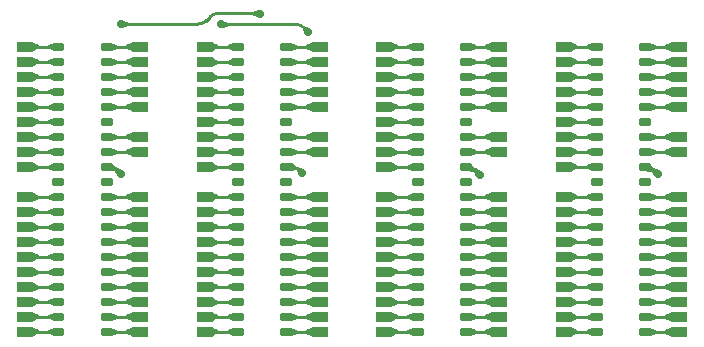
<source format=gbl>
G04 #@! TF.GenerationSoftware,KiCad,Pcbnew,7.0.6-0*
G04 #@! TF.CreationDate,2023-10-14T16:46:17-04:00*
G04 #@! TF.ProjectId,FBI Board,46424920-426f-4617-9264-2e6b69636164,1*
G04 #@! TF.SameCoordinates,Original*
G04 #@! TF.FileFunction,Copper,L2,Bot*
G04 #@! TF.FilePolarity,Positive*
%FSLAX46Y46*%
G04 Gerber Fmt 4.6, Leading zero omitted, Abs format (unit mm)*
G04 Created by KiCad (PCBNEW 7.0.6-0) date 2023-10-14 16:46:17*
%MOMM*%
%LPD*%
G01*
G04 APERTURE LIST*
G04 Aperture macros list*
%AMRoundRect*
0 Rectangle with rounded corners*
0 $1 Rounding radius*
0 $2 $3 $4 $5 $6 $7 $8 $9 X,Y pos of 4 corners*
0 Add a 4 corners polygon primitive as box body*
4,1,4,$2,$3,$4,$5,$6,$7,$8,$9,$2,$3,0*
0 Add four circle primitives for the rounded corners*
1,1,$1+$1,$2,$3*
1,1,$1+$1,$4,$5*
1,1,$1+$1,$6,$7*
1,1,$1+$1,$8,$9*
0 Add four rect primitives between the rounded corners*
20,1,$1+$1,$2,$3,$4,$5,0*
20,1,$1+$1,$4,$5,$6,$7,0*
20,1,$1+$1,$6,$7,$8,$9,0*
20,1,$1+$1,$8,$9,$2,$3,0*%
G04 Aperture macros list end*
G04 #@! TA.AperFunction,CastellatedPad*
%ADD10RoundRect,0.227500X0.477500X0.227500X-0.477500X0.227500X-0.477500X-0.227500X0.477500X-0.227500X0*%
G04 #@! TD*
G04 #@! TA.AperFunction,CastellatedPad*
%ADD11RoundRect,0.227500X-0.477500X-0.227500X0.477500X-0.227500X0.477500X0.227500X-0.477500X0.227500X0*%
G04 #@! TD*
G04 #@! TA.AperFunction,SMDPad,CuDef*
%ADD12RoundRect,0.190000X0.310000X0.190000X-0.310000X0.190000X-0.310000X-0.190000X0.310000X-0.190000X0*%
G04 #@! TD*
G04 #@! TA.AperFunction,SMDPad,CuDef*
%ADD13RoundRect,0.190000X-0.310000X-0.190000X0.310000X-0.190000X0.310000X0.190000X-0.310000X0.190000X0*%
G04 #@! TD*
G04 #@! TA.AperFunction,ViaPad*
%ADD14C,0.700000*%
G04 #@! TD*
G04 #@! TA.AperFunction,Conductor*
%ADD15C,0.250000*%
G04 #@! TD*
G04 APERTURE END LIST*
D10*
X137420000Y-112620000D03*
X137420000Y-111350000D03*
X137420000Y-110080000D03*
X137420000Y-108810000D03*
X137420000Y-107540000D03*
X137420000Y-106270000D03*
X137420000Y-105000000D03*
X137420000Y-103730000D03*
X137420000Y-102460000D03*
X137420000Y-101190000D03*
X137420000Y-97380000D03*
X137420000Y-96110000D03*
X137420000Y-93570000D03*
X137420000Y-92300000D03*
X137420000Y-91030000D03*
X137420000Y-89760000D03*
X137420000Y-88490000D03*
D11*
X127690000Y-88500000D03*
X127690000Y-89770000D03*
X127690000Y-91040000D03*
X127690000Y-92310000D03*
X127690000Y-93580000D03*
X127690000Y-94850000D03*
X127690000Y-96120000D03*
X127690000Y-97390000D03*
X127690000Y-98660000D03*
X127690000Y-101200000D03*
X127690000Y-102470000D03*
X127690000Y-103740000D03*
X127690000Y-105010000D03*
X127690000Y-106280000D03*
X127690000Y-107550000D03*
X127690000Y-108820000D03*
X127690000Y-110090000D03*
X127690000Y-111360000D03*
X127690000Y-112630000D03*
D12*
X149820000Y-112620000D03*
X149820000Y-111350000D03*
X149820000Y-110080000D03*
X149820000Y-108810000D03*
X149820000Y-107540000D03*
X149820000Y-106270000D03*
X149820000Y-105000000D03*
X149820000Y-103730000D03*
X149820000Y-102460000D03*
X149820000Y-101190000D03*
X149820000Y-99920000D03*
X149820000Y-98650000D03*
X149820000Y-97380000D03*
X149820000Y-96110000D03*
X149820000Y-94840000D03*
X149820000Y-93570000D03*
X149820000Y-92300000D03*
X149820000Y-91030000D03*
X149820000Y-89760000D03*
X149820000Y-88490000D03*
D13*
X145720000Y-88480000D03*
X145720000Y-89750000D03*
X145720000Y-91020000D03*
X145720000Y-92290000D03*
X145720000Y-93560000D03*
X145720000Y-94830000D03*
X145720000Y-96100000D03*
X145720000Y-97370000D03*
X145720000Y-98640000D03*
X145720000Y-99910000D03*
X145720000Y-101180000D03*
X145720000Y-102450000D03*
X145720000Y-103720000D03*
X145720000Y-104990000D03*
X145720000Y-106260000D03*
X145720000Y-107530000D03*
X145720000Y-108800000D03*
X145720000Y-110070000D03*
X145720000Y-111340000D03*
X145720000Y-112610000D03*
D12*
X119400000Y-112620000D03*
X119400000Y-111350000D03*
X119400000Y-110080000D03*
X119400000Y-108810000D03*
X119400000Y-107540000D03*
X119400000Y-106270000D03*
X119400000Y-105000000D03*
X119400000Y-103730000D03*
X119400000Y-102460000D03*
X119400000Y-101190000D03*
X119400000Y-99920000D03*
X119400000Y-98650000D03*
X119400000Y-97380000D03*
X119400000Y-96110000D03*
X119400000Y-94840000D03*
X119400000Y-93570000D03*
X119400000Y-92300000D03*
X119400000Y-91030000D03*
X119400000Y-89760000D03*
X119400000Y-88490000D03*
D13*
X115300000Y-88480000D03*
X115300000Y-89750000D03*
X115300000Y-91020000D03*
X115300000Y-92290000D03*
X115300000Y-93560000D03*
X115300000Y-94830000D03*
X115300000Y-96100000D03*
X115300000Y-97370000D03*
X115300000Y-98640000D03*
X115300000Y-99910000D03*
X115300000Y-101180000D03*
X115300000Y-102450000D03*
X115300000Y-103720000D03*
X115300000Y-104990000D03*
X115300000Y-106260000D03*
X115300000Y-107530000D03*
X115300000Y-108800000D03*
X115300000Y-110070000D03*
X115300000Y-111340000D03*
X115300000Y-112610000D03*
D12*
X165010000Y-112620000D03*
X165010000Y-111350000D03*
X165010000Y-110080000D03*
X165010000Y-108810000D03*
X165010000Y-107540000D03*
X165010000Y-106270000D03*
X165010000Y-105000000D03*
X165010000Y-103730000D03*
X165010000Y-102460000D03*
X165010000Y-101190000D03*
X165010000Y-99920000D03*
X165010000Y-98650000D03*
X165010000Y-97380000D03*
X165010000Y-96110000D03*
X165010000Y-94840000D03*
X165010000Y-93570000D03*
X165010000Y-92300000D03*
X165010000Y-91030000D03*
X165010000Y-89760000D03*
X165010000Y-88490000D03*
D13*
X160910000Y-88480000D03*
X160910000Y-89750000D03*
X160910000Y-91020000D03*
X160910000Y-92290000D03*
X160910000Y-93560000D03*
X160910000Y-94830000D03*
X160910000Y-96100000D03*
X160910000Y-97370000D03*
X160910000Y-98640000D03*
X160910000Y-99910000D03*
X160910000Y-101180000D03*
X160910000Y-102450000D03*
X160910000Y-103720000D03*
X160910000Y-104990000D03*
X160910000Y-106260000D03*
X160910000Y-107530000D03*
X160910000Y-108800000D03*
X160910000Y-110070000D03*
X160910000Y-111340000D03*
X160910000Y-112610000D03*
D10*
X167830000Y-112620000D03*
X167830000Y-111350000D03*
X167830000Y-110080000D03*
X167830000Y-108810000D03*
X167830000Y-107540000D03*
X167830000Y-106270000D03*
X167830000Y-105000000D03*
X167830000Y-103730000D03*
X167830000Y-102460000D03*
X167830000Y-101190000D03*
X167830000Y-97380000D03*
X167830000Y-96110000D03*
X167830000Y-93570000D03*
X167830000Y-92300000D03*
X167830000Y-91030000D03*
X167830000Y-89760000D03*
X167830000Y-88490000D03*
D11*
X158100000Y-88500000D03*
X158100000Y-89770000D03*
X158100000Y-91040000D03*
X158100000Y-92310000D03*
X158100000Y-93580000D03*
X158100000Y-94850000D03*
X158100000Y-96120000D03*
X158100000Y-97390000D03*
X158100000Y-98660000D03*
X158100000Y-101200000D03*
X158100000Y-102470000D03*
X158100000Y-103740000D03*
X158100000Y-105010000D03*
X158100000Y-106280000D03*
X158100000Y-107550000D03*
X158100000Y-108820000D03*
X158100000Y-110090000D03*
X158100000Y-111360000D03*
X158100000Y-112630000D03*
D12*
X134610000Y-112620000D03*
X134610000Y-111350000D03*
X134610000Y-110080000D03*
X134610000Y-108810000D03*
X134610000Y-107540000D03*
X134610000Y-106270000D03*
X134610000Y-105000000D03*
X134610000Y-103730000D03*
X134610000Y-102460000D03*
X134610000Y-101190000D03*
X134610000Y-99920000D03*
X134610000Y-98650000D03*
X134610000Y-97380000D03*
X134610000Y-96110000D03*
X134610000Y-94840000D03*
X134610000Y-93570000D03*
X134610000Y-92300000D03*
X134610000Y-91030000D03*
X134610000Y-89760000D03*
X134610000Y-88490000D03*
D13*
X130510000Y-88480000D03*
X130510000Y-89750000D03*
X130510000Y-91020000D03*
X130510000Y-92290000D03*
X130510000Y-93560000D03*
X130510000Y-94830000D03*
X130510000Y-96100000D03*
X130510000Y-97370000D03*
X130510000Y-98640000D03*
X130510000Y-99910000D03*
X130510000Y-101180000D03*
X130510000Y-102450000D03*
X130510000Y-103720000D03*
X130510000Y-104990000D03*
X130510000Y-106260000D03*
X130510000Y-107530000D03*
X130510000Y-108800000D03*
X130510000Y-110070000D03*
X130510000Y-111340000D03*
X130510000Y-112610000D03*
D10*
X122220000Y-112620000D03*
X122220000Y-111350000D03*
X122220000Y-110080000D03*
X122220000Y-108810000D03*
X122220000Y-107540000D03*
X122220000Y-106270000D03*
X122220000Y-105000000D03*
X122220000Y-103730000D03*
X122220000Y-102460000D03*
X122220000Y-101190000D03*
X122220000Y-97380000D03*
X122220000Y-96110000D03*
X122220000Y-93570000D03*
X122220000Y-92300000D03*
X122220000Y-91030000D03*
X122220000Y-89760000D03*
X122220000Y-88490000D03*
D11*
X112490000Y-88500000D03*
X112490000Y-89770000D03*
X112490000Y-91040000D03*
X112490000Y-92310000D03*
X112490000Y-93580000D03*
X112490000Y-94850000D03*
X112490000Y-96120000D03*
X112490000Y-97390000D03*
X112490000Y-98660000D03*
X112490000Y-101200000D03*
X112490000Y-102470000D03*
X112490000Y-103740000D03*
X112490000Y-105010000D03*
X112490000Y-106280000D03*
X112490000Y-107550000D03*
X112490000Y-108820000D03*
X112490000Y-110090000D03*
X112490000Y-111360000D03*
X112490000Y-112630000D03*
D10*
X152620000Y-112620000D03*
X152620000Y-111350000D03*
X152620000Y-110080000D03*
X152620000Y-108810000D03*
X152620000Y-107540000D03*
X152620000Y-106270000D03*
X152620000Y-105000000D03*
X152620000Y-103730000D03*
X152620000Y-102460000D03*
X152620000Y-101190000D03*
X152620000Y-97380000D03*
X152620000Y-96110000D03*
X152620000Y-93570000D03*
X152620000Y-92300000D03*
X152620000Y-91030000D03*
X152620000Y-89760000D03*
X152620000Y-88490000D03*
D11*
X142890000Y-88500000D03*
X142890000Y-89770000D03*
X142890000Y-91040000D03*
X142890000Y-92310000D03*
X142890000Y-93580000D03*
X142890000Y-94850000D03*
X142890000Y-96120000D03*
X142890000Y-97390000D03*
X142890000Y-98660000D03*
X142890000Y-101200000D03*
X142890000Y-102470000D03*
X142890000Y-103740000D03*
X142890000Y-105010000D03*
X142890000Y-106280000D03*
X142890000Y-107550000D03*
X142890000Y-108820000D03*
X142890000Y-110090000D03*
X142890000Y-111360000D03*
X142890000Y-112630000D03*
D14*
X120600000Y-99220000D03*
X135970000Y-99180000D03*
X150980000Y-99300000D03*
X166080000Y-99280000D03*
X120590000Y-86550000D03*
X132370000Y-85660000D03*
X129090000Y-86580000D03*
X136470000Y-87210000D03*
D15*
X119400000Y-88490000D02*
X122355000Y-88490000D01*
X119400000Y-106270000D02*
X122355000Y-106270000D01*
X119400000Y-112620000D02*
X122355000Y-112620000D01*
X119400000Y-111350000D02*
X122355000Y-111350000D01*
X119400000Y-110080000D02*
X122355000Y-110080000D01*
X119400000Y-108810000D02*
X122355000Y-108810000D01*
X119400000Y-107540000D02*
X122480000Y-107540000D01*
X119400000Y-105000000D02*
X122355000Y-105000000D01*
X119400000Y-103730000D02*
X122355000Y-103730000D01*
X119400000Y-102460000D02*
X122355000Y-102460000D01*
X119400000Y-101190000D02*
X122355000Y-101190000D01*
X135970000Y-99180000D02*
X135732893Y-98942893D01*
X120600000Y-99220000D02*
X120322893Y-98942893D01*
X135025786Y-98650000D02*
X134610000Y-98650000D01*
X119615786Y-98650000D02*
X119400000Y-98650000D01*
X135732900Y-98942886D02*
G75*
G03*
X135025786Y-98650000I-707100J-707114D01*
G01*
X120322900Y-98942886D02*
G75*
G03*
X119615786Y-98650000I-707100J-707114D01*
G01*
X119400000Y-97380000D02*
X122355000Y-97380000D01*
X119400000Y-96110000D02*
X122355000Y-96110000D01*
X119400000Y-93570000D02*
X122355000Y-93570000D01*
X119400000Y-92300000D02*
X122355000Y-92300000D01*
X119400000Y-91030000D02*
X122355000Y-91030000D01*
X119400000Y-89760000D02*
X122355000Y-89760000D01*
X112355000Y-106260000D02*
X112355000Y-106280000D01*
X115300000Y-112610000D02*
X112355000Y-112610000D01*
X115300000Y-88480000D02*
X112355000Y-88480000D01*
X112355000Y-112610000D02*
X112355000Y-112630000D01*
X115300000Y-106260000D02*
X112355000Y-106260000D01*
X112355000Y-88480000D02*
X112355000Y-88500000D01*
X112355000Y-89750000D02*
X112355000Y-89770000D01*
X115300000Y-89750000D02*
X112355000Y-89750000D01*
X112355000Y-91020000D02*
X112355000Y-91040000D01*
X115300000Y-91020000D02*
X112355000Y-91020000D01*
X112355000Y-92290000D02*
X112355000Y-92310000D01*
X115300000Y-92290000D02*
X112355000Y-92290000D01*
X115300000Y-93560000D02*
X115280000Y-93580000D01*
X115280000Y-93580000D02*
X112355000Y-93580000D01*
X112355000Y-94830000D02*
X112355000Y-94850000D01*
X115300000Y-94830000D02*
X112355000Y-94830000D01*
X115280000Y-96120000D02*
X112355000Y-96120000D01*
X115300000Y-96100000D02*
X115280000Y-96120000D01*
X115300000Y-97370000D02*
X112355000Y-97370000D01*
X112355000Y-97370000D02*
X112355000Y-97390000D01*
X115300000Y-98640000D02*
X115280000Y-98660000D01*
X115280000Y-98660000D02*
X112355000Y-98660000D01*
X115280000Y-101200000D02*
X112355000Y-101200000D01*
X115300000Y-101180000D02*
X115280000Y-101200000D01*
X112355000Y-102450000D02*
X112355000Y-102470000D01*
X115300000Y-102450000D02*
X112355000Y-102450000D01*
X115300000Y-103720000D02*
X115280000Y-103740000D01*
X115280000Y-103740000D02*
X112355000Y-103740000D01*
X115300000Y-104990000D02*
X112355000Y-104990000D01*
X112355000Y-104990000D02*
X112355000Y-105010000D01*
X115300000Y-107530000D02*
X115280000Y-107550000D01*
X115280000Y-107550000D02*
X112355000Y-107550000D01*
X115280000Y-108820000D02*
X112355000Y-108820000D01*
X115300000Y-108800000D02*
X115280000Y-108820000D01*
X112355000Y-110070000D02*
X112355000Y-110090000D01*
X115300000Y-110070000D02*
X112355000Y-110070000D01*
X115300000Y-111340000D02*
X112355000Y-111340000D01*
X112355000Y-111340000D02*
X112355000Y-111360000D01*
X134610000Y-88490000D02*
X137420000Y-88490000D01*
X134610000Y-106270000D02*
X137420000Y-106270000D01*
X134610000Y-112620000D02*
X137420000Y-112620000D01*
X134610000Y-111350000D02*
X137420000Y-111350000D01*
X134610000Y-110080000D02*
X137420000Y-110080000D01*
X134610000Y-108810000D02*
X137420000Y-108810000D01*
X134610000Y-107540000D02*
X137420000Y-107540000D01*
X134610000Y-105000000D02*
X137420000Y-105000000D01*
X134610000Y-103730000D02*
X137420000Y-103730000D01*
X134610000Y-102460000D02*
X137420000Y-102460000D01*
X134610000Y-101190000D02*
X137420000Y-101190000D01*
X134610000Y-97380000D02*
X137420000Y-97380000D01*
X134610000Y-96110000D02*
X137420000Y-96110000D01*
X134610000Y-93570000D02*
X137420000Y-93570000D01*
X134610000Y-92300000D02*
X137420000Y-92300000D01*
X134610000Y-91030000D02*
X137420000Y-91030000D01*
X134610000Y-89760000D02*
X137420000Y-89760000D01*
X130510000Y-106260000D02*
X127720000Y-106260000D01*
X130510000Y-88480000D02*
X127720000Y-88480000D01*
X127720000Y-88480000D02*
X127700000Y-88500000D01*
X130510000Y-112610000D02*
X127720000Y-112610000D01*
X127720000Y-112610000D02*
X127700000Y-112630000D01*
X127720000Y-106260000D02*
X127700000Y-106280000D01*
X130490000Y-89770000D02*
X127700000Y-89770000D01*
X130510000Y-89750000D02*
X130490000Y-89770000D01*
X130490000Y-91040000D02*
X127700000Y-91040000D01*
X130510000Y-91020000D02*
X130490000Y-91040000D01*
X130510000Y-92290000D02*
X127720000Y-92290000D01*
X127720000Y-92290000D02*
X127700000Y-92310000D01*
X127720000Y-93560000D02*
X127700000Y-93580000D01*
X130510000Y-93560000D02*
X127720000Y-93560000D01*
X127720000Y-94830000D02*
X127700000Y-94850000D01*
X130510000Y-94830000D02*
X127720000Y-94830000D01*
X127720000Y-96100000D02*
X127700000Y-96120000D01*
X130510000Y-96100000D02*
X127720000Y-96100000D01*
X130510000Y-97370000D02*
X127720000Y-97370000D01*
X127720000Y-97370000D02*
X127700000Y-97390000D01*
X130510000Y-98640000D02*
X130490000Y-98660000D01*
X130490000Y-98660000D02*
X127700000Y-98660000D01*
X130510000Y-101180000D02*
X127720000Y-101180000D01*
X127720000Y-101180000D02*
X127700000Y-101200000D01*
X127720000Y-102450000D02*
X127700000Y-102470000D01*
X130510000Y-102450000D02*
X127720000Y-102450000D01*
X127720000Y-103720000D02*
X127700000Y-103740000D01*
X130510000Y-103720000D02*
X127720000Y-103720000D01*
X130490000Y-105010000D02*
X127700000Y-105010000D01*
X130510000Y-104990000D02*
X130490000Y-105010000D01*
X127720000Y-107530000D02*
X127700000Y-107550000D01*
X130510000Y-107530000D02*
X127720000Y-107530000D01*
X130510000Y-108800000D02*
X127720000Y-108800000D01*
X127720000Y-108800000D02*
X127700000Y-108820000D01*
X130490000Y-110090000D02*
X127700000Y-110090000D01*
X130510000Y-110070000D02*
X130490000Y-110090000D01*
X130510000Y-111340000D02*
X127720000Y-111340000D01*
X127720000Y-111340000D02*
X127700000Y-111360000D01*
X166080000Y-99280000D02*
X165742893Y-98942893D01*
X165035786Y-98650000D02*
X165010000Y-98650000D01*
X150980000Y-99300000D02*
X150622893Y-98942893D01*
X149915786Y-98650000D02*
X149820000Y-98650000D01*
X150622900Y-98942886D02*
G75*
G03*
X149915786Y-98650000I-707100J-707114D01*
G01*
X165742900Y-98942886D02*
G75*
G03*
X165035786Y-98650000I-707100J-707114D01*
G01*
X149820000Y-88490000D02*
X152620000Y-88490000D01*
X149820000Y-112620000D02*
X152620000Y-112620000D01*
X149820000Y-106270000D02*
X152620000Y-106270000D01*
X149820000Y-111350000D02*
X152620000Y-111350000D01*
X149820000Y-110080000D02*
X152620000Y-110080000D01*
X149820000Y-108810000D02*
X152620000Y-108810000D01*
X149820000Y-107540000D02*
X152620000Y-107540000D01*
X149820000Y-105000000D02*
X152620000Y-105000000D01*
X149820000Y-103730000D02*
X152620000Y-103730000D01*
X149820000Y-102460000D02*
X152620000Y-102460000D01*
X149820000Y-101190000D02*
X152620000Y-101190000D01*
X149820000Y-97380000D02*
X152620000Y-97380000D01*
X149820000Y-96110000D02*
X152620000Y-96110000D01*
X149820000Y-93570000D02*
X152620000Y-93570000D01*
X149820000Y-92300000D02*
X152620000Y-92300000D01*
X149820000Y-91030000D02*
X152620000Y-91030000D01*
X149820000Y-89760000D02*
X152620000Y-89760000D01*
X142920000Y-106260000D02*
X142900000Y-106280000D01*
X142920000Y-88480000D02*
X142900000Y-88500000D01*
X145720000Y-106260000D02*
X142920000Y-106260000D01*
X142920000Y-112610000D02*
X142900000Y-112630000D01*
X145720000Y-112610000D02*
X142920000Y-112610000D01*
X145720000Y-88480000D02*
X142920000Y-88480000D01*
X145720000Y-89750000D02*
X142920000Y-89750000D01*
X142920000Y-89750000D02*
X142900000Y-89770000D01*
X145720000Y-91020000D02*
X142920000Y-91020000D01*
X142920000Y-91020000D02*
X142900000Y-91040000D01*
X145720000Y-92290000D02*
X142920000Y-92290000D01*
X142920000Y-92290000D02*
X142900000Y-92310000D01*
X142920000Y-93560000D02*
X142900000Y-93580000D01*
X145720000Y-93560000D02*
X142920000Y-93560000D01*
X142920000Y-94830000D02*
X142900000Y-94850000D01*
X145720000Y-94830000D02*
X142920000Y-94830000D01*
X145720000Y-96100000D02*
X142920000Y-96100000D01*
X142920000Y-96100000D02*
X142900000Y-96120000D01*
X145720000Y-97370000D02*
X145700000Y-97390000D01*
X145700000Y-97390000D02*
X142900000Y-97390000D01*
X145720000Y-98640000D02*
X145700000Y-98660000D01*
X145700000Y-98660000D02*
X142900000Y-98660000D01*
X145700000Y-101200000D02*
X142900000Y-101200000D01*
X145720000Y-101180000D02*
X145700000Y-101200000D01*
X142920000Y-102450000D02*
X142900000Y-102470000D01*
X145720000Y-102450000D02*
X142920000Y-102450000D01*
X145700000Y-103740000D02*
X142900000Y-103740000D01*
X145720000Y-103720000D02*
X145700000Y-103740000D01*
X145720000Y-104990000D02*
X142920000Y-104990000D01*
X142920000Y-104990000D02*
X142900000Y-105010000D01*
X142920000Y-107530000D02*
X142900000Y-107550000D01*
X145720000Y-107530000D02*
X142920000Y-107530000D01*
X142920000Y-108800000D02*
X142900000Y-108820000D01*
X145720000Y-108800000D02*
X142920000Y-108800000D01*
X145700000Y-110090000D02*
X142900000Y-110090000D01*
X145720000Y-110070000D02*
X145700000Y-110090000D01*
X145720000Y-111340000D02*
X142920000Y-111340000D01*
X142920000Y-111340000D02*
X142900000Y-111360000D01*
X165010000Y-112620000D02*
X167830000Y-112620000D01*
X165010000Y-106270000D02*
X167830000Y-106270000D01*
X165010000Y-88490000D02*
X167830000Y-88490000D01*
X165010000Y-111350000D02*
X167830000Y-111350000D01*
X165010000Y-110080000D02*
X167830000Y-110080000D01*
X165010000Y-108810000D02*
X167830000Y-108810000D01*
X165010000Y-107540000D02*
X167830000Y-107540000D01*
X165010000Y-105000000D02*
X167830000Y-105000000D01*
X165010000Y-103730000D02*
X167830000Y-103730000D01*
X165010000Y-102460000D02*
X167830000Y-102460000D01*
X165010000Y-101190000D02*
X167830000Y-101190000D01*
X165010000Y-97380000D02*
X167830000Y-97380000D01*
X165010000Y-96110000D02*
X167830000Y-96110000D01*
X165010000Y-93570000D02*
X167830000Y-93570000D01*
X165010000Y-92300000D02*
X167830000Y-92300000D01*
X165010000Y-91030000D02*
X167830000Y-91030000D01*
X165010000Y-89760000D02*
X167830000Y-89760000D01*
X158130000Y-112610000D02*
X158110000Y-112630000D01*
X158130000Y-88480000D02*
X158110000Y-88500000D01*
X160910000Y-88480000D02*
X158130000Y-88480000D01*
X160910000Y-106260000D02*
X158130000Y-106260000D01*
X158130000Y-106260000D02*
X158110000Y-106280000D01*
X160910000Y-112610000D02*
X158130000Y-112610000D01*
X158130000Y-89750000D02*
X158110000Y-89770000D01*
X160910000Y-89750000D02*
X158130000Y-89750000D01*
X158130000Y-91020000D02*
X158110000Y-91040000D01*
X160910000Y-91020000D02*
X158130000Y-91020000D01*
X160890000Y-92310000D02*
X158110000Y-92310000D01*
X160910000Y-92290000D02*
X160890000Y-92310000D01*
X158130000Y-93560000D02*
X158110000Y-93580000D01*
X160910000Y-93560000D02*
X158130000Y-93560000D01*
X160910000Y-94830000D02*
X158130000Y-94830000D01*
X158130000Y-94830000D02*
X158110000Y-94850000D01*
X158130000Y-96100000D02*
X158110000Y-96120000D01*
X160910000Y-96100000D02*
X158130000Y-96100000D01*
X160910000Y-97370000D02*
X158130000Y-97370000D01*
X158130000Y-97370000D02*
X158110000Y-97390000D01*
X158130000Y-98640000D02*
X158110000Y-98660000D01*
X160910000Y-98640000D02*
X158130000Y-98640000D01*
X158130000Y-101180000D02*
X158110000Y-101200000D01*
X160910000Y-101180000D02*
X158130000Y-101180000D01*
X158130000Y-102450000D02*
X158110000Y-102470000D01*
X160910000Y-102450000D02*
X158130000Y-102450000D01*
X160910000Y-103720000D02*
X158130000Y-103720000D01*
X158130000Y-103720000D02*
X158110000Y-103740000D01*
X160910000Y-104990000D02*
X158130000Y-104990000D01*
X158130000Y-104990000D02*
X158110000Y-105010000D01*
X160910000Y-107530000D02*
X160890000Y-107550000D01*
X160890000Y-107550000D02*
X158110000Y-107550000D01*
X158130000Y-108800000D02*
X158110000Y-108820000D01*
X160910000Y-108800000D02*
X158130000Y-108800000D01*
X160890000Y-110090000D02*
X158110000Y-110090000D01*
X160910000Y-110070000D02*
X160890000Y-110090000D01*
X160910000Y-111340000D02*
X160890000Y-111360000D01*
X160890000Y-111360000D02*
X158110000Y-111360000D01*
X132350000Y-85640000D02*
X132370000Y-85660000D01*
X127822893Y-86257107D02*
X128147107Y-85932893D01*
X120590000Y-86550000D02*
X127115786Y-86550000D01*
X128854214Y-85640000D02*
X132350000Y-85640000D01*
X128854214Y-85640010D02*
G75*
G03*
X128147107Y-85932893I-14J-999990D01*
G01*
X127115786Y-86549990D02*
G75*
G03*
X127822893Y-86257107I14J999990D01*
G01*
X136132893Y-86872893D02*
X136470000Y-87210000D01*
X129090000Y-86580000D02*
X135425786Y-86580000D01*
X136132900Y-86872886D02*
G75*
G03*
X135425786Y-86580000I-707100J-707114D01*
G01*
G04 #@! TA.AperFunction,Conductor*
G36*
X143459915Y-95684949D02*
G01*
X144043462Y-95971786D01*
X144049374Y-95978510D01*
X144050000Y-95982285D01*
X144050000Y-96218134D01*
X144046573Y-96226407D01*
X144044007Y-96228348D01*
X143460119Y-96554576D01*
X143451225Y-96555620D01*
X143448932Y-96554699D01*
X142648496Y-96130336D01*
X142642791Y-96123433D01*
X142643639Y-96114519D01*
X142648493Y-96109664D01*
X143449282Y-95685114D01*
X143458195Y-95684267D01*
X143459915Y-95684949D01*
G37*
G04 #@! TD.AperFunction*
G04 #@! TA.AperFunction,Conductor*
G36*
X130133159Y-95740054D02*
G01*
X130502107Y-96091529D01*
X130505734Y-96099716D01*
X130502508Y-96108070D01*
X130502107Y-96108471D01*
X130133159Y-96459945D01*
X130124805Y-96463171D01*
X130119994Y-96462007D01*
X129636605Y-96228194D01*
X129630650Y-96221506D01*
X129630000Y-96217661D01*
X129630000Y-95982338D01*
X129633427Y-95974065D01*
X129636605Y-95971805D01*
X130119994Y-95737992D01*
X130128934Y-95737475D01*
X130133159Y-95740054D01*
G37*
G04 #@! TD.AperFunction*
G04 #@! TA.AperFunction,Conductor*
G36*
X158669915Y-102034949D02*
G01*
X159253462Y-102321786D01*
X159259374Y-102328510D01*
X159260000Y-102332285D01*
X159260000Y-102568134D01*
X159256573Y-102576407D01*
X159254007Y-102578348D01*
X158670119Y-102904576D01*
X158661225Y-102905620D01*
X158658932Y-102904699D01*
X157858496Y-102480336D01*
X157852791Y-102473433D01*
X157853639Y-102464519D01*
X157858493Y-102459664D01*
X158659282Y-102035114D01*
X158668195Y-102034267D01*
X158669915Y-102034949D01*
G37*
G04 #@! TD.AperFunction*
G04 #@! TA.AperFunction,Conductor*
G36*
X167270889Y-109645206D02*
G01*
X168071503Y-110069662D01*
X168077208Y-110076565D01*
X168076360Y-110085479D01*
X168071503Y-110090336D01*
X167270894Y-110514791D01*
X167261980Y-110515639D01*
X167259977Y-110514814D01*
X166947390Y-110350665D01*
X166676260Y-110208287D01*
X166670529Y-110201406D01*
X166670000Y-110197928D01*
X166670000Y-109962071D01*
X166673427Y-109953798D01*
X166676256Y-109951714D01*
X167259977Y-109645185D01*
X167268892Y-109644374D01*
X167270889Y-109645206D01*
G37*
G04 #@! TD.AperFunction*
G04 #@! TA.AperFunction,Conductor*
G36*
X143459915Y-107114949D02*
G01*
X144043462Y-107401786D01*
X144049374Y-107408510D01*
X144050000Y-107412285D01*
X144050000Y-107648134D01*
X144046573Y-107656407D01*
X144044007Y-107658348D01*
X143460119Y-107984576D01*
X143451225Y-107985620D01*
X143448932Y-107984699D01*
X142648496Y-107560336D01*
X142642791Y-107553433D01*
X142643639Y-107544519D01*
X142648493Y-107539664D01*
X143449282Y-107115114D01*
X143458195Y-107114267D01*
X143459915Y-107114949D01*
G37*
G04 #@! TD.AperFunction*
G04 #@! TA.AperFunction,Conductor*
G36*
X130133362Y-104630247D02*
G01*
X130502107Y-104981529D01*
X130505734Y-104989716D01*
X130502508Y-104998070D01*
X130502107Y-104998471D01*
X130132953Y-105350142D01*
X130124599Y-105353368D01*
X130120140Y-105352366D01*
X129636957Y-105138085D01*
X129630783Y-105131599D01*
X129630000Y-105127390D01*
X129630000Y-104892079D01*
X129633427Y-104883806D01*
X129636270Y-104881715D01*
X130119863Y-104628353D01*
X130128781Y-104627550D01*
X130133362Y-104630247D01*
G37*
G04 #@! TD.AperFunction*
G04 #@! TA.AperFunction,Conductor*
G36*
X136860889Y-110915206D02*
G01*
X137661503Y-111339662D01*
X137667208Y-111346565D01*
X137666360Y-111355479D01*
X137661503Y-111360336D01*
X136860894Y-111784791D01*
X136851980Y-111785639D01*
X136849977Y-111784814D01*
X136537390Y-111620665D01*
X136266260Y-111478287D01*
X136260529Y-111471406D01*
X136260000Y-111467928D01*
X136260000Y-111232071D01*
X136263427Y-111223798D01*
X136266256Y-111221714D01*
X136849977Y-110915185D01*
X136858892Y-110914374D01*
X136860889Y-110915206D01*
G37*
G04 #@! TD.AperFunction*
G04 #@! TA.AperFunction,Conductor*
G36*
X143460017Y-103305182D02*
G01*
X144043741Y-103611713D01*
X144049471Y-103618593D01*
X144050000Y-103622071D01*
X144050000Y-103857928D01*
X144046573Y-103866201D01*
X144043740Y-103868287D01*
X143460025Y-104174813D01*
X143451107Y-104175625D01*
X143449105Y-104174791D01*
X142648496Y-103750336D01*
X142642791Y-103743433D01*
X142643639Y-103734519D01*
X142648493Y-103729664D01*
X143449107Y-103305207D01*
X143458019Y-103304360D01*
X143460017Y-103305182D01*
G37*
G04 #@! TD.AperFunction*
G04 #@! TA.AperFunction,Conductor*
G36*
X121660889Y-102025206D02*
G01*
X122258563Y-102342071D01*
X122461502Y-102449662D01*
X122467207Y-102456565D01*
X122466359Y-102465479D01*
X122461502Y-102470336D01*
X121660894Y-102894791D01*
X121651980Y-102895639D01*
X121649977Y-102894814D01*
X121337390Y-102730665D01*
X121066260Y-102588287D01*
X121060529Y-102581406D01*
X121060000Y-102577928D01*
X121060000Y-102342071D01*
X121063427Y-102333798D01*
X121066256Y-102331714D01*
X121649977Y-102025185D01*
X121658892Y-102024374D01*
X121660889Y-102025206D01*
G37*
G04 #@! TD.AperFunction*
G04 #@! TA.AperFunction,Conductor*
G36*
X150210005Y-112257992D02*
G01*
X150693394Y-112491805D01*
X150699349Y-112498493D01*
X150699999Y-112502338D01*
X150699999Y-112737661D01*
X150696572Y-112745934D01*
X150693394Y-112748194D01*
X150210005Y-112982007D01*
X150201065Y-112982524D01*
X150196840Y-112979945D01*
X149827892Y-112628471D01*
X149824265Y-112620284D01*
X149827491Y-112611930D01*
X149827892Y-112611529D01*
X150196841Y-112260053D01*
X150205194Y-112256828D01*
X150210005Y-112257992D01*
G37*
G04 #@! TD.AperFunction*
G04 #@! TA.AperFunction,Conductor*
G36*
X167270889Y-105835206D02*
G01*
X168071503Y-106259662D01*
X168077208Y-106266565D01*
X168076360Y-106275479D01*
X168071503Y-106280336D01*
X167270894Y-106704791D01*
X167261980Y-106705639D01*
X167259977Y-106704814D01*
X166947390Y-106540665D01*
X166676260Y-106398287D01*
X166670529Y-106391406D01*
X166670000Y-106387928D01*
X166670000Y-106152071D01*
X166673427Y-106143798D01*
X166676256Y-106141714D01*
X167259977Y-105835185D01*
X167268892Y-105834374D01*
X167270889Y-105835206D01*
G37*
G04 #@! TD.AperFunction*
G04 #@! TA.AperFunction,Conductor*
G36*
X114923159Y-112250054D02*
G01*
X115292107Y-112601528D01*
X115295734Y-112609715D01*
X115292508Y-112618069D01*
X115292107Y-112618470D01*
X114923159Y-112969945D01*
X114914805Y-112973171D01*
X114909994Y-112972007D01*
X114426605Y-112738194D01*
X114420650Y-112731506D01*
X114420000Y-112727661D01*
X114420000Y-112492338D01*
X114423427Y-112484065D01*
X114426605Y-112481805D01*
X114909994Y-112247992D01*
X114918934Y-112247475D01*
X114923159Y-112250054D01*
G37*
G04 #@! TD.AperFunction*
G04 #@! TA.AperFunction,Conductor*
G36*
X121660889Y-100755206D02*
G01*
X122258563Y-101072071D01*
X122461502Y-101179662D01*
X122467207Y-101186565D01*
X122466359Y-101195479D01*
X122461502Y-101200336D01*
X121660894Y-101624791D01*
X121651980Y-101625639D01*
X121649977Y-101624814D01*
X121337390Y-101460665D01*
X121066260Y-101318287D01*
X121060529Y-101311406D01*
X121060000Y-101307928D01*
X121060000Y-101072071D01*
X121063427Y-101063798D01*
X121066256Y-101061714D01*
X121649977Y-100755185D01*
X121658892Y-100754374D01*
X121660889Y-100755206D01*
G37*
G04 #@! TD.AperFunction*
G04 #@! TA.AperFunction,Conductor*
G36*
X152060889Y-102025206D02*
G01*
X152861503Y-102449662D01*
X152867208Y-102456565D01*
X152866360Y-102465479D01*
X152861503Y-102470336D01*
X152060894Y-102894791D01*
X152051980Y-102895639D01*
X152049977Y-102894814D01*
X151737390Y-102730665D01*
X151466260Y-102588287D01*
X151460529Y-102581406D01*
X151460000Y-102577928D01*
X151460000Y-102342071D01*
X151463427Y-102333798D01*
X151466256Y-102331714D01*
X152049977Y-102025185D01*
X152058892Y-102024374D01*
X152060889Y-102025206D01*
G37*
G04 #@! TD.AperFunction*
G04 #@! TA.AperFunction,Conductor*
G36*
X121660889Y-96945206D02*
G01*
X122258563Y-97262071D01*
X122461502Y-97369662D01*
X122467207Y-97376565D01*
X122466359Y-97385479D01*
X122461502Y-97390336D01*
X121660894Y-97814791D01*
X121651980Y-97815639D01*
X121649977Y-97814814D01*
X121337390Y-97650665D01*
X121066260Y-97508287D01*
X121060529Y-97501406D01*
X121060000Y-97497928D01*
X121060000Y-97262071D01*
X121063427Y-97253798D01*
X121066256Y-97251714D01*
X121649977Y-96945185D01*
X121658892Y-96944374D01*
X121660889Y-96945206D01*
G37*
G04 #@! TD.AperFunction*
G04 #@! TA.AperFunction,Conductor*
G36*
X114923159Y-104630054D02*
G01*
X115292107Y-104981529D01*
X115295734Y-104989716D01*
X115292508Y-104998070D01*
X115292107Y-104998471D01*
X114923159Y-105349945D01*
X114914805Y-105353171D01*
X114909994Y-105352007D01*
X114426605Y-105118194D01*
X114420650Y-105111506D01*
X114420000Y-105107661D01*
X114420000Y-104872338D01*
X114423427Y-104864065D01*
X114426605Y-104861805D01*
X114909994Y-104627992D01*
X114918934Y-104627475D01*
X114923159Y-104630054D01*
G37*
G04 #@! TD.AperFunction*
G04 #@! TA.AperFunction,Conductor*
G36*
X130133159Y-102090054D02*
G01*
X130502107Y-102441529D01*
X130505734Y-102449716D01*
X130502508Y-102458070D01*
X130502107Y-102458471D01*
X130133159Y-102809945D01*
X130124805Y-102813171D01*
X130119994Y-102812007D01*
X129636605Y-102578194D01*
X129630650Y-102571506D01*
X129630000Y-102567661D01*
X129630000Y-102332338D01*
X129633427Y-102324065D01*
X129636605Y-102321805D01*
X130119994Y-102087992D01*
X130128934Y-102087475D01*
X130133159Y-102090054D01*
G37*
G04 #@! TD.AperFunction*
G04 #@! TA.AperFunction,Conductor*
G36*
X121660889Y-103295206D02*
G01*
X122258563Y-103612071D01*
X122461502Y-103719662D01*
X122467207Y-103726565D01*
X122466359Y-103735479D01*
X122461502Y-103740336D01*
X121660894Y-104164791D01*
X121651980Y-104165639D01*
X121649977Y-104164814D01*
X121337390Y-104000665D01*
X121066260Y-103858287D01*
X121060529Y-103851406D01*
X121060000Y-103847928D01*
X121060000Y-103612071D01*
X121063427Y-103603798D01*
X121066256Y-103601714D01*
X121649977Y-103295185D01*
X121658892Y-103294374D01*
X121660889Y-103295206D01*
G37*
G04 #@! TD.AperFunction*
G04 #@! TA.AperFunction,Conductor*
G36*
X121660889Y-91865206D02*
G01*
X122258563Y-92182071D01*
X122461502Y-92289662D01*
X122467207Y-92296565D01*
X122466359Y-92305479D01*
X122461502Y-92310336D01*
X121660894Y-92734791D01*
X121651980Y-92735639D01*
X121649977Y-92734814D01*
X121337390Y-92570665D01*
X121066260Y-92428287D01*
X121060529Y-92421406D01*
X121060000Y-92417928D01*
X121060000Y-92182071D01*
X121063427Y-92173798D01*
X121066256Y-92171714D01*
X121649977Y-91865185D01*
X121658892Y-91864374D01*
X121660889Y-91865206D01*
G37*
G04 #@! TD.AperFunction*
G04 #@! TA.AperFunction,Conductor*
G36*
X121660889Y-105835206D02*
G01*
X122258563Y-106152071D01*
X122461502Y-106259662D01*
X122467207Y-106266565D01*
X122466359Y-106275479D01*
X122461502Y-106280336D01*
X121660894Y-106704791D01*
X121651980Y-106705639D01*
X121649977Y-106704814D01*
X121337390Y-106540665D01*
X121066260Y-106398287D01*
X121060529Y-106391406D01*
X121060000Y-106387928D01*
X121060000Y-106152071D01*
X121063427Y-106143798D01*
X121066256Y-106141714D01*
X121649977Y-105835185D01*
X121658892Y-105834374D01*
X121660889Y-105835206D01*
G37*
G04 #@! TD.AperFunction*
G04 #@! TA.AperFunction,Conductor*
G36*
X128259915Y-110924949D02*
G01*
X128843462Y-111211786D01*
X128849374Y-111218510D01*
X128850000Y-111222285D01*
X128850000Y-111458134D01*
X128846573Y-111466407D01*
X128844007Y-111468348D01*
X128260119Y-111794576D01*
X128251225Y-111795620D01*
X128248932Y-111794699D01*
X128025523Y-111676255D01*
X127448494Y-111370334D01*
X127442790Y-111363433D01*
X127443638Y-111354519D01*
X127448491Y-111349665D01*
X128249282Y-110925114D01*
X128258195Y-110924267D01*
X128259915Y-110924949D01*
G37*
G04 #@! TD.AperFunction*
G04 #@! TA.AperFunction,Conductor*
G36*
X167270889Y-107105206D02*
G01*
X168071503Y-107529662D01*
X168077208Y-107536565D01*
X168076360Y-107545479D01*
X168071503Y-107550336D01*
X167270894Y-107974791D01*
X167261980Y-107975639D01*
X167259977Y-107974814D01*
X166947390Y-107810665D01*
X166676260Y-107668287D01*
X166670529Y-107661406D01*
X166670000Y-107657928D01*
X166670000Y-107422071D01*
X166673427Y-107413798D01*
X166676256Y-107411714D01*
X167259977Y-107105185D01*
X167268892Y-107104374D01*
X167270889Y-107105206D01*
G37*
G04 #@! TD.AperFunction*
G04 #@! TA.AperFunction,Conductor*
G36*
X114923159Y-90660054D02*
G01*
X115292107Y-91011528D01*
X115295734Y-91019715D01*
X115292508Y-91028069D01*
X115292107Y-91028470D01*
X114923159Y-91379945D01*
X114914805Y-91383171D01*
X114909994Y-91382007D01*
X114426605Y-91148194D01*
X114420650Y-91141506D01*
X114420000Y-91137661D01*
X114420000Y-90902338D01*
X114423427Y-90894065D01*
X114426605Y-90891805D01*
X114909994Y-90657992D01*
X114918934Y-90657475D01*
X114923159Y-90660054D01*
G37*
G04 #@! TD.AperFunction*
G04 #@! TA.AperFunction,Conductor*
G36*
X113059915Y-109654949D02*
G01*
X113643462Y-109941786D01*
X113649374Y-109948510D01*
X113650000Y-109952285D01*
X113650000Y-110188134D01*
X113646573Y-110196407D01*
X113644007Y-110198348D01*
X113060119Y-110524576D01*
X113051225Y-110525620D01*
X113048932Y-110524699D01*
X112248496Y-110100336D01*
X112242791Y-110093433D01*
X112243639Y-110084519D01*
X112248493Y-110079664D01*
X113049282Y-109655114D01*
X113058195Y-109654267D01*
X113059915Y-109654949D01*
G37*
G04 #@! TD.AperFunction*
G04 #@! TA.AperFunction,Conductor*
G36*
X150210005Y-95747992D02*
G01*
X150693394Y-95981805D01*
X150699349Y-95988493D01*
X150699999Y-95992338D01*
X150699999Y-96227661D01*
X150696572Y-96235934D01*
X150693394Y-96238194D01*
X150210005Y-96472007D01*
X150201065Y-96472524D01*
X150196840Y-96469945D01*
X149827892Y-96118471D01*
X149824265Y-96110284D01*
X149827491Y-96101930D01*
X149827892Y-96101529D01*
X150196841Y-95750053D01*
X150205194Y-95746828D01*
X150210005Y-95747992D01*
G37*
G04 #@! TD.AperFunction*
G04 #@! TA.AperFunction,Conductor*
G36*
X136860889Y-102025206D02*
G01*
X137661503Y-102449662D01*
X137667208Y-102456565D01*
X137666360Y-102465479D01*
X137661503Y-102470336D01*
X136860894Y-102894791D01*
X136851980Y-102895639D01*
X136849977Y-102894814D01*
X136537390Y-102730665D01*
X136266260Y-102588287D01*
X136260529Y-102581406D01*
X136260000Y-102577928D01*
X136260000Y-102342071D01*
X136263427Y-102333798D01*
X136266256Y-102331714D01*
X136849977Y-102025185D01*
X136858892Y-102024374D01*
X136860889Y-102025206D01*
G37*
G04 #@! TD.AperFunction*
G04 #@! TA.AperFunction,Conductor*
G36*
X113060017Y-93145182D02*
G01*
X113643741Y-93451713D01*
X113649471Y-93458593D01*
X113650000Y-93462071D01*
X113650000Y-93697928D01*
X113646573Y-93706201D01*
X113643740Y-93708287D01*
X113060025Y-94014813D01*
X113051107Y-94015625D01*
X113049105Y-94014791D01*
X112248496Y-93590336D01*
X112242791Y-93583433D01*
X112243639Y-93574519D01*
X112248493Y-93569664D01*
X113049107Y-93145207D01*
X113058019Y-93144360D01*
X113060017Y-93145182D01*
G37*
G04 #@! TD.AperFunction*
G04 #@! TA.AperFunction,Conductor*
G36*
X114923360Y-95740246D02*
G01*
X115190780Y-95995000D01*
X115292107Y-96091528D01*
X115295734Y-96099715D01*
X115292508Y-96108069D01*
X115292107Y-96108470D01*
X114922953Y-96460142D01*
X114914599Y-96463368D01*
X114910140Y-96462366D01*
X114426957Y-96248085D01*
X114420783Y-96241599D01*
X114420000Y-96237390D01*
X114420000Y-96002079D01*
X114423427Y-95993806D01*
X114426270Y-95991715D01*
X114909863Y-95738353D01*
X114918781Y-95737550D01*
X114923360Y-95740246D01*
G37*
G04 #@! TD.AperFunction*
G04 #@! TA.AperFunction,Conductor*
G36*
X158669915Y-112194949D02*
G01*
X159253462Y-112481786D01*
X159259374Y-112488510D01*
X159260000Y-112492285D01*
X159260000Y-112728134D01*
X159256573Y-112736407D01*
X159254007Y-112738348D01*
X158670119Y-113064576D01*
X158661225Y-113065620D01*
X158658932Y-113064699D01*
X157858496Y-112640336D01*
X157852791Y-112633433D01*
X157853639Y-112624519D01*
X157858493Y-112619664D01*
X158659282Y-112195114D01*
X158668195Y-112194267D01*
X158669915Y-112194949D01*
G37*
G04 #@! TD.AperFunction*
G04 #@! TA.AperFunction,Conductor*
G36*
X113060017Y-98225182D02*
G01*
X113643741Y-98531713D01*
X113649471Y-98538593D01*
X113650000Y-98542071D01*
X113650000Y-98777928D01*
X113646573Y-98786201D01*
X113643740Y-98788287D01*
X113060025Y-99094813D01*
X113051107Y-99095625D01*
X113049105Y-99094791D01*
X112248496Y-98670336D01*
X112242791Y-98663433D01*
X112243639Y-98654519D01*
X112248493Y-98649664D01*
X113049107Y-98225207D01*
X113058019Y-98224360D01*
X113060017Y-98225182D01*
G37*
G04 #@! TD.AperFunction*
G04 #@! TA.AperFunction,Conductor*
G36*
X121282170Y-86422256D02*
G01*
X121288844Y-86428225D01*
X121290000Y-86433297D01*
X121290000Y-86666702D01*
X121286573Y-86674975D01*
X121282169Y-86677744D01*
X120734355Y-86869707D01*
X120725414Y-86869209D01*
X120719688Y-86863171D01*
X120590880Y-86554505D01*
X120590857Y-86545550D01*
X120590856Y-86545550D01*
X120719688Y-86236827D01*
X120726037Y-86230513D01*
X120734355Y-86230292D01*
X121282170Y-86422256D01*
G37*
G04 #@! TD.AperFunction*
G04 #@! TA.AperFunction,Conductor*
G36*
X167270889Y-102025206D02*
G01*
X168071503Y-102449662D01*
X168077208Y-102456565D01*
X168076360Y-102465479D01*
X168071503Y-102470336D01*
X167270894Y-102894791D01*
X167261980Y-102895639D01*
X167259977Y-102894814D01*
X166947390Y-102730665D01*
X166676260Y-102588287D01*
X166670529Y-102581406D01*
X166670000Y-102577928D01*
X166670000Y-102342071D01*
X166673427Y-102333798D01*
X166676256Y-102331714D01*
X167259977Y-102025185D01*
X167268892Y-102024374D01*
X167270889Y-102025206D01*
G37*
G04 #@! TD.AperFunction*
G04 #@! TA.AperFunction,Conductor*
G36*
X143459915Y-94414949D02*
G01*
X144043462Y-94701786D01*
X144049374Y-94708510D01*
X144050000Y-94712285D01*
X144050000Y-94948134D01*
X144046573Y-94956407D01*
X144044007Y-94958348D01*
X143460119Y-95284576D01*
X143451225Y-95285620D01*
X143448932Y-95284699D01*
X142648496Y-94860336D01*
X142642791Y-94853433D01*
X142643639Y-94844519D01*
X142648493Y-94839664D01*
X143449282Y-94415114D01*
X143458195Y-94414267D01*
X143459915Y-94414949D01*
G37*
G04 #@! TD.AperFunction*
G04 #@! TA.AperFunction,Conductor*
G36*
X128259915Y-103304949D02*
G01*
X128843462Y-103591786D01*
X128849374Y-103598510D01*
X128850000Y-103602285D01*
X128850000Y-103838134D01*
X128846573Y-103846407D01*
X128844007Y-103848348D01*
X128260119Y-104174576D01*
X128251225Y-104175620D01*
X128248932Y-104174699D01*
X128025523Y-104056255D01*
X127448494Y-103750334D01*
X127442790Y-103743433D01*
X127443638Y-103734519D01*
X127448491Y-103729665D01*
X128249282Y-103305114D01*
X128258195Y-103304267D01*
X128259915Y-103304949D01*
G37*
G04 #@! TD.AperFunction*
G04 #@! TA.AperFunction,Conductor*
G36*
X113059915Y-91874949D02*
G01*
X113643462Y-92161786D01*
X113649374Y-92168510D01*
X113650000Y-92172285D01*
X113650000Y-92408134D01*
X113646573Y-92416407D01*
X113644007Y-92418348D01*
X113060119Y-92744576D01*
X113051225Y-92745620D01*
X113048932Y-92744699D01*
X112248496Y-92320336D01*
X112242791Y-92313433D01*
X112243639Y-92304519D01*
X112248493Y-92299664D01*
X113049282Y-91875114D01*
X113058195Y-91874267D01*
X113059915Y-91874949D01*
G37*
G04 #@! TD.AperFunction*
G04 #@! TA.AperFunction,Conductor*
G36*
X135000005Y-110987992D02*
G01*
X135483395Y-111221805D01*
X135489350Y-111228493D01*
X135490000Y-111232338D01*
X135490000Y-111467661D01*
X135486573Y-111475934D01*
X135483395Y-111478194D01*
X135000005Y-111712007D01*
X134991065Y-111712524D01*
X134986840Y-111709945D01*
X134617892Y-111358470D01*
X134614265Y-111350283D01*
X134617491Y-111341929D01*
X134617868Y-111341551D01*
X134986841Y-110990053D01*
X134995194Y-110986828D01*
X135000005Y-110987992D01*
G37*
G04 #@! TD.AperFunction*
G04 #@! TA.AperFunction,Conductor*
G36*
X158670017Y-91875182D02*
G01*
X159253741Y-92181713D01*
X159259471Y-92188593D01*
X159260000Y-92192071D01*
X159260000Y-92427928D01*
X159256573Y-92436201D01*
X159253740Y-92438287D01*
X158670025Y-92744813D01*
X158661107Y-92745625D01*
X158659105Y-92744791D01*
X157858496Y-92320336D01*
X157852791Y-92313433D01*
X157853639Y-92304519D01*
X157858493Y-92299664D01*
X158659107Y-91875207D01*
X158668019Y-91874360D01*
X158670017Y-91875182D01*
G37*
G04 #@! TD.AperFunction*
G04 #@! TA.AperFunction,Conductor*
G36*
X160533159Y-103360054D02*
G01*
X160902107Y-103711529D01*
X160905734Y-103719716D01*
X160902508Y-103728070D01*
X160902107Y-103728471D01*
X160533159Y-104079945D01*
X160524805Y-104083171D01*
X160519994Y-104082007D01*
X160036605Y-103848194D01*
X160030650Y-103841506D01*
X160030000Y-103837661D01*
X160030000Y-103602338D01*
X160033427Y-103594065D01*
X160036605Y-103591805D01*
X160519994Y-103357992D01*
X160528934Y-103357475D01*
X160533159Y-103360054D01*
G37*
G04 #@! TD.AperFunction*
G04 #@! TA.AperFunction,Conductor*
G36*
X167270889Y-110915206D02*
G01*
X168071503Y-111339662D01*
X168077208Y-111346565D01*
X168076360Y-111355479D01*
X168071503Y-111360336D01*
X167270894Y-111784791D01*
X167261980Y-111785639D01*
X167259977Y-111784814D01*
X166947390Y-111620665D01*
X166676260Y-111478287D01*
X166670529Y-111471406D01*
X166670000Y-111467928D01*
X166670000Y-111232071D01*
X166673427Y-111223798D01*
X166676256Y-111221714D01*
X167259977Y-110915185D01*
X167268892Y-110914374D01*
X167270889Y-110915206D01*
G37*
G04 #@! TD.AperFunction*
G04 #@! TA.AperFunction,Conductor*
G36*
X113059915Y-102034949D02*
G01*
X113643462Y-102321786D01*
X113649374Y-102328510D01*
X113650000Y-102332285D01*
X113650000Y-102568134D01*
X113646573Y-102576407D01*
X113644007Y-102578348D01*
X113060119Y-102904576D01*
X113051225Y-102905620D01*
X113048932Y-102904699D01*
X112248496Y-102480336D01*
X112242791Y-102473433D01*
X112243639Y-102464519D01*
X112248493Y-102459664D01*
X113049282Y-102035114D01*
X113058195Y-102034267D01*
X113059915Y-102034949D01*
G37*
G04 #@! TD.AperFunction*
G04 #@! TA.AperFunction,Conductor*
G36*
X152060889Y-95675206D02*
G01*
X152861503Y-96099662D01*
X152867208Y-96106565D01*
X152866360Y-96115479D01*
X152861503Y-96120336D01*
X152060894Y-96544791D01*
X152051980Y-96545639D01*
X152049977Y-96544814D01*
X151737390Y-96380665D01*
X151466260Y-96238287D01*
X151460529Y-96231406D01*
X151460000Y-96227928D01*
X151460000Y-95992071D01*
X151463427Y-95983798D01*
X151466256Y-95981714D01*
X152049977Y-95675185D01*
X152058892Y-95674374D01*
X152060889Y-95675206D01*
G37*
G04 #@! TD.AperFunction*
G04 #@! TA.AperFunction,Conductor*
G36*
X160533159Y-108440054D02*
G01*
X160902107Y-108791529D01*
X160905734Y-108799716D01*
X160902508Y-108808070D01*
X160902107Y-108808471D01*
X160533159Y-109159945D01*
X160524805Y-109163171D01*
X160519994Y-109162007D01*
X160036605Y-108928194D01*
X160030650Y-108921506D01*
X160030000Y-108917661D01*
X160030000Y-108682338D01*
X160033427Y-108674065D01*
X160036605Y-108671805D01*
X160519994Y-108437992D01*
X160528934Y-108437475D01*
X160533159Y-108440054D01*
G37*
G04 #@! TD.AperFunction*
G04 #@! TA.AperFunction,Conductor*
G36*
X160533159Y-95740054D02*
G01*
X160902107Y-96091528D01*
X160905734Y-96099715D01*
X160902508Y-96108069D01*
X160902107Y-96108470D01*
X160533159Y-96459945D01*
X160524805Y-96463171D01*
X160519994Y-96462007D01*
X160036605Y-96228194D01*
X160030650Y-96221506D01*
X160030000Y-96217661D01*
X160030000Y-95982338D01*
X160033427Y-95974065D01*
X160036605Y-95971805D01*
X160519994Y-95737992D01*
X160528934Y-95737475D01*
X160533159Y-95740054D01*
G37*
G04 #@! TD.AperFunction*
G04 #@! TA.AperFunction,Conductor*
G36*
X135000005Y-103367992D02*
G01*
X135483395Y-103601805D01*
X135489350Y-103608493D01*
X135490000Y-103612338D01*
X135490000Y-103847661D01*
X135486573Y-103855934D01*
X135483395Y-103858194D01*
X135000005Y-104092007D01*
X134991065Y-104092524D01*
X134986840Y-104089945D01*
X134617892Y-103738471D01*
X134614265Y-103730284D01*
X134617491Y-103721930D01*
X134617892Y-103721529D01*
X134986841Y-103370053D01*
X134995194Y-103366828D01*
X135000005Y-103367992D01*
G37*
G04 #@! TD.AperFunction*
G04 #@! TA.AperFunction,Conductor*
G36*
X152060889Y-90595206D02*
G01*
X152861503Y-91019662D01*
X152867208Y-91026565D01*
X152866360Y-91035479D01*
X152861503Y-91040336D01*
X152060894Y-91464791D01*
X152051980Y-91465639D01*
X152049977Y-91464814D01*
X151737390Y-91300665D01*
X151466260Y-91158287D01*
X151460529Y-91151406D01*
X151460000Y-91147928D01*
X151460000Y-90912071D01*
X151463427Y-90903798D01*
X151466256Y-90901714D01*
X152049977Y-90595185D01*
X152058892Y-90594374D01*
X152060889Y-90595206D01*
G37*
G04 #@! TD.AperFunction*
G04 #@! TA.AperFunction,Conductor*
G36*
X160533159Y-88120054D02*
G01*
X160902107Y-88471529D01*
X160905734Y-88479716D01*
X160902508Y-88488070D01*
X160902107Y-88488471D01*
X160533159Y-88839945D01*
X160524805Y-88843171D01*
X160519994Y-88842007D01*
X160036605Y-88608194D01*
X160030650Y-88601506D01*
X160030000Y-88597661D01*
X160030000Y-88362338D01*
X160033427Y-88354065D01*
X160036605Y-88351805D01*
X160519994Y-88117992D01*
X160528934Y-88117475D01*
X160533159Y-88120054D01*
G37*
G04 #@! TD.AperFunction*
G04 #@! TA.AperFunction,Conductor*
G36*
X152060889Y-100755206D02*
G01*
X152861503Y-101179662D01*
X152867208Y-101186565D01*
X152866360Y-101195479D01*
X152861503Y-101200336D01*
X152060894Y-101624791D01*
X152051980Y-101625639D01*
X152049977Y-101624814D01*
X151737390Y-101460665D01*
X151466260Y-101318287D01*
X151460529Y-101311406D01*
X151460000Y-101307928D01*
X151460000Y-101072071D01*
X151463427Y-101063798D01*
X151466256Y-101061714D01*
X152049977Y-100755185D01*
X152058892Y-100754374D01*
X152060889Y-100755206D01*
G37*
G04 #@! TD.AperFunction*
G04 #@! TA.AperFunction,Conductor*
G36*
X145343159Y-112250054D02*
G01*
X145712107Y-112601529D01*
X145715734Y-112609716D01*
X145712508Y-112618070D01*
X145712107Y-112618471D01*
X145343159Y-112969945D01*
X145334805Y-112973171D01*
X145329994Y-112972007D01*
X144846605Y-112738194D01*
X144840650Y-112731506D01*
X144840000Y-112727661D01*
X144840000Y-112492338D01*
X144843427Y-112484065D01*
X144846605Y-112481805D01*
X145329994Y-112247992D01*
X145338934Y-112247475D01*
X145343159Y-112250054D01*
G37*
G04 #@! TD.AperFunction*
G04 #@! TA.AperFunction,Conductor*
G36*
X113059915Y-96954949D02*
G01*
X113643462Y-97241786D01*
X113649374Y-97248510D01*
X113650000Y-97252285D01*
X113650000Y-97488134D01*
X113646573Y-97496407D01*
X113644007Y-97498348D01*
X113060119Y-97824576D01*
X113051225Y-97825620D01*
X113048932Y-97824699D01*
X112248496Y-97400336D01*
X112242791Y-97393433D01*
X112243639Y-97384519D01*
X112248493Y-97379664D01*
X113049282Y-96955114D01*
X113058195Y-96954267D01*
X113059915Y-96954949D01*
G37*
G04 #@! TD.AperFunction*
G04 #@! TA.AperFunction,Conductor*
G36*
X119790005Y-89397992D02*
G01*
X120273395Y-89631805D01*
X120279350Y-89638493D01*
X120280000Y-89642338D01*
X120280000Y-89877661D01*
X120276573Y-89885934D01*
X120273395Y-89888194D01*
X119790005Y-90122007D01*
X119781065Y-90122524D01*
X119776840Y-90119945D01*
X119407892Y-89768471D01*
X119404265Y-89760284D01*
X119407491Y-89751930D01*
X119407892Y-89751529D01*
X119776841Y-89400053D01*
X119785194Y-89396828D01*
X119790005Y-89397992D01*
G37*
G04 #@! TD.AperFunction*
G04 #@! TA.AperFunction,Conductor*
G36*
X130133159Y-110980054D02*
G01*
X130502107Y-111331529D01*
X130505734Y-111339716D01*
X130502508Y-111348070D01*
X130502107Y-111348471D01*
X130133159Y-111699945D01*
X130124805Y-111703171D01*
X130119994Y-111702007D01*
X129636605Y-111468194D01*
X129630650Y-111461506D01*
X129630000Y-111457661D01*
X129630000Y-111222338D01*
X129633427Y-111214065D01*
X129636605Y-111211805D01*
X130119994Y-110977992D01*
X130128934Y-110977475D01*
X130133159Y-110980054D01*
G37*
G04 #@! TD.AperFunction*
G04 #@! TA.AperFunction,Conductor*
G36*
X129782170Y-86452256D02*
G01*
X129788844Y-86458225D01*
X129790000Y-86463297D01*
X129790000Y-86696702D01*
X129786573Y-86704975D01*
X129782169Y-86707744D01*
X129234355Y-86899707D01*
X129225414Y-86899209D01*
X129219688Y-86893171D01*
X129090880Y-86584506D01*
X129090857Y-86575551D01*
X129090880Y-86575494D01*
X129137701Y-86463297D01*
X129219688Y-86266827D01*
X129226037Y-86260513D01*
X129234355Y-86260292D01*
X129782170Y-86452256D01*
G37*
G04 #@! TD.AperFunction*
G04 #@! TA.AperFunction,Conductor*
G36*
X145343159Y-102090054D02*
G01*
X145712107Y-102441529D01*
X145715734Y-102449716D01*
X145712508Y-102458070D01*
X145712107Y-102458471D01*
X145343159Y-102809945D01*
X145334805Y-102813171D01*
X145329994Y-102812007D01*
X144846605Y-102578194D01*
X144840650Y-102571506D01*
X144840000Y-102567661D01*
X144840000Y-102332338D01*
X144843427Y-102324065D01*
X144846605Y-102321805D01*
X145329994Y-102087992D01*
X145338934Y-102087475D01*
X145343159Y-102090054D01*
G37*
G04 #@! TD.AperFunction*
G04 #@! TA.AperFunction,Conductor*
G36*
X130133159Y-112250054D02*
G01*
X130502107Y-112601528D01*
X130505734Y-112609715D01*
X130502508Y-112618069D01*
X130502107Y-112618470D01*
X130133159Y-112969945D01*
X130124805Y-112973171D01*
X130119994Y-112972007D01*
X129636605Y-112738194D01*
X129630650Y-112731506D01*
X129630000Y-112727661D01*
X129630000Y-112492338D01*
X129633427Y-112484065D01*
X129636605Y-112481805D01*
X130119994Y-112247992D01*
X130128934Y-112247475D01*
X130133159Y-112250054D01*
G37*
G04 #@! TD.AperFunction*
G04 #@! TA.AperFunction,Conductor*
G36*
X143460017Y-98225182D02*
G01*
X144043741Y-98531713D01*
X144049471Y-98538593D01*
X144050000Y-98542071D01*
X144050000Y-98777928D01*
X144046573Y-98786201D01*
X144043740Y-98788287D01*
X143460025Y-99094813D01*
X143451107Y-99095625D01*
X143449105Y-99094791D01*
X142648496Y-98670336D01*
X142642791Y-98663433D01*
X142643639Y-98654519D01*
X142648493Y-98649664D01*
X143449107Y-98225207D01*
X143458019Y-98224360D01*
X143460017Y-98225182D01*
G37*
G04 #@! TD.AperFunction*
G04 #@! TA.AperFunction,Conductor*
G36*
X150210005Y-107177992D02*
G01*
X150693394Y-107411805D01*
X150699349Y-107418493D01*
X150699999Y-107422338D01*
X150699999Y-107657661D01*
X150696572Y-107665934D01*
X150693394Y-107668194D01*
X150210005Y-107902007D01*
X150201065Y-107902524D01*
X150196840Y-107899945D01*
X149827892Y-107548471D01*
X149824265Y-107540284D01*
X149827491Y-107531930D01*
X149827892Y-107531529D01*
X150196841Y-107180053D01*
X150205194Y-107176828D01*
X150210005Y-107177992D01*
G37*
G04 #@! TD.AperFunction*
G04 #@! TA.AperFunction,Conductor*
G36*
X145343159Y-110980054D02*
G01*
X145712107Y-111331529D01*
X145715734Y-111339716D01*
X145712508Y-111348070D01*
X145712107Y-111348471D01*
X145343159Y-111699945D01*
X145334805Y-111703171D01*
X145329994Y-111702007D01*
X144846605Y-111468194D01*
X144840650Y-111461506D01*
X144840000Y-111457661D01*
X144840000Y-111222338D01*
X144843427Y-111214065D01*
X144846605Y-111211805D01*
X145329994Y-110977992D01*
X145338934Y-110977475D01*
X145343159Y-110980054D01*
G37*
G04 #@! TD.AperFunction*
G04 #@! TA.AperFunction,Conductor*
G36*
X160533360Y-109710246D02*
G01*
X160800780Y-109965000D01*
X160902107Y-110061528D01*
X160905734Y-110069715D01*
X160902508Y-110078069D01*
X160902107Y-110078470D01*
X160532953Y-110430142D01*
X160524599Y-110433368D01*
X160520140Y-110432366D01*
X160036957Y-110218085D01*
X160030783Y-110211599D01*
X160030000Y-110207390D01*
X160030000Y-109972079D01*
X160033427Y-109963806D01*
X160036270Y-109961715D01*
X160519863Y-109708353D01*
X160528781Y-109707550D01*
X160533360Y-109710246D01*
G37*
G04 #@! TD.AperFunction*
G04 #@! TA.AperFunction,Conductor*
G36*
X152060889Y-88055206D02*
G01*
X152861503Y-88479662D01*
X152867208Y-88486565D01*
X152866360Y-88495479D01*
X152861503Y-88500336D01*
X152060894Y-88924791D01*
X152051980Y-88925639D01*
X152049977Y-88924814D01*
X151737390Y-88760665D01*
X151466260Y-88618287D01*
X151460529Y-88611406D01*
X151460000Y-88607928D01*
X151460000Y-88372071D01*
X151463427Y-88363798D01*
X151466256Y-88361714D01*
X152049977Y-88055185D01*
X152058892Y-88054374D01*
X152060889Y-88055206D01*
G37*
G04 #@! TD.AperFunction*
G04 #@! TA.AperFunction,Conductor*
G36*
X113059915Y-94414949D02*
G01*
X113643462Y-94701786D01*
X113649374Y-94708510D01*
X113650000Y-94712285D01*
X113650000Y-94948134D01*
X113646573Y-94956407D01*
X113644007Y-94958348D01*
X113060119Y-95284576D01*
X113051225Y-95285620D01*
X113048932Y-95284699D01*
X112248496Y-94860336D01*
X112242791Y-94853433D01*
X112243639Y-94844519D01*
X112248493Y-94839664D01*
X113049282Y-94415114D01*
X113058195Y-94414267D01*
X113059915Y-94414949D01*
G37*
G04 #@! TD.AperFunction*
G04 #@! TA.AperFunction,Conductor*
G36*
X135000005Y-93207992D02*
G01*
X135483395Y-93441805D01*
X135489350Y-93448493D01*
X135490000Y-93452338D01*
X135490000Y-93687661D01*
X135486573Y-93695934D01*
X135483395Y-93698194D01*
X135000005Y-93932007D01*
X134991065Y-93932524D01*
X134986840Y-93929945D01*
X134617892Y-93578471D01*
X134614265Y-93570284D01*
X134617491Y-93561930D01*
X134617892Y-93561529D01*
X134986841Y-93210053D01*
X134995194Y-93206828D01*
X135000005Y-93207992D01*
G37*
G04 #@! TD.AperFunction*
G04 #@! TA.AperFunction,Conductor*
G36*
X119790005Y-112257992D02*
G01*
X120273395Y-112491805D01*
X120279350Y-112498493D01*
X120280000Y-112502338D01*
X120280000Y-112737661D01*
X120276573Y-112745934D01*
X120273395Y-112748194D01*
X119790005Y-112982007D01*
X119781065Y-112982524D01*
X119776840Y-112979945D01*
X119407892Y-112628471D01*
X119404265Y-112620284D01*
X119407491Y-112611930D01*
X119407892Y-112611529D01*
X119776841Y-112260053D01*
X119785194Y-112256828D01*
X119790005Y-112257992D01*
G37*
G04 #@! TD.AperFunction*
G04 #@! TA.AperFunction,Conductor*
G36*
X114923362Y-108440247D02*
G01*
X115292107Y-108791529D01*
X115295734Y-108799716D01*
X115292508Y-108808070D01*
X115292107Y-108808471D01*
X114922953Y-109160142D01*
X114914599Y-109163368D01*
X114910140Y-109162366D01*
X114426957Y-108948085D01*
X114420783Y-108941599D01*
X114420000Y-108937390D01*
X114420000Y-108702079D01*
X114423427Y-108693806D01*
X114426270Y-108691715D01*
X114909863Y-108438353D01*
X114918781Y-108437550D01*
X114923362Y-108440247D01*
G37*
G04 #@! TD.AperFunction*
G04 #@! TA.AperFunction,Conductor*
G36*
X158669915Y-89334949D02*
G01*
X159253462Y-89621786D01*
X159259374Y-89628510D01*
X159260000Y-89632285D01*
X159260000Y-89868134D01*
X159256573Y-89876407D01*
X159254007Y-89878348D01*
X158670119Y-90204576D01*
X158661225Y-90205620D01*
X158658932Y-90204699D01*
X157858496Y-89780336D01*
X157852791Y-89773433D01*
X157853639Y-89764519D01*
X157858493Y-89759664D01*
X158659282Y-89335114D01*
X158668195Y-89334267D01*
X158669915Y-89334949D01*
G37*
G04 #@! TD.AperFunction*
G04 #@! TA.AperFunction,Conductor*
G36*
X167270889Y-90595206D02*
G01*
X168071503Y-91019662D01*
X168077208Y-91026565D01*
X168076360Y-91035479D01*
X168071503Y-91040336D01*
X167270894Y-91464791D01*
X167261980Y-91465639D01*
X167259977Y-91464814D01*
X166947390Y-91300665D01*
X166676260Y-91158287D01*
X166670529Y-91151406D01*
X166670000Y-91147928D01*
X166670000Y-90912071D01*
X166673427Y-90903798D01*
X166676256Y-90901714D01*
X167259977Y-90595185D01*
X167268892Y-90594374D01*
X167270889Y-90595206D01*
G37*
G04 #@! TD.AperFunction*
G04 #@! TA.AperFunction,Conductor*
G36*
X121660889Y-109645206D02*
G01*
X122258563Y-109962071D01*
X122461502Y-110069662D01*
X122467207Y-110076565D01*
X122466359Y-110085479D01*
X122461502Y-110090336D01*
X121660894Y-110514791D01*
X121651980Y-110515639D01*
X121649977Y-110514814D01*
X121337390Y-110350665D01*
X121066260Y-110208287D01*
X121060529Y-110201406D01*
X121060000Y-110197928D01*
X121060000Y-109962071D01*
X121063427Y-109953798D01*
X121066256Y-109951714D01*
X121649977Y-109645185D01*
X121658892Y-109644374D01*
X121660889Y-109645206D01*
G37*
G04 #@! TD.AperFunction*
G04 #@! TA.AperFunction,Conductor*
G36*
X145343159Y-107170054D02*
G01*
X145712107Y-107521529D01*
X145715734Y-107529716D01*
X145712508Y-107538070D01*
X145712107Y-107538471D01*
X145343159Y-107889945D01*
X145334805Y-107893171D01*
X145329994Y-107892007D01*
X144846605Y-107658194D01*
X144840650Y-107651506D01*
X144840000Y-107647661D01*
X144840000Y-107412338D01*
X144843427Y-107404065D01*
X144846605Y-107401805D01*
X145329994Y-107167992D01*
X145338934Y-107167475D01*
X145343159Y-107170054D01*
G37*
G04 #@! TD.AperFunction*
G04 #@! TA.AperFunction,Conductor*
G36*
X119790005Y-110987992D02*
G01*
X120273395Y-111221805D01*
X120279350Y-111228493D01*
X120280000Y-111232338D01*
X120280000Y-111467661D01*
X120276573Y-111475934D01*
X120273395Y-111478194D01*
X119790005Y-111712007D01*
X119781065Y-111712524D01*
X119776840Y-111709945D01*
X119407892Y-111358471D01*
X119404265Y-111350284D01*
X119407491Y-111341930D01*
X119407892Y-111341529D01*
X119776841Y-110990053D01*
X119785194Y-110986828D01*
X119790005Y-110987992D01*
G37*
G04 #@! TD.AperFunction*
G04 #@! TA.AperFunction,Conductor*
G36*
X132234771Y-85340646D02*
G01*
X132240186Y-85346528D01*
X132369119Y-85655494D01*
X132369142Y-85664449D01*
X132369119Y-85664506D01*
X132240456Y-85972824D01*
X132234107Y-85979139D01*
X132225421Y-85979224D01*
X131681441Y-85767899D01*
X131674970Y-85761709D01*
X131673978Y-85756993D01*
X131673978Y-85523562D01*
X131677405Y-85515289D01*
X131682137Y-85512410D01*
X132225850Y-85339882D01*
X132234771Y-85340646D01*
G37*
G04 #@! TD.AperFunction*
G04 #@! TA.AperFunction,Conductor*
G36*
X160533159Y-104630054D02*
G01*
X160902107Y-104981529D01*
X160905734Y-104989716D01*
X160902508Y-104998070D01*
X160902107Y-104998471D01*
X160533159Y-105349945D01*
X160524805Y-105353171D01*
X160519994Y-105352007D01*
X160036605Y-105118194D01*
X160030650Y-105111506D01*
X160030000Y-105107661D01*
X160030000Y-104872338D01*
X160033427Y-104864065D01*
X160036605Y-104861805D01*
X160519994Y-104627992D01*
X160528934Y-104627475D01*
X160533159Y-104630054D01*
G37*
G04 #@! TD.AperFunction*
G04 #@! TA.AperFunction,Conductor*
G36*
X128259915Y-94414949D02*
G01*
X128843462Y-94701786D01*
X128849374Y-94708510D01*
X128850000Y-94712285D01*
X128850000Y-94948134D01*
X128846573Y-94956407D01*
X128844007Y-94958348D01*
X128260119Y-95284576D01*
X128251225Y-95285620D01*
X128248932Y-95284699D01*
X128025523Y-95166255D01*
X127448494Y-94860334D01*
X127442790Y-94853433D01*
X127443638Y-94844519D01*
X127448491Y-94839665D01*
X128249282Y-94415114D01*
X128258195Y-94414267D01*
X128259915Y-94414949D01*
G37*
G04 #@! TD.AperFunction*
G04 #@! TA.AperFunction,Conductor*
G36*
X130133362Y-89390247D02*
G01*
X130502107Y-89741529D01*
X130505734Y-89749716D01*
X130502508Y-89758070D01*
X130502107Y-89758471D01*
X130132953Y-90110142D01*
X130124599Y-90113368D01*
X130120140Y-90112366D01*
X129636957Y-89898085D01*
X129630783Y-89891599D01*
X129630000Y-89887390D01*
X129630000Y-89652079D01*
X129633427Y-89643806D01*
X129636270Y-89641715D01*
X130119863Y-89388353D01*
X130128781Y-89387550D01*
X130133362Y-89390247D01*
G37*
G04 #@! TD.AperFunction*
G04 #@! TA.AperFunction,Conductor*
G36*
X145343159Y-94470054D02*
G01*
X145712107Y-94821529D01*
X145715734Y-94829716D01*
X145712508Y-94838070D01*
X145712107Y-94838471D01*
X145343159Y-95189945D01*
X145334805Y-95193171D01*
X145329994Y-95192007D01*
X144846605Y-94958194D01*
X144840650Y-94951506D01*
X144840000Y-94947661D01*
X144840000Y-94712338D01*
X144843427Y-94704065D01*
X144846605Y-94701805D01*
X145329994Y-94467992D01*
X145338934Y-94467475D01*
X145343159Y-94470054D01*
G37*
G04 #@! TD.AperFunction*
G04 #@! TA.AperFunction,Conductor*
G36*
X130133159Y-91930054D02*
G01*
X130502107Y-92281529D01*
X130505734Y-92289716D01*
X130502508Y-92298070D01*
X130502107Y-92298471D01*
X130133159Y-92649945D01*
X130124805Y-92653171D01*
X130119994Y-92652007D01*
X129636605Y-92418194D01*
X129630650Y-92411506D01*
X129630000Y-92407661D01*
X129630000Y-92172338D01*
X129633427Y-92164065D01*
X129636605Y-92161805D01*
X130119994Y-91927992D01*
X130128934Y-91927475D01*
X130133159Y-91930054D01*
G37*
G04 #@! TD.AperFunction*
G04 #@! TA.AperFunction,Conductor*
G36*
X150210005Y-90667992D02*
G01*
X150693394Y-90901805D01*
X150699349Y-90908493D01*
X150699999Y-90912338D01*
X150699999Y-91147661D01*
X150696572Y-91155934D01*
X150693394Y-91158194D01*
X150210005Y-91392007D01*
X150201065Y-91392524D01*
X150196840Y-91389945D01*
X149827892Y-91038471D01*
X149824265Y-91030284D01*
X149827491Y-91021930D01*
X149827892Y-91021529D01*
X150196841Y-90670053D01*
X150205194Y-90666828D01*
X150210005Y-90667992D01*
G37*
G04 #@! TD.AperFunction*
G04 #@! TA.AperFunction,Conductor*
G36*
X121660889Y-90595206D02*
G01*
X122258563Y-90912071D01*
X122461502Y-91019662D01*
X122467207Y-91026565D01*
X122466359Y-91035479D01*
X122461502Y-91040336D01*
X121660894Y-91464791D01*
X121651980Y-91465639D01*
X121649977Y-91464814D01*
X121337390Y-91300665D01*
X121066260Y-91158287D01*
X121060529Y-91151406D01*
X121060000Y-91147928D01*
X121060000Y-90912071D01*
X121063427Y-90903798D01*
X121066256Y-90901714D01*
X121649977Y-90595185D01*
X121658892Y-90594374D01*
X121660889Y-90595206D01*
G37*
G04 #@! TD.AperFunction*
G04 #@! TA.AperFunction,Conductor*
G36*
X152060889Y-108375206D02*
G01*
X152861503Y-108799662D01*
X152867208Y-108806565D01*
X152866360Y-108815479D01*
X152861503Y-108820336D01*
X152060894Y-109244791D01*
X152051980Y-109245639D01*
X152049977Y-109244814D01*
X151737390Y-109080665D01*
X151466260Y-108938287D01*
X151460529Y-108931406D01*
X151460000Y-108927928D01*
X151460000Y-108692071D01*
X151463427Y-108683798D01*
X151466256Y-108681714D01*
X152049977Y-108375185D01*
X152058892Y-108374374D01*
X152060889Y-108375206D01*
G37*
G04 #@! TD.AperFunction*
G04 #@! TA.AperFunction,Conductor*
G36*
X136860889Y-88055206D02*
G01*
X137661503Y-88479662D01*
X137667208Y-88486565D01*
X137666360Y-88495479D01*
X137661503Y-88500336D01*
X136860894Y-88924791D01*
X136851980Y-88925639D01*
X136849977Y-88924814D01*
X136537390Y-88760665D01*
X136266260Y-88618287D01*
X136260529Y-88611406D01*
X136260000Y-88607928D01*
X136260000Y-88372071D01*
X136263427Y-88363798D01*
X136266256Y-88361714D01*
X136849977Y-88055185D01*
X136858892Y-88054374D01*
X136860889Y-88055206D01*
G37*
G04 #@! TD.AperFunction*
G04 #@! TA.AperFunction,Conductor*
G36*
X145343362Y-109710247D02*
G01*
X145712107Y-110061529D01*
X145715734Y-110069716D01*
X145712508Y-110078070D01*
X145712107Y-110078471D01*
X145342953Y-110430142D01*
X145334599Y-110433368D01*
X145330140Y-110432366D01*
X144846957Y-110218085D01*
X144840783Y-110211599D01*
X144840000Y-110207390D01*
X144840000Y-109972079D01*
X144843427Y-109963806D01*
X144846270Y-109961715D01*
X145329863Y-109708353D01*
X145338781Y-109707550D01*
X145343362Y-109710247D01*
G37*
G04 #@! TD.AperFunction*
G04 #@! TA.AperFunction,Conductor*
G36*
X114923362Y-100820247D02*
G01*
X115292107Y-101171529D01*
X115295734Y-101179716D01*
X115292508Y-101188070D01*
X115292107Y-101188471D01*
X114922953Y-101540142D01*
X114914599Y-101543368D01*
X114910140Y-101542366D01*
X114426957Y-101328085D01*
X114420783Y-101321599D01*
X114420000Y-101317390D01*
X114420000Y-101082079D01*
X114423427Y-101073806D01*
X114426270Y-101071715D01*
X114909863Y-100818353D01*
X114918781Y-100817550D01*
X114923362Y-100820247D01*
G37*
G04 #@! TD.AperFunction*
G04 #@! TA.AperFunction,Conductor*
G36*
X119790005Y-90667992D02*
G01*
X120273395Y-90901805D01*
X120279350Y-90908493D01*
X120280000Y-90912338D01*
X120280000Y-91147661D01*
X120276573Y-91155934D01*
X120273395Y-91158194D01*
X119790005Y-91392007D01*
X119781065Y-91392524D01*
X119776840Y-91389945D01*
X119407892Y-91038471D01*
X119404265Y-91030284D01*
X119407491Y-91021930D01*
X119407892Y-91021529D01*
X119776841Y-90670053D01*
X119785194Y-90666828D01*
X119790005Y-90667992D01*
G37*
G04 #@! TD.AperFunction*
G04 #@! TA.AperFunction,Conductor*
G36*
X130133159Y-97010054D02*
G01*
X130502107Y-97361529D01*
X130505734Y-97369716D01*
X130502508Y-97378070D01*
X130502107Y-97378471D01*
X130133159Y-97729945D01*
X130124805Y-97733171D01*
X130119994Y-97732007D01*
X129636605Y-97498194D01*
X129630650Y-97491506D01*
X129630000Y-97487661D01*
X129630000Y-97252338D01*
X129633427Y-97244065D01*
X129636605Y-97241805D01*
X130119994Y-97007992D01*
X130128934Y-97007475D01*
X130133159Y-97010054D01*
G37*
G04 #@! TD.AperFunction*
G04 #@! TA.AperFunction,Conductor*
G36*
X128260017Y-109655182D02*
G01*
X128843741Y-109961713D01*
X128849471Y-109968593D01*
X128850000Y-109972071D01*
X128850000Y-110207928D01*
X128846573Y-110216201D01*
X128843740Y-110218287D01*
X128260025Y-110524813D01*
X128251107Y-110525625D01*
X128249105Y-110524791D01*
X127448494Y-110100334D01*
X127442790Y-110093433D01*
X127443638Y-110084519D01*
X127448491Y-110079665D01*
X128249107Y-109655207D01*
X128258019Y-109654360D01*
X128260017Y-109655182D01*
G37*
G04 #@! TD.AperFunction*
G04 #@! TA.AperFunction,Conductor*
G36*
X135000005Y-105907992D02*
G01*
X135483395Y-106141805D01*
X135489350Y-106148493D01*
X135490000Y-106152338D01*
X135490000Y-106387661D01*
X135486573Y-106395934D01*
X135483395Y-106398194D01*
X135000005Y-106632007D01*
X134991065Y-106632524D01*
X134986840Y-106629945D01*
X134617892Y-106278471D01*
X134614265Y-106270284D01*
X134617491Y-106261930D01*
X134617892Y-106261529D01*
X134986841Y-105910053D01*
X134995194Y-105906828D01*
X135000005Y-105907992D01*
G37*
G04 #@! TD.AperFunction*
G04 #@! TA.AperFunction,Conductor*
G36*
X165400005Y-110987992D02*
G01*
X165883395Y-111221805D01*
X165889350Y-111228493D01*
X165890000Y-111232338D01*
X165890000Y-111467661D01*
X165886573Y-111475934D01*
X165883395Y-111478194D01*
X165400005Y-111712007D01*
X165391065Y-111712524D01*
X165386840Y-111709945D01*
X165017892Y-111358471D01*
X165014265Y-111350284D01*
X165017491Y-111341930D01*
X165017892Y-111341529D01*
X165386841Y-110990053D01*
X165395194Y-110986828D01*
X165400005Y-110987992D01*
G37*
G04 #@! TD.AperFunction*
G04 #@! TA.AperFunction,Conductor*
G36*
X152060889Y-104565206D02*
G01*
X152861503Y-104989662D01*
X152867208Y-104996565D01*
X152866360Y-105005479D01*
X152861503Y-105010336D01*
X152060894Y-105434791D01*
X152051980Y-105435639D01*
X152049977Y-105434814D01*
X151737390Y-105270665D01*
X151466260Y-105128287D01*
X151460529Y-105121406D01*
X151460000Y-105117928D01*
X151460000Y-104882071D01*
X151463427Y-104873798D01*
X151466256Y-104871714D01*
X152049977Y-104565185D01*
X152058892Y-104564374D01*
X152060889Y-104565206D01*
G37*
G04 #@! TD.AperFunction*
G04 #@! TA.AperFunction,Conductor*
G36*
X158669915Y-96954949D02*
G01*
X159253462Y-97241786D01*
X159259374Y-97248510D01*
X159260000Y-97252285D01*
X159260000Y-97488134D01*
X159256573Y-97496407D01*
X159254007Y-97498348D01*
X158670119Y-97824576D01*
X158661225Y-97825620D01*
X158658932Y-97824699D01*
X157858496Y-97400336D01*
X157852791Y-97393433D01*
X157853639Y-97384519D01*
X157858493Y-97379664D01*
X158659282Y-96955114D01*
X158668195Y-96954267D01*
X158669915Y-96954949D01*
G37*
G04 #@! TD.AperFunction*
G04 #@! TA.AperFunction,Conductor*
G36*
X113059915Y-104574949D02*
G01*
X113643462Y-104861786D01*
X113649374Y-104868510D01*
X113650000Y-104872285D01*
X113650000Y-105108134D01*
X113646573Y-105116407D01*
X113644007Y-105118348D01*
X113060119Y-105444576D01*
X113051225Y-105445620D01*
X113048932Y-105444699D01*
X112248496Y-105020336D01*
X112242791Y-105013433D01*
X112243639Y-105004519D01*
X112248493Y-104999664D01*
X113049282Y-104575114D01*
X113058195Y-104574267D01*
X113059915Y-104574949D01*
G37*
G04 #@! TD.AperFunction*
G04 #@! TA.AperFunction,Conductor*
G36*
X158670017Y-109655182D02*
G01*
X159253741Y-109961713D01*
X159259471Y-109968593D01*
X159260000Y-109972071D01*
X159260000Y-110207928D01*
X159256573Y-110216201D01*
X159253740Y-110218287D01*
X158670025Y-110524813D01*
X158661107Y-110525625D01*
X158659105Y-110524791D01*
X157858496Y-110100336D01*
X157852791Y-110093433D01*
X157853639Y-110084519D01*
X157858493Y-110079664D01*
X158659107Y-109655207D01*
X158668019Y-109654360D01*
X158670017Y-109655182D01*
G37*
G04 #@! TD.AperFunction*
G04 #@! TA.AperFunction,Conductor*
G36*
X114923159Y-94470054D02*
G01*
X115292107Y-94821529D01*
X115295734Y-94829716D01*
X115292508Y-94838070D01*
X115292107Y-94838471D01*
X114923159Y-95189945D01*
X114914805Y-95193171D01*
X114909994Y-95192007D01*
X114426605Y-94958194D01*
X114420650Y-94951506D01*
X114420000Y-94947661D01*
X114420000Y-94712338D01*
X114423427Y-94704065D01*
X114426605Y-94701805D01*
X114909994Y-94467992D01*
X114918934Y-94467475D01*
X114923159Y-94470054D01*
G37*
G04 #@! TD.AperFunction*
G04 #@! TA.AperFunction,Conductor*
G36*
X150210005Y-100827992D02*
G01*
X150693394Y-101061805D01*
X150699349Y-101068493D01*
X150699999Y-101072338D01*
X150699999Y-101307661D01*
X150696572Y-101315934D01*
X150693394Y-101318194D01*
X150210005Y-101552007D01*
X150201065Y-101552524D01*
X150196840Y-101549945D01*
X149827892Y-101198471D01*
X149824265Y-101190284D01*
X149827491Y-101181930D01*
X149827892Y-101181529D01*
X150196841Y-100830053D01*
X150205194Y-100826828D01*
X150210005Y-100827992D01*
G37*
G04 #@! TD.AperFunction*
G04 #@! TA.AperFunction,Conductor*
G36*
X121660889Y-88055206D02*
G01*
X122258563Y-88372071D01*
X122461502Y-88479662D01*
X122467207Y-88486565D01*
X122466359Y-88495479D01*
X122461502Y-88500336D01*
X121660894Y-88924791D01*
X121651980Y-88925639D01*
X121649977Y-88924814D01*
X121337390Y-88760665D01*
X121066260Y-88618287D01*
X121060529Y-88611406D01*
X121060000Y-88607928D01*
X121060000Y-88372071D01*
X121063427Y-88363798D01*
X121066256Y-88361714D01*
X121649977Y-88055185D01*
X121658892Y-88054374D01*
X121660889Y-88055206D01*
G37*
G04 #@! TD.AperFunction*
G04 #@! TA.AperFunction,Conductor*
G36*
X130133159Y-93200054D02*
G01*
X130502107Y-93551529D01*
X130505734Y-93559716D01*
X130502508Y-93568070D01*
X130502107Y-93568471D01*
X130133159Y-93919945D01*
X130124805Y-93923171D01*
X130119994Y-93922007D01*
X129636605Y-93688194D01*
X129630650Y-93681506D01*
X129630000Y-93677661D01*
X129630000Y-93442338D01*
X129633427Y-93434065D01*
X129636605Y-93431805D01*
X130119994Y-93197992D01*
X130128934Y-93197475D01*
X130133159Y-93200054D01*
G37*
G04 #@! TD.AperFunction*
G04 #@! TA.AperFunction,Conductor*
G36*
X167270889Y-112185206D02*
G01*
X168071503Y-112609662D01*
X168077208Y-112616565D01*
X168076360Y-112625479D01*
X168071503Y-112630336D01*
X167270894Y-113054791D01*
X167261980Y-113055639D01*
X167259977Y-113054814D01*
X166947390Y-112890665D01*
X166676260Y-112748287D01*
X166670529Y-112741406D01*
X166670000Y-112737928D01*
X166670000Y-112502071D01*
X166673427Y-112493798D01*
X166676256Y-112491714D01*
X167259977Y-112185185D01*
X167268892Y-112184374D01*
X167270889Y-112185206D01*
G37*
G04 #@! TD.AperFunction*
G04 #@! TA.AperFunction,Conductor*
G36*
X167270889Y-100755206D02*
G01*
X168071503Y-101179662D01*
X168077208Y-101186565D01*
X168076360Y-101195479D01*
X168071503Y-101200336D01*
X167270894Y-101624791D01*
X167261980Y-101625639D01*
X167259977Y-101624814D01*
X166947390Y-101460665D01*
X166676260Y-101318287D01*
X166670529Y-101311406D01*
X166670000Y-101307928D01*
X166670000Y-101072071D01*
X166673427Y-101063798D01*
X166676256Y-101061714D01*
X167259977Y-100755185D01*
X167268892Y-100754374D01*
X167270889Y-100755206D01*
G37*
G04 #@! TD.AperFunction*
G04 #@! TA.AperFunction,Conductor*
G36*
X128259915Y-102034949D02*
G01*
X128843462Y-102321786D01*
X128849374Y-102328510D01*
X128850000Y-102332285D01*
X128850000Y-102568134D01*
X128846573Y-102576407D01*
X128844007Y-102578348D01*
X128260119Y-102904576D01*
X128251225Y-102905620D01*
X128248932Y-102904699D01*
X128025523Y-102786255D01*
X127448494Y-102480334D01*
X127442790Y-102473433D01*
X127443638Y-102464519D01*
X127448491Y-102459665D01*
X128249282Y-102035114D01*
X128258195Y-102034267D01*
X128259915Y-102034949D01*
G37*
G04 #@! TD.AperFunction*
G04 #@! TA.AperFunction,Conductor*
G36*
X160533159Y-102090054D02*
G01*
X160902107Y-102441529D01*
X160905734Y-102449716D01*
X160902508Y-102458070D01*
X160902107Y-102458471D01*
X160533159Y-102809945D01*
X160524805Y-102813171D01*
X160519994Y-102812007D01*
X160036605Y-102578194D01*
X160030650Y-102571506D01*
X160030000Y-102567661D01*
X160030000Y-102332338D01*
X160033427Y-102324065D01*
X160036605Y-102321805D01*
X160519994Y-102087992D01*
X160528934Y-102087475D01*
X160533159Y-102090054D01*
G37*
G04 #@! TD.AperFunction*
G04 #@! TA.AperFunction,Conductor*
G36*
X160533159Y-97010054D02*
G01*
X160902107Y-97361529D01*
X160905734Y-97369716D01*
X160902508Y-97378070D01*
X160902107Y-97378471D01*
X160533159Y-97729945D01*
X160524805Y-97733171D01*
X160519994Y-97732007D01*
X160036605Y-97498194D01*
X160030650Y-97491506D01*
X160030000Y-97487661D01*
X160030000Y-97252338D01*
X160033427Y-97244065D01*
X160036605Y-97241805D01*
X160519994Y-97007992D01*
X160528934Y-97007475D01*
X160533159Y-97010054D01*
G37*
G04 #@! TD.AperFunction*
G04 #@! TA.AperFunction,Conductor*
G36*
X113060017Y-108385182D02*
G01*
X113643741Y-108691713D01*
X113649471Y-108698593D01*
X113650000Y-108702071D01*
X113650000Y-108937928D01*
X113646573Y-108946201D01*
X113643740Y-108948287D01*
X113060025Y-109254813D01*
X113051107Y-109255625D01*
X113049105Y-109254791D01*
X112248496Y-108830336D01*
X112242791Y-108823433D01*
X112243639Y-108814519D01*
X112248493Y-108809664D01*
X113049107Y-108385207D01*
X113058019Y-108384360D01*
X113060017Y-108385182D01*
G37*
G04 #@! TD.AperFunction*
G04 #@! TA.AperFunction,Conductor*
G36*
X136860889Y-95675206D02*
G01*
X137661503Y-96099662D01*
X137667208Y-96106565D01*
X137666360Y-96115479D01*
X137661503Y-96120336D01*
X136860894Y-96544791D01*
X136851980Y-96545639D01*
X136849977Y-96544814D01*
X136537390Y-96380665D01*
X136266260Y-96238287D01*
X136260529Y-96231406D01*
X136260000Y-96227928D01*
X136260000Y-95992071D01*
X136263427Y-95983798D01*
X136266256Y-95981714D01*
X136849977Y-95675185D01*
X136858892Y-95674374D01*
X136860889Y-95675206D01*
G37*
G04 #@! TD.AperFunction*
G04 #@! TA.AperFunction,Conductor*
G36*
X135000005Y-104637992D02*
G01*
X135483395Y-104871805D01*
X135489350Y-104878493D01*
X135490000Y-104882338D01*
X135490000Y-105117661D01*
X135486573Y-105125934D01*
X135483395Y-105128194D01*
X135000005Y-105362007D01*
X134991065Y-105362524D01*
X134986840Y-105359945D01*
X134617892Y-105008471D01*
X134614265Y-105000284D01*
X134617491Y-104991930D01*
X134617892Y-104991529D01*
X134986841Y-104640053D01*
X134995194Y-104636828D01*
X135000005Y-104637992D01*
G37*
G04 #@! TD.AperFunction*
G04 #@! TA.AperFunction,Conductor*
G36*
X143459915Y-102034949D02*
G01*
X144043462Y-102321786D01*
X144049374Y-102328510D01*
X144050000Y-102332285D01*
X144050000Y-102568134D01*
X144046573Y-102576407D01*
X144044007Y-102578348D01*
X143460119Y-102904576D01*
X143451225Y-102905620D01*
X143448932Y-102904699D01*
X142648496Y-102480336D01*
X142642791Y-102473433D01*
X142643639Y-102464519D01*
X142648493Y-102459664D01*
X143449282Y-102035114D01*
X143458195Y-102034267D01*
X143459915Y-102034949D01*
G37*
G04 #@! TD.AperFunction*
G04 #@! TA.AperFunction,Conductor*
G36*
X152060889Y-91865206D02*
G01*
X152861503Y-92289662D01*
X152867208Y-92296565D01*
X152866360Y-92305479D01*
X152861503Y-92310336D01*
X152060894Y-92734791D01*
X152051980Y-92735639D01*
X152049977Y-92734814D01*
X151737390Y-92570665D01*
X151466260Y-92428287D01*
X151460529Y-92421406D01*
X151460000Y-92417928D01*
X151460000Y-92182071D01*
X151463427Y-92173798D01*
X151466256Y-92171714D01*
X152049977Y-91865185D01*
X152058892Y-91864374D01*
X152060889Y-91865206D01*
G37*
G04 #@! TD.AperFunction*
G04 #@! TA.AperFunction,Conductor*
G36*
X135000005Y-97017992D02*
G01*
X135483395Y-97251805D01*
X135489350Y-97258493D01*
X135490000Y-97262338D01*
X135490000Y-97497661D01*
X135486573Y-97505934D01*
X135483395Y-97508194D01*
X135000005Y-97742007D01*
X134991065Y-97742524D01*
X134986840Y-97739945D01*
X134617892Y-97388471D01*
X134614265Y-97380284D01*
X134617491Y-97371930D01*
X134617892Y-97371529D01*
X134986841Y-97020053D01*
X134995194Y-97016828D01*
X135000005Y-97017992D01*
G37*
G04 #@! TD.AperFunction*
G04 #@! TA.AperFunction,Conductor*
G36*
X145343362Y-100820247D02*
G01*
X145712107Y-101171529D01*
X145715734Y-101179716D01*
X145712508Y-101188070D01*
X145712107Y-101188471D01*
X145342953Y-101540142D01*
X145334599Y-101543368D01*
X145330140Y-101542366D01*
X144846957Y-101328085D01*
X144840783Y-101321599D01*
X144840000Y-101317390D01*
X144840000Y-101082079D01*
X144843427Y-101073806D01*
X144846270Y-101071715D01*
X145329863Y-100818353D01*
X145338781Y-100817550D01*
X145343362Y-100820247D01*
G37*
G04 #@! TD.AperFunction*
G04 #@! TA.AperFunction,Conductor*
G36*
X128260017Y-90605182D02*
G01*
X128843741Y-90911713D01*
X128849471Y-90918593D01*
X128850000Y-90922071D01*
X128850000Y-91157928D01*
X128846573Y-91166201D01*
X128843740Y-91168287D01*
X128260025Y-91474813D01*
X128251107Y-91475625D01*
X128249105Y-91474791D01*
X127448494Y-91050334D01*
X127442790Y-91043433D01*
X127443638Y-91034519D01*
X127448491Y-91029665D01*
X128249107Y-90605207D01*
X128258019Y-90604360D01*
X128260017Y-90605182D01*
G37*
G04 #@! TD.AperFunction*
G04 #@! TA.AperFunction,Conductor*
G36*
X136860889Y-105835206D02*
G01*
X137661503Y-106259662D01*
X137667208Y-106266565D01*
X137666360Y-106275479D01*
X137661503Y-106280336D01*
X136860894Y-106704791D01*
X136851980Y-106705639D01*
X136849977Y-106704814D01*
X136537390Y-106540665D01*
X136266260Y-106398287D01*
X136260529Y-106391406D01*
X136260000Y-106387928D01*
X136260000Y-106152071D01*
X136263427Y-106143798D01*
X136266256Y-106141714D01*
X136849977Y-105835185D01*
X136858892Y-105834374D01*
X136860889Y-105835206D01*
G37*
G04 #@! TD.AperFunction*
G04 #@! TA.AperFunction,Conductor*
G36*
X128259915Y-88064949D02*
G01*
X128843462Y-88351786D01*
X128849374Y-88358510D01*
X128850000Y-88362285D01*
X128850000Y-88598134D01*
X128846573Y-88606407D01*
X128844007Y-88608348D01*
X128260119Y-88934576D01*
X128251225Y-88935620D01*
X128248932Y-88934699D01*
X128025523Y-88816255D01*
X127448494Y-88510334D01*
X127442790Y-88503433D01*
X127443638Y-88494519D01*
X127448491Y-88489665D01*
X128249282Y-88065114D01*
X128258195Y-88064267D01*
X128259915Y-88064949D01*
G37*
G04 #@! TD.AperFunction*
G04 #@! TA.AperFunction,Conductor*
G36*
X113060017Y-95685182D02*
G01*
X113643741Y-95991713D01*
X113649471Y-95998593D01*
X113650000Y-96002071D01*
X113650000Y-96237928D01*
X113646573Y-96246201D01*
X113643740Y-96248287D01*
X113060025Y-96554813D01*
X113051107Y-96555625D01*
X113049105Y-96554791D01*
X112248496Y-96130336D01*
X112242791Y-96123433D01*
X112243639Y-96114519D01*
X112248493Y-96109664D01*
X113049107Y-95685207D01*
X113058019Y-95684360D01*
X113060017Y-95685182D01*
G37*
G04 #@! TD.AperFunction*
G04 #@! TA.AperFunction,Conductor*
G36*
X136092639Y-98852403D02*
G01*
X136099182Y-98858517D01*
X136099485Y-98867467D01*
X136099352Y-98867805D01*
X135972777Y-99175869D01*
X135966463Y-99182219D01*
X135966411Y-99182240D01*
X135656183Y-99310009D01*
X135647228Y-99309991D01*
X135641550Y-99304964D01*
X135388603Y-98859083D01*
X135387502Y-98850196D01*
X135387971Y-98848833D01*
X135477124Y-98633592D01*
X135483454Y-98627262D01*
X135492041Y-98627116D01*
X136092639Y-98852403D01*
G37*
G04 #@! TD.AperFunction*
G04 #@! TA.AperFunction,Conductor*
G36*
X136860889Y-103295206D02*
G01*
X137661503Y-103719662D01*
X137667208Y-103726565D01*
X137666360Y-103735479D01*
X137661503Y-103740336D01*
X136860894Y-104164791D01*
X136851980Y-104165639D01*
X136849977Y-104164814D01*
X136537390Y-104000665D01*
X136266260Y-103858287D01*
X136260529Y-103851406D01*
X136260000Y-103847928D01*
X136260000Y-103612071D01*
X136263427Y-103603798D01*
X136266256Y-103601714D01*
X136849977Y-103295185D01*
X136858892Y-103294374D01*
X136860889Y-103295206D01*
G37*
G04 #@! TD.AperFunction*
G04 #@! TA.AperFunction,Conductor*
G36*
X135000005Y-95747992D02*
G01*
X135483395Y-95981805D01*
X135489350Y-95988493D01*
X135490000Y-95992338D01*
X135490000Y-96227661D01*
X135486573Y-96235934D01*
X135483395Y-96238194D01*
X135000005Y-96472007D01*
X134991065Y-96472524D01*
X134986840Y-96469945D01*
X134617892Y-96118471D01*
X134614265Y-96110284D01*
X134617491Y-96101930D01*
X134617892Y-96101529D01*
X134986841Y-95750053D01*
X134995194Y-95746828D01*
X135000005Y-95747992D01*
G37*
G04 #@! TD.AperFunction*
G04 #@! TA.AperFunction,Conductor*
G36*
X152060889Y-105835206D02*
G01*
X152861503Y-106259662D01*
X152867208Y-106266565D01*
X152866360Y-106275479D01*
X152861503Y-106280336D01*
X152060894Y-106704791D01*
X152051980Y-106705639D01*
X152049977Y-106704814D01*
X151737390Y-106540665D01*
X151466260Y-106398287D01*
X151460529Y-106391406D01*
X151460000Y-106387928D01*
X151460000Y-106152071D01*
X151463427Y-106143798D01*
X151466256Y-106141714D01*
X152049977Y-105835185D01*
X152058892Y-105834374D01*
X152060889Y-105835206D01*
G37*
G04 #@! TD.AperFunction*
G04 #@! TA.AperFunction,Conductor*
G36*
X128259915Y-107114949D02*
G01*
X128843462Y-107401786D01*
X128849374Y-107408510D01*
X128850000Y-107412285D01*
X128850000Y-107648134D01*
X128846573Y-107656407D01*
X128844007Y-107658348D01*
X128260119Y-107984576D01*
X128251225Y-107985620D01*
X128248932Y-107984699D01*
X128025523Y-107866255D01*
X127448494Y-107560334D01*
X127442790Y-107553433D01*
X127443638Y-107544519D01*
X127448491Y-107539665D01*
X128249282Y-107115114D01*
X128258195Y-107114267D01*
X128259915Y-107114949D01*
G37*
G04 #@! TD.AperFunction*
G04 #@! TA.AperFunction,Conductor*
G36*
X128259915Y-91874949D02*
G01*
X128843462Y-92161786D01*
X128849374Y-92168510D01*
X128850000Y-92172285D01*
X128850000Y-92408134D01*
X128846573Y-92416407D01*
X128844007Y-92418348D01*
X128260119Y-92744576D01*
X128251225Y-92745620D01*
X128248932Y-92744699D01*
X128025523Y-92626255D01*
X127448494Y-92320334D01*
X127442790Y-92313433D01*
X127443638Y-92304519D01*
X127448491Y-92299665D01*
X128249282Y-91875114D01*
X128258195Y-91874267D01*
X128259915Y-91874949D01*
G37*
G04 #@! TD.AperFunction*
G04 #@! TA.AperFunction,Conductor*
G36*
X130133159Y-100820054D02*
G01*
X130502107Y-101171529D01*
X130505734Y-101179716D01*
X130502508Y-101188070D01*
X130502107Y-101188471D01*
X130133159Y-101539945D01*
X130124805Y-101543171D01*
X130119994Y-101542007D01*
X129636605Y-101308194D01*
X129630650Y-101301506D01*
X129630000Y-101297661D01*
X129630000Y-101062338D01*
X129633427Y-101054065D01*
X129636605Y-101051805D01*
X130119994Y-100817992D01*
X130128934Y-100817475D01*
X130133159Y-100820054D01*
G37*
G04 #@! TD.AperFunction*
G04 #@! TA.AperFunction,Conductor*
G36*
X160533159Y-93200054D02*
G01*
X160902107Y-93551529D01*
X160905734Y-93559716D01*
X160902508Y-93568070D01*
X160902107Y-93568471D01*
X160533159Y-93919945D01*
X160524805Y-93923171D01*
X160519994Y-93922007D01*
X160036605Y-93688194D01*
X160030650Y-93681506D01*
X160030000Y-93677661D01*
X160030000Y-93442338D01*
X160033427Y-93434065D01*
X160036605Y-93431805D01*
X160519994Y-93197992D01*
X160528934Y-93197475D01*
X160533159Y-93200054D01*
G37*
G04 #@! TD.AperFunction*
G04 #@! TA.AperFunction,Conductor*
G36*
X160533362Y-91930247D02*
G01*
X160902107Y-92281529D01*
X160905734Y-92289716D01*
X160902508Y-92298070D01*
X160902107Y-92298471D01*
X160532953Y-92650142D01*
X160524599Y-92653368D01*
X160520140Y-92652366D01*
X160036957Y-92438085D01*
X160030783Y-92431599D01*
X160030000Y-92427390D01*
X160030000Y-92192079D01*
X160033427Y-92183806D01*
X160036270Y-92181715D01*
X160519863Y-91928353D01*
X160528781Y-91927550D01*
X160533362Y-91930247D01*
G37*
G04 #@! TD.AperFunction*
G04 #@! TA.AperFunction,Conductor*
G36*
X150210005Y-105907992D02*
G01*
X150693394Y-106141805D01*
X150699349Y-106148493D01*
X150699999Y-106152338D01*
X150699999Y-106387661D01*
X150696572Y-106395934D01*
X150693394Y-106398194D01*
X150210005Y-106632007D01*
X150201065Y-106632524D01*
X150196840Y-106629945D01*
X149827892Y-106278471D01*
X149824265Y-106270284D01*
X149827491Y-106261930D01*
X149827892Y-106261529D01*
X150196841Y-105910053D01*
X150205194Y-105906828D01*
X150210005Y-105907992D01*
G37*
G04 #@! TD.AperFunction*
G04 #@! TA.AperFunction,Conductor*
G36*
X130133159Y-105900054D02*
G01*
X130502107Y-106251529D01*
X130505734Y-106259716D01*
X130502508Y-106268070D01*
X130502107Y-106268471D01*
X130133159Y-106619945D01*
X130124805Y-106623171D01*
X130119994Y-106622007D01*
X129636605Y-106388194D01*
X129630650Y-106381506D01*
X129630000Y-106377661D01*
X129630000Y-106142338D01*
X129633427Y-106134065D01*
X129636605Y-106131805D01*
X130119994Y-105897992D01*
X130128934Y-105897475D01*
X130133159Y-105900054D01*
G37*
G04 #@! TD.AperFunction*
G04 #@! TA.AperFunction,Conductor*
G36*
X152060889Y-89325206D02*
G01*
X152861503Y-89749662D01*
X152867208Y-89756565D01*
X152866360Y-89765479D01*
X152861503Y-89770336D01*
X152060894Y-90194791D01*
X152051980Y-90195639D01*
X152049977Y-90194814D01*
X151737390Y-90030665D01*
X151466260Y-89888287D01*
X151460529Y-89881406D01*
X151460000Y-89877928D01*
X151460000Y-89642071D01*
X151463427Y-89633798D01*
X151466256Y-89631714D01*
X152049977Y-89325185D01*
X152058892Y-89324374D01*
X152060889Y-89325206D01*
G37*
G04 #@! TD.AperFunction*
G04 #@! TA.AperFunction,Conductor*
G36*
X136860889Y-107105206D02*
G01*
X137661503Y-107529662D01*
X137667208Y-107536565D01*
X137666360Y-107545479D01*
X137661503Y-107550336D01*
X136860894Y-107974791D01*
X136851980Y-107975639D01*
X136849977Y-107974814D01*
X136537390Y-107810665D01*
X136266260Y-107668287D01*
X136260529Y-107661406D01*
X136260000Y-107657928D01*
X136260000Y-107422071D01*
X136263427Y-107413798D01*
X136266256Y-107411714D01*
X136849977Y-107105185D01*
X136858892Y-107104374D01*
X136860889Y-107105206D01*
G37*
G04 #@! TD.AperFunction*
G04 #@! TA.AperFunction,Conductor*
G36*
X152060889Y-110915206D02*
G01*
X152861503Y-111339662D01*
X152867208Y-111346565D01*
X152866360Y-111355479D01*
X152861503Y-111360336D01*
X152060894Y-111784791D01*
X152051980Y-111785639D01*
X152049977Y-111784814D01*
X151737390Y-111620665D01*
X151466260Y-111478287D01*
X151460529Y-111471406D01*
X151460000Y-111467928D01*
X151460000Y-111232071D01*
X151463427Y-111223798D01*
X151466256Y-111221714D01*
X152049977Y-110915185D01*
X152058892Y-110914374D01*
X152060889Y-110915206D01*
G37*
G04 #@! TD.AperFunction*
G04 #@! TA.AperFunction,Conductor*
G36*
X167270889Y-104565206D02*
G01*
X168071503Y-104989662D01*
X168077208Y-104996565D01*
X168076360Y-105005479D01*
X168071503Y-105010336D01*
X167270894Y-105434791D01*
X167261980Y-105435639D01*
X167259977Y-105434814D01*
X166947390Y-105270665D01*
X166676260Y-105128287D01*
X166670529Y-105121406D01*
X166670000Y-105117928D01*
X166670000Y-104882071D01*
X166673427Y-104873798D01*
X166676256Y-104871714D01*
X167259977Y-104565185D01*
X167268892Y-104564374D01*
X167270889Y-104565206D01*
G37*
G04 #@! TD.AperFunction*
G04 #@! TA.AperFunction,Conductor*
G36*
X143459915Y-112194949D02*
G01*
X144043462Y-112481786D01*
X144049374Y-112488510D01*
X144050000Y-112492285D01*
X144050000Y-112728134D01*
X144046573Y-112736407D01*
X144044007Y-112738348D01*
X143460119Y-113064576D01*
X143451225Y-113065620D01*
X143448932Y-113064699D01*
X142648496Y-112640336D01*
X142642791Y-112633433D01*
X142643639Y-112624519D01*
X142648493Y-112619664D01*
X143449282Y-112195114D01*
X143458195Y-112194267D01*
X143459915Y-112194949D01*
G37*
G04 #@! TD.AperFunction*
G04 #@! TA.AperFunction,Conductor*
G36*
X114923362Y-93200247D02*
G01*
X115292107Y-93551529D01*
X115295734Y-93559716D01*
X115292508Y-93568070D01*
X115292107Y-93568471D01*
X114922953Y-93920142D01*
X114914599Y-93923368D01*
X114910140Y-93922366D01*
X114426957Y-93708085D01*
X114420783Y-93701599D01*
X114420000Y-93697390D01*
X114420000Y-93462079D01*
X114423427Y-93453806D01*
X114426270Y-93451715D01*
X114909863Y-93198353D01*
X114918781Y-93197550D01*
X114923362Y-93200247D01*
G37*
G04 #@! TD.AperFunction*
G04 #@! TA.AperFunction,Conductor*
G36*
X128259915Y-105844949D02*
G01*
X128843462Y-106131786D01*
X128849374Y-106138510D01*
X128850000Y-106142285D01*
X128850000Y-106378134D01*
X128846573Y-106386407D01*
X128844007Y-106388348D01*
X128260119Y-106714576D01*
X128251225Y-106715620D01*
X128248932Y-106714699D01*
X128025523Y-106596255D01*
X127448494Y-106290334D01*
X127442790Y-106283433D01*
X127443638Y-106274519D01*
X127448491Y-106269665D01*
X128249282Y-105845114D01*
X128258195Y-105844267D01*
X128259915Y-105844949D01*
G37*
G04 #@! TD.AperFunction*
G04 #@! TA.AperFunction,Conductor*
G36*
X152060889Y-93135206D02*
G01*
X152861503Y-93559662D01*
X152867208Y-93566565D01*
X152866360Y-93575479D01*
X152861503Y-93580336D01*
X152060894Y-94004791D01*
X152051980Y-94005639D01*
X152049977Y-94004814D01*
X151737390Y-93840665D01*
X151466260Y-93698287D01*
X151460529Y-93691406D01*
X151460000Y-93687928D01*
X151460000Y-93452071D01*
X151463427Y-93443798D01*
X151466256Y-93441714D01*
X152049977Y-93135185D01*
X152058892Y-93134374D01*
X152060889Y-93135206D01*
G37*
G04 #@! TD.AperFunction*
G04 #@! TA.AperFunction,Conductor*
G36*
X119790005Y-95747992D02*
G01*
X120273395Y-95981805D01*
X120279350Y-95988493D01*
X120280000Y-95992338D01*
X120280000Y-96227661D01*
X120276573Y-96235934D01*
X120273395Y-96238194D01*
X119790005Y-96472007D01*
X119781065Y-96472524D01*
X119776840Y-96469945D01*
X119407892Y-96118471D01*
X119404265Y-96110284D01*
X119407491Y-96101930D01*
X119407892Y-96101529D01*
X119776841Y-95750053D01*
X119785194Y-95746828D01*
X119790005Y-95747992D01*
G37*
G04 #@! TD.AperFunction*
G04 #@! TA.AperFunction,Conductor*
G36*
X128260017Y-104575182D02*
G01*
X128843741Y-104881713D01*
X128849471Y-104888593D01*
X128850000Y-104892071D01*
X128850000Y-105127928D01*
X128846573Y-105136201D01*
X128843740Y-105138287D01*
X128260025Y-105444813D01*
X128251107Y-105445625D01*
X128249105Y-105444791D01*
X127448494Y-105020334D01*
X127442790Y-105013433D01*
X127443638Y-105004519D01*
X127448491Y-104999665D01*
X128249107Y-104575207D01*
X128258019Y-104574360D01*
X128260017Y-104575182D01*
G37*
G04 #@! TD.AperFunction*
G04 #@! TA.AperFunction,Conductor*
G36*
X128260017Y-98225182D02*
G01*
X128843741Y-98531713D01*
X128849471Y-98538593D01*
X128850000Y-98542071D01*
X128850000Y-98777928D01*
X128846573Y-98786201D01*
X128843740Y-98788287D01*
X128260025Y-99094813D01*
X128251107Y-99095625D01*
X128249105Y-99094791D01*
X127448494Y-98670334D01*
X127442790Y-98663433D01*
X127443638Y-98654519D01*
X127448491Y-98649665D01*
X128249107Y-98225207D01*
X128258019Y-98224360D01*
X128260017Y-98225182D01*
G37*
G04 #@! TD.AperFunction*
G04 #@! TA.AperFunction,Conductor*
G36*
X150210005Y-91937992D02*
G01*
X150693394Y-92171805D01*
X150699349Y-92178493D01*
X150699999Y-92182338D01*
X150699999Y-92417661D01*
X150696572Y-92425934D01*
X150693394Y-92428194D01*
X150210005Y-92662007D01*
X150201065Y-92662524D01*
X150196840Y-92659945D01*
X149827892Y-92308471D01*
X149824265Y-92300284D01*
X149827491Y-92291930D01*
X149827892Y-92291529D01*
X150196841Y-91940053D01*
X150205194Y-91936828D01*
X150210005Y-91937992D01*
G37*
G04 #@! TD.AperFunction*
G04 #@! TA.AperFunction,Conductor*
G36*
X165400005Y-105907992D02*
G01*
X165883395Y-106141805D01*
X165889350Y-106148493D01*
X165890000Y-106152338D01*
X165890000Y-106387661D01*
X165886573Y-106395934D01*
X165883395Y-106398194D01*
X165400005Y-106632007D01*
X165391065Y-106632524D01*
X165386840Y-106629945D01*
X165017892Y-106278470D01*
X165014265Y-106270283D01*
X165017491Y-106261929D01*
X165017868Y-106261551D01*
X165386841Y-105910053D01*
X165395194Y-105906828D01*
X165400005Y-105907992D01*
G37*
G04 #@! TD.AperFunction*
G04 #@! TA.AperFunction,Conductor*
G36*
X167270889Y-103295206D02*
G01*
X168071503Y-103719662D01*
X168077208Y-103726565D01*
X168076360Y-103735479D01*
X168071503Y-103740336D01*
X167270894Y-104164791D01*
X167261980Y-104165639D01*
X167259977Y-104164814D01*
X166947390Y-104000665D01*
X166676260Y-103858287D01*
X166670529Y-103851406D01*
X166670000Y-103847928D01*
X166670000Y-103612071D01*
X166673427Y-103603798D01*
X166676256Y-103601714D01*
X167259977Y-103295185D01*
X167268892Y-103294374D01*
X167270889Y-103295206D01*
G37*
G04 #@! TD.AperFunction*
G04 #@! TA.AperFunction,Conductor*
G36*
X119790005Y-109717992D02*
G01*
X120273395Y-109951805D01*
X120279350Y-109958493D01*
X120280000Y-109962338D01*
X120280000Y-110197661D01*
X120276573Y-110205934D01*
X120273395Y-110208194D01*
X119790005Y-110442007D01*
X119781065Y-110442524D01*
X119776840Y-110439945D01*
X119407892Y-110088471D01*
X119404265Y-110080284D01*
X119407491Y-110071930D01*
X119407892Y-110071529D01*
X119776841Y-109720053D01*
X119785194Y-109716828D01*
X119790005Y-109717992D01*
G37*
G04 #@! TD.AperFunction*
G04 #@! TA.AperFunction,Conductor*
G36*
X135000005Y-102097992D02*
G01*
X135483395Y-102331805D01*
X135489350Y-102338493D01*
X135490000Y-102342338D01*
X135490000Y-102577661D01*
X135486573Y-102585934D01*
X135483395Y-102588194D01*
X135000005Y-102822007D01*
X134991065Y-102822524D01*
X134986840Y-102819945D01*
X134617892Y-102468471D01*
X134614265Y-102460284D01*
X134617491Y-102451930D01*
X134617892Y-102451529D01*
X134986841Y-102100053D01*
X134995194Y-102096828D01*
X135000005Y-102097992D01*
G37*
G04 #@! TD.AperFunction*
G04 #@! TA.AperFunction,Conductor*
G36*
X158669915Y-100764949D02*
G01*
X159253462Y-101051786D01*
X159259374Y-101058510D01*
X159260000Y-101062285D01*
X159260000Y-101298134D01*
X159256573Y-101306407D01*
X159254007Y-101308348D01*
X158670119Y-101634576D01*
X158661225Y-101635620D01*
X158658932Y-101634699D01*
X157858496Y-101210336D01*
X157852791Y-101203433D01*
X157853639Y-101194519D01*
X157858493Y-101189664D01*
X158659282Y-100765114D01*
X158668195Y-100764267D01*
X158669915Y-100764949D01*
G37*
G04 #@! TD.AperFunction*
G04 #@! TA.AperFunction,Conductor*
G36*
X150320835Y-98441879D02*
G01*
X150740298Y-98883114D01*
X150743514Y-98891471D01*
X150740091Y-98899448D01*
X150575035Y-99064504D01*
X150566762Y-99067931D01*
X150566220Y-99067918D01*
X149762463Y-99030621D01*
X149754357Y-99026815D01*
X149751318Y-99018392D01*
X149751497Y-99016821D01*
X149818158Y-98655443D01*
X149823028Y-98647931D01*
X149825032Y-98646824D01*
X150307734Y-98439191D01*
X150316686Y-98439071D01*
X150320835Y-98441879D01*
G37*
G04 #@! TD.AperFunction*
G04 #@! TA.AperFunction,Conductor*
G36*
X158669915Y-98224949D02*
G01*
X159253462Y-98511786D01*
X159259374Y-98518510D01*
X159260000Y-98522285D01*
X159260000Y-98758134D01*
X159256573Y-98766407D01*
X159254007Y-98768348D01*
X158670119Y-99094576D01*
X158661225Y-99095620D01*
X158658932Y-99094699D01*
X157858496Y-98670336D01*
X157852791Y-98663433D01*
X157853639Y-98654519D01*
X157858493Y-98649664D01*
X158659282Y-98225114D01*
X158668195Y-98224267D01*
X158669915Y-98224949D01*
G37*
G04 #@! TD.AperFunction*
G04 #@! TA.AperFunction,Conductor*
G36*
X136860889Y-112185206D02*
G01*
X137661503Y-112609662D01*
X137667208Y-112616565D01*
X137666360Y-112625479D01*
X137661503Y-112630336D01*
X136860894Y-113054791D01*
X136851980Y-113055639D01*
X136849977Y-113054814D01*
X136537390Y-112890665D01*
X136266260Y-112748287D01*
X136260529Y-112741406D01*
X136260000Y-112737928D01*
X136260000Y-112502071D01*
X136263427Y-112493798D01*
X136266256Y-112491714D01*
X136849977Y-112185185D01*
X136858892Y-112184374D01*
X136860889Y-112185206D01*
G37*
G04 #@! TD.AperFunction*
G04 #@! TA.AperFunction,Conductor*
G36*
X165400005Y-91937992D02*
G01*
X165883395Y-92171805D01*
X165889350Y-92178493D01*
X165890000Y-92182338D01*
X165890000Y-92417661D01*
X165886573Y-92425934D01*
X165883395Y-92428194D01*
X165400005Y-92662007D01*
X165391065Y-92662524D01*
X165386840Y-92659945D01*
X165017892Y-92308471D01*
X165014265Y-92300284D01*
X165017491Y-92291930D01*
X165017892Y-92291529D01*
X165386841Y-91940053D01*
X165395194Y-91936828D01*
X165400005Y-91937992D01*
G37*
G04 #@! TD.AperFunction*
G04 #@! TA.AperFunction,Conductor*
G36*
X165750234Y-98774263D02*
G01*
X166173070Y-98940568D01*
X166202884Y-98952294D01*
X166209329Y-98958511D01*
X166209490Y-98967464D01*
X166209424Y-98967629D01*
X166082686Y-99276039D01*
X166076372Y-99282389D01*
X166076316Y-99282412D01*
X165768018Y-99409258D01*
X165759063Y-99409237D01*
X165752746Y-99402890D01*
X165752537Y-99402342D01*
X165604531Y-98984208D01*
X165605000Y-98975268D01*
X165605826Y-98973815D01*
X165736226Y-98778650D01*
X165743670Y-98773677D01*
X165750234Y-98774263D01*
G37*
G04 #@! TD.AperFunction*
G04 #@! TA.AperFunction,Conductor*
G36*
X145343159Y-88120054D02*
G01*
X145712107Y-88471529D01*
X145715734Y-88479716D01*
X145712508Y-88488070D01*
X145712107Y-88488471D01*
X145343159Y-88839945D01*
X145334805Y-88843171D01*
X145329994Y-88842007D01*
X144846605Y-88608194D01*
X144840650Y-88601506D01*
X144840000Y-88597661D01*
X144840000Y-88362338D01*
X144843427Y-88354065D01*
X144846605Y-88351805D01*
X145329994Y-88117992D01*
X145338934Y-88117475D01*
X145343159Y-88120054D01*
G37*
G04 #@! TD.AperFunction*
G04 #@! TA.AperFunction,Conductor*
G36*
X165400005Y-100827992D02*
G01*
X165883395Y-101061805D01*
X165889350Y-101068493D01*
X165890000Y-101072338D01*
X165890000Y-101307661D01*
X165886573Y-101315934D01*
X165883395Y-101318194D01*
X165400005Y-101552007D01*
X165391065Y-101552524D01*
X165386840Y-101549945D01*
X165017892Y-101198471D01*
X165014265Y-101190284D01*
X165017491Y-101181930D01*
X165017892Y-101181529D01*
X165386841Y-100830053D01*
X165395194Y-100826828D01*
X165400005Y-100827992D01*
G37*
G04 #@! TD.AperFunction*
G04 #@! TA.AperFunction,Conductor*
G36*
X119790005Y-107177992D02*
G01*
X120273395Y-107411805D01*
X120279350Y-107418493D01*
X120280000Y-107422338D01*
X120280000Y-107657661D01*
X120276573Y-107665934D01*
X120273395Y-107668194D01*
X119790005Y-107902007D01*
X119781065Y-107902524D01*
X119776840Y-107899945D01*
X119407892Y-107548471D01*
X119404265Y-107540284D01*
X119407491Y-107531930D01*
X119407892Y-107531529D01*
X119776841Y-107180053D01*
X119785194Y-107176828D01*
X119790005Y-107177992D01*
G37*
G04 #@! TD.AperFunction*
G04 #@! TA.AperFunction,Conductor*
G36*
X160533159Y-112250054D02*
G01*
X160902107Y-112601528D01*
X160905734Y-112609715D01*
X160902508Y-112618069D01*
X160902107Y-112618470D01*
X160533159Y-112969945D01*
X160524805Y-112973171D01*
X160519994Y-112972007D01*
X160036605Y-112738194D01*
X160030650Y-112731506D01*
X160030000Y-112727661D01*
X160030000Y-112492338D01*
X160033427Y-112484065D01*
X160036605Y-112481805D01*
X160519994Y-112247992D01*
X160528934Y-112247475D01*
X160533159Y-112250054D01*
G37*
G04 #@! TD.AperFunction*
G04 #@! TA.AperFunction,Conductor*
G36*
X136860889Y-104565206D02*
G01*
X137661503Y-104989662D01*
X137667208Y-104996565D01*
X137666360Y-105005479D01*
X137661503Y-105010336D01*
X136860894Y-105434791D01*
X136851980Y-105435639D01*
X136849977Y-105434814D01*
X136537390Y-105270665D01*
X136266260Y-105128287D01*
X136260529Y-105121406D01*
X136260000Y-105117928D01*
X136260000Y-104882071D01*
X136263427Y-104873798D01*
X136266256Y-104871714D01*
X136849977Y-104565185D01*
X136858892Y-104564374D01*
X136860889Y-104565206D01*
G37*
G04 #@! TD.AperFunction*
G04 #@! TA.AperFunction,Conductor*
G36*
X128259915Y-95684949D02*
G01*
X128843462Y-95971786D01*
X128849374Y-95978510D01*
X128850000Y-95982285D01*
X128850000Y-96218134D01*
X128846573Y-96226407D01*
X128844007Y-96228348D01*
X128260119Y-96554576D01*
X128251225Y-96555620D01*
X128248932Y-96554699D01*
X128025523Y-96436255D01*
X127448494Y-96130334D01*
X127442790Y-96123433D01*
X127443638Y-96114519D01*
X127448491Y-96109665D01*
X128249282Y-95685114D01*
X128258195Y-95684267D01*
X128259915Y-95684949D01*
G37*
G04 #@! TD.AperFunction*
G04 #@! TA.AperFunction,Conductor*
G36*
X135061139Y-98330203D02*
G01*
X135516633Y-98635664D01*
X135521595Y-98643118D01*
X135520925Y-98649858D01*
X135430980Y-98867013D01*
X135424649Y-98873345D01*
X135423829Y-98873650D01*
X134999369Y-99013345D01*
X134990439Y-99012676D01*
X134987636Y-99010697D01*
X134619223Y-98659295D01*
X134615601Y-98651105D01*
X134618832Y-98642754D01*
X134620409Y-98641372D01*
X135047741Y-98330458D01*
X135056444Y-98328363D01*
X135061139Y-98330203D01*
G37*
G04 #@! TD.AperFunction*
G04 #@! TA.AperFunction,Conductor*
G36*
X165400005Y-104637992D02*
G01*
X165883395Y-104871805D01*
X165889350Y-104878493D01*
X165890000Y-104882338D01*
X165890000Y-105117661D01*
X165886573Y-105125934D01*
X165883395Y-105128194D01*
X165400005Y-105362007D01*
X165391065Y-105362524D01*
X165386840Y-105359945D01*
X165017892Y-105008471D01*
X165014265Y-105000284D01*
X165017491Y-104991930D01*
X165017892Y-104991529D01*
X165386841Y-104640053D01*
X165395194Y-104636828D01*
X165400005Y-104637992D01*
G37*
G04 #@! TD.AperFunction*
G04 #@! TA.AperFunction,Conductor*
G36*
X150210005Y-89397992D02*
G01*
X150693394Y-89631805D01*
X150699349Y-89638493D01*
X150699999Y-89642338D01*
X150699999Y-89877661D01*
X150696572Y-89885934D01*
X150693394Y-89888194D01*
X150210005Y-90122007D01*
X150201065Y-90122524D01*
X150196840Y-90119945D01*
X149827892Y-89768470D01*
X149824265Y-89760283D01*
X149827491Y-89751929D01*
X149827868Y-89751551D01*
X150196841Y-89400053D01*
X150205194Y-89396828D01*
X150210005Y-89397992D01*
G37*
G04 #@! TD.AperFunction*
G04 #@! TA.AperFunction,Conductor*
G36*
X121660889Y-108375206D02*
G01*
X122258563Y-108692071D01*
X122461502Y-108799662D01*
X122467207Y-108806565D01*
X122466359Y-108815479D01*
X122461502Y-108820336D01*
X121660894Y-109244791D01*
X121651980Y-109245639D01*
X121649977Y-109244814D01*
X121337390Y-109080665D01*
X121066260Y-108938287D01*
X121060529Y-108931406D01*
X121060000Y-108927928D01*
X121060000Y-108692071D01*
X121063427Y-108683798D01*
X121066256Y-108681714D01*
X121649977Y-108375185D01*
X121658892Y-108374374D01*
X121660889Y-108375206D01*
G37*
G04 #@! TD.AperFunction*
G04 #@! TA.AperFunction,Conductor*
G36*
X165400005Y-108447992D02*
G01*
X165883395Y-108681805D01*
X165889350Y-108688493D01*
X165890000Y-108692338D01*
X165890000Y-108927661D01*
X165886573Y-108935934D01*
X165883395Y-108938194D01*
X165400005Y-109172007D01*
X165391065Y-109172524D01*
X165386840Y-109169945D01*
X165017892Y-108818471D01*
X165014265Y-108810284D01*
X165017491Y-108801930D01*
X165017892Y-108801529D01*
X165386841Y-108450053D01*
X165395194Y-108446828D01*
X165400005Y-108447992D01*
G37*
G04 #@! TD.AperFunction*
G04 #@! TA.AperFunction,Conductor*
G36*
X121660889Y-112185206D02*
G01*
X122258563Y-112502071D01*
X122461502Y-112609662D01*
X122467207Y-112616565D01*
X122466359Y-112625479D01*
X122461502Y-112630336D01*
X121660894Y-113054791D01*
X121651980Y-113055639D01*
X121649977Y-113054814D01*
X121337390Y-112890665D01*
X121066260Y-112748287D01*
X121060529Y-112741406D01*
X121060000Y-112737928D01*
X121060000Y-112502071D01*
X121063427Y-112493798D01*
X121066256Y-112491714D01*
X121649977Y-112185185D01*
X121658892Y-112184374D01*
X121660889Y-112185206D01*
G37*
G04 #@! TD.AperFunction*
G04 #@! TA.AperFunction,Conductor*
G36*
X145343159Y-89390054D02*
G01*
X145712107Y-89741529D01*
X145715734Y-89749716D01*
X145712508Y-89758070D01*
X145712107Y-89758471D01*
X145343159Y-90109945D01*
X145334805Y-90113171D01*
X145329994Y-90112007D01*
X144846605Y-89878194D01*
X144840650Y-89871506D01*
X144840000Y-89867661D01*
X144840000Y-89632338D01*
X144843427Y-89624065D01*
X144846605Y-89621805D01*
X145329994Y-89387992D01*
X145338934Y-89387475D01*
X145343159Y-89390054D01*
G37*
G04 #@! TD.AperFunction*
G04 #@! TA.AperFunction,Conductor*
G36*
X143459915Y-110924949D02*
G01*
X144043462Y-111211786D01*
X144049374Y-111218510D01*
X144050000Y-111222285D01*
X144050000Y-111458134D01*
X144046573Y-111466407D01*
X144044007Y-111468348D01*
X143460119Y-111794576D01*
X143451225Y-111795620D01*
X143448932Y-111794699D01*
X142648496Y-111370336D01*
X142642791Y-111363433D01*
X142643639Y-111354519D01*
X142648493Y-111349664D01*
X143449282Y-110925114D01*
X143458195Y-110924267D01*
X143459915Y-110924949D01*
G37*
G04 #@! TD.AperFunction*
G04 #@! TA.AperFunction,Conductor*
G36*
X150630348Y-98774527D02*
G01*
X151103208Y-98972157D01*
X151109520Y-98978509D01*
X151109518Y-98987399D01*
X150982686Y-99296039D01*
X150976372Y-99302389D01*
X150976316Y-99302412D01*
X150667737Y-99429374D01*
X150658782Y-99429353D01*
X150652465Y-99423006D01*
X150652357Y-99422732D01*
X150603916Y-99296039D01*
X150484734Y-98984328D01*
X150484980Y-98975380D01*
X150485928Y-98973662D01*
X150616112Y-98778822D01*
X150623556Y-98773848D01*
X150630348Y-98774527D01*
G37*
G04 #@! TD.AperFunction*
G04 #@! TA.AperFunction,Conductor*
G36*
X143459915Y-90604949D02*
G01*
X144043462Y-90891786D01*
X144049374Y-90898510D01*
X144050000Y-90902285D01*
X144050000Y-91138134D01*
X144046573Y-91146407D01*
X144044007Y-91148348D01*
X143460119Y-91474576D01*
X143451225Y-91475620D01*
X143448932Y-91474699D01*
X142648496Y-91050336D01*
X142642791Y-91043433D01*
X142643639Y-91034519D01*
X142648493Y-91029664D01*
X143449282Y-90605114D01*
X143458195Y-90604267D01*
X143459915Y-90604949D01*
G37*
G04 #@! TD.AperFunction*
G04 #@! TA.AperFunction,Conductor*
G36*
X143459915Y-108384949D02*
G01*
X144043462Y-108671786D01*
X144049374Y-108678510D01*
X144050000Y-108682285D01*
X144050000Y-108918134D01*
X144046573Y-108926407D01*
X144044007Y-108928348D01*
X143460119Y-109254576D01*
X143451225Y-109255620D01*
X143448932Y-109254699D01*
X142648496Y-108830336D01*
X142642791Y-108823433D01*
X142643639Y-108814519D01*
X142648493Y-108809664D01*
X143449282Y-108385114D01*
X143458195Y-108384267D01*
X143459915Y-108384949D01*
G37*
G04 #@! TD.AperFunction*
G04 #@! TA.AperFunction,Conductor*
G36*
X165400005Y-112257992D02*
G01*
X165883395Y-112491805D01*
X165889350Y-112498493D01*
X165890000Y-112502338D01*
X165890000Y-112737661D01*
X165886573Y-112745934D01*
X165883395Y-112748194D01*
X165400005Y-112982007D01*
X165391065Y-112982524D01*
X165386840Y-112979945D01*
X165017892Y-112628470D01*
X165014265Y-112620283D01*
X165017491Y-112611929D01*
X165017868Y-112611551D01*
X165386841Y-112260053D01*
X165395194Y-112256828D01*
X165400005Y-112257992D01*
G37*
G04 #@! TD.AperFunction*
G04 #@! TA.AperFunction,Conductor*
G36*
X128259915Y-96954949D02*
G01*
X128843462Y-97241786D01*
X128849374Y-97248510D01*
X128850000Y-97252285D01*
X128850000Y-97488134D01*
X128846573Y-97496407D01*
X128844007Y-97498348D01*
X128260119Y-97824576D01*
X128251225Y-97825620D01*
X128248932Y-97824699D01*
X128025523Y-97706255D01*
X127448494Y-97400334D01*
X127442790Y-97393433D01*
X127443638Y-97384519D01*
X127448491Y-97379665D01*
X128249282Y-96955114D01*
X128258195Y-96954267D01*
X128259915Y-96954949D01*
G37*
G04 #@! TD.AperFunction*
G04 #@! TA.AperFunction,Conductor*
G36*
X158669915Y-94414949D02*
G01*
X159253462Y-94701786D01*
X159259374Y-94708510D01*
X159260000Y-94712285D01*
X159260000Y-94948134D01*
X159256573Y-94956407D01*
X159254007Y-94958348D01*
X158670119Y-95284576D01*
X158661225Y-95285620D01*
X158658932Y-95284699D01*
X157858496Y-94860336D01*
X157852791Y-94853433D01*
X157853639Y-94844519D01*
X157858493Y-94839664D01*
X158659282Y-94415114D01*
X158668195Y-94414267D01*
X158669915Y-94414949D01*
G37*
G04 #@! TD.AperFunction*
G04 #@! TA.AperFunction,Conductor*
G36*
X121660889Y-107105206D02*
G01*
X122258563Y-107422071D01*
X122461502Y-107529662D01*
X122467207Y-107536565D01*
X122466359Y-107545479D01*
X122461502Y-107550336D01*
X121660894Y-107974791D01*
X121651980Y-107975639D01*
X121649977Y-107974814D01*
X121337390Y-107810665D01*
X121066260Y-107668287D01*
X121060529Y-107661406D01*
X121060000Y-107657928D01*
X121060000Y-107422071D01*
X121063427Y-107413798D01*
X121066256Y-107411714D01*
X121649977Y-107105185D01*
X121658892Y-107104374D01*
X121660889Y-107105206D01*
G37*
G04 #@! TD.AperFunction*
G04 #@! TA.AperFunction,Conductor*
G36*
X119790005Y-93207992D02*
G01*
X120273395Y-93441805D01*
X120279350Y-93448493D01*
X120280000Y-93452338D01*
X120280000Y-93687661D01*
X120276573Y-93695934D01*
X120273395Y-93698194D01*
X119790005Y-93932007D01*
X119781065Y-93932524D01*
X119776840Y-93929945D01*
X119407892Y-93578471D01*
X119404265Y-93570284D01*
X119407491Y-93561930D01*
X119407892Y-93561529D01*
X119776841Y-93210053D01*
X119785194Y-93206828D01*
X119790005Y-93207992D01*
G37*
G04 #@! TD.AperFunction*
G04 #@! TA.AperFunction,Conductor*
G36*
X121660889Y-93135206D02*
G01*
X122258563Y-93452071D01*
X122461502Y-93559662D01*
X122467207Y-93566565D01*
X122466359Y-93575479D01*
X122461502Y-93580336D01*
X121660894Y-94004791D01*
X121651980Y-94005639D01*
X121649977Y-94004814D01*
X121337390Y-93840665D01*
X121066260Y-93698287D01*
X121060529Y-93691406D01*
X121060000Y-93687928D01*
X121060000Y-93452071D01*
X121063427Y-93443798D01*
X121066256Y-93441714D01*
X121649977Y-93135185D01*
X121658892Y-93134374D01*
X121660889Y-93135206D01*
G37*
G04 #@! TD.AperFunction*
G04 #@! TA.AperFunction,Conductor*
G36*
X158670017Y-107115182D02*
G01*
X159253741Y-107421713D01*
X159259471Y-107428593D01*
X159260000Y-107432071D01*
X159260000Y-107667928D01*
X159256573Y-107676201D01*
X159253740Y-107678287D01*
X158670025Y-107984813D01*
X158661107Y-107985625D01*
X158659105Y-107984791D01*
X157858496Y-107560336D01*
X157852791Y-107553433D01*
X157853639Y-107544519D01*
X157858493Y-107539664D01*
X158659107Y-107115207D01*
X158668019Y-107114360D01*
X158670017Y-107115182D01*
G37*
G04 #@! TD.AperFunction*
G04 #@! TA.AperFunction,Conductor*
G36*
X119790005Y-97017992D02*
G01*
X120273395Y-97251805D01*
X120279350Y-97258493D01*
X120280000Y-97262338D01*
X120280000Y-97497661D01*
X120276573Y-97505934D01*
X120273395Y-97508194D01*
X119790005Y-97742007D01*
X119781065Y-97742524D01*
X119776840Y-97739945D01*
X119407892Y-97388471D01*
X119404265Y-97380284D01*
X119407491Y-97371930D01*
X119407892Y-97371529D01*
X119776841Y-97020053D01*
X119785194Y-97016828D01*
X119790005Y-97017992D01*
G37*
G04 #@! TD.AperFunction*
G04 #@! TA.AperFunction,Conductor*
G36*
X167270889Y-91865206D02*
G01*
X168071503Y-92289662D01*
X168077208Y-92296565D01*
X168076360Y-92305479D01*
X168071503Y-92310336D01*
X167270894Y-92734791D01*
X167261980Y-92735639D01*
X167259977Y-92734814D01*
X166947390Y-92570665D01*
X166676260Y-92428287D01*
X166670529Y-92421406D01*
X166670000Y-92417928D01*
X166670000Y-92182071D01*
X166673427Y-92173798D01*
X166676256Y-92171714D01*
X167259977Y-91865185D01*
X167268892Y-91864374D01*
X167270889Y-91865206D01*
G37*
G04 #@! TD.AperFunction*
G04 #@! TA.AperFunction,Conductor*
G36*
X121660889Y-95675206D02*
G01*
X122258563Y-95992071D01*
X122461502Y-96099662D01*
X122467207Y-96106565D01*
X122466359Y-96115479D01*
X122461502Y-96120336D01*
X121660894Y-96544791D01*
X121651980Y-96545639D01*
X121649977Y-96544814D01*
X121337390Y-96380665D01*
X121066260Y-96238287D01*
X121060529Y-96231406D01*
X121060000Y-96227928D01*
X121060000Y-95992071D01*
X121063427Y-95983798D01*
X121066256Y-95981714D01*
X121649977Y-95675185D01*
X121658892Y-95674374D01*
X121660889Y-95675206D01*
G37*
G04 #@! TD.AperFunction*
G04 #@! TA.AperFunction,Conductor*
G36*
X145343362Y-98280247D02*
G01*
X145712107Y-98631529D01*
X145715734Y-98639716D01*
X145712508Y-98648070D01*
X145712107Y-98648471D01*
X145342953Y-99000142D01*
X145334599Y-99003368D01*
X145330140Y-99002366D01*
X144846957Y-98788085D01*
X144840783Y-98781599D01*
X144840000Y-98777390D01*
X144840000Y-98542079D01*
X144843427Y-98533806D01*
X144846270Y-98531715D01*
X145329863Y-98278353D01*
X145338781Y-98277550D01*
X145343362Y-98280247D01*
G37*
G04 #@! TD.AperFunction*
G04 #@! TA.AperFunction,Conductor*
G36*
X119790005Y-104637992D02*
G01*
X120273395Y-104871805D01*
X120279350Y-104878493D01*
X120280000Y-104882338D01*
X120280000Y-105117661D01*
X120276573Y-105125934D01*
X120273395Y-105128194D01*
X119790005Y-105362007D01*
X119781065Y-105362524D01*
X119776840Y-105359945D01*
X119407892Y-105008471D01*
X119404265Y-105000284D01*
X119407491Y-104991930D01*
X119407892Y-104991529D01*
X119776841Y-104640053D01*
X119785194Y-104636828D01*
X119790005Y-104637992D01*
G37*
G04 #@! TD.AperFunction*
G04 #@! TA.AperFunction,Conductor*
G36*
X136860889Y-109645206D02*
G01*
X137661503Y-110069662D01*
X137667208Y-110076565D01*
X137666360Y-110085479D01*
X137661503Y-110090336D01*
X136860894Y-110514791D01*
X136851980Y-110515639D01*
X136849977Y-110514814D01*
X136537390Y-110350665D01*
X136266260Y-110208287D01*
X136260529Y-110201406D01*
X136260000Y-110197928D01*
X136260000Y-109962071D01*
X136263427Y-109953798D01*
X136266256Y-109951714D01*
X136849977Y-109645185D01*
X136858892Y-109644374D01*
X136860889Y-109645206D01*
G37*
G04 #@! TD.AperFunction*
G04 #@! TA.AperFunction,Conductor*
G36*
X150210005Y-93207992D02*
G01*
X150693394Y-93441805D01*
X150699349Y-93448493D01*
X150699999Y-93452338D01*
X150699999Y-93687661D01*
X150696572Y-93695934D01*
X150693394Y-93698194D01*
X150210005Y-93932007D01*
X150201065Y-93932524D01*
X150196840Y-93929945D01*
X149827892Y-93578471D01*
X149824265Y-93570284D01*
X149827491Y-93561930D01*
X149827892Y-93561529D01*
X150196841Y-93210053D01*
X150205194Y-93206828D01*
X150210005Y-93207992D01*
G37*
G04 #@! TD.AperFunction*
G04 #@! TA.AperFunction,Conductor*
G36*
X145343159Y-108440054D02*
G01*
X145712107Y-108791529D01*
X145715734Y-108799716D01*
X145712508Y-108808070D01*
X145712107Y-108808471D01*
X145343159Y-109159945D01*
X145334805Y-109163171D01*
X145329994Y-109162007D01*
X144846605Y-108928194D01*
X144840650Y-108921506D01*
X144840000Y-108917661D01*
X144840000Y-108682338D01*
X144843427Y-108674065D01*
X144846605Y-108671805D01*
X145329994Y-108437992D01*
X145338934Y-108437475D01*
X145343159Y-108440054D01*
G37*
G04 #@! TD.AperFunction*
G04 #@! TA.AperFunction,Conductor*
G36*
X113059915Y-90604949D02*
G01*
X113643462Y-90891786D01*
X113649374Y-90898510D01*
X113650000Y-90902285D01*
X113650000Y-91138134D01*
X113646573Y-91146407D01*
X113644007Y-91148348D01*
X113060119Y-91474576D01*
X113051225Y-91475620D01*
X113048932Y-91474699D01*
X112248496Y-91050336D01*
X112242791Y-91043433D01*
X112243639Y-91034519D01*
X112248493Y-91029664D01*
X113049282Y-90605114D01*
X113058195Y-90604267D01*
X113059915Y-90604949D01*
G37*
G04 #@! TD.AperFunction*
G04 #@! TA.AperFunction,Conductor*
G36*
X160533362Y-107170247D02*
G01*
X160902107Y-107521529D01*
X160905734Y-107529716D01*
X160902508Y-107538070D01*
X160902107Y-107538471D01*
X160532953Y-107890142D01*
X160524599Y-107893368D01*
X160520140Y-107892366D01*
X160036957Y-107678085D01*
X160030783Y-107671599D01*
X160030000Y-107667390D01*
X160030000Y-107432079D01*
X160033427Y-107423806D01*
X160036270Y-107421715D01*
X160519863Y-107168353D01*
X160528781Y-107167550D01*
X160533362Y-107170247D01*
G37*
G04 #@! TD.AperFunction*
G04 #@! TA.AperFunction,Conductor*
G36*
X113059915Y-88064949D02*
G01*
X113643462Y-88351786D01*
X113649374Y-88358510D01*
X113650000Y-88362285D01*
X113650000Y-88598134D01*
X113646573Y-88606407D01*
X113644007Y-88608348D01*
X113060119Y-88934576D01*
X113051225Y-88935620D01*
X113048932Y-88934699D01*
X112248496Y-88510336D01*
X112242791Y-88503433D01*
X112243639Y-88494519D01*
X112248493Y-88489664D01*
X113049282Y-88065114D01*
X113058195Y-88064267D01*
X113059915Y-88064949D01*
G37*
G04 #@! TD.AperFunction*
G04 #@! TA.AperFunction,Conductor*
G36*
X135000005Y-88127992D02*
G01*
X135483395Y-88361805D01*
X135489350Y-88368493D01*
X135490000Y-88372338D01*
X135490000Y-88607661D01*
X135486573Y-88615934D01*
X135483395Y-88618194D01*
X135000005Y-88852007D01*
X134991065Y-88852524D01*
X134986840Y-88849945D01*
X134617892Y-88498471D01*
X134614265Y-88490284D01*
X134617491Y-88481930D01*
X134617892Y-88481529D01*
X134986841Y-88130053D01*
X134995194Y-88126828D01*
X135000005Y-88127992D01*
G37*
G04 #@! TD.AperFunction*
G04 #@! TA.AperFunction,Conductor*
G36*
X165400005Y-107177992D02*
G01*
X165883395Y-107411805D01*
X165889350Y-107418493D01*
X165890000Y-107422338D01*
X165890000Y-107657661D01*
X165886573Y-107665934D01*
X165883395Y-107668194D01*
X165400005Y-107902007D01*
X165391065Y-107902524D01*
X165386840Y-107899945D01*
X165017892Y-107548471D01*
X165014265Y-107540284D01*
X165017491Y-107531930D01*
X165017892Y-107531529D01*
X165386841Y-107180053D01*
X165395194Y-107176828D01*
X165400005Y-107177992D01*
G37*
G04 #@! TD.AperFunction*
G04 #@! TA.AperFunction,Conductor*
G36*
X160533159Y-105900054D02*
G01*
X160902107Y-106251529D01*
X160905734Y-106259716D01*
X160902508Y-106268070D01*
X160902107Y-106268471D01*
X160533159Y-106619945D01*
X160524805Y-106623171D01*
X160519994Y-106622007D01*
X160036605Y-106388194D01*
X160030650Y-106381506D01*
X160030000Y-106377661D01*
X160030000Y-106142338D01*
X160033427Y-106134065D01*
X160036605Y-106131805D01*
X160519994Y-105897992D01*
X160528934Y-105897475D01*
X160533159Y-105900054D01*
G37*
G04 #@! TD.AperFunction*
G04 #@! TA.AperFunction,Conductor*
G36*
X160533159Y-89390054D02*
G01*
X160902107Y-89741529D01*
X160905734Y-89749716D01*
X160902508Y-89758070D01*
X160902107Y-89758471D01*
X160533159Y-90109945D01*
X160524805Y-90113171D01*
X160519994Y-90112007D01*
X160036605Y-89878194D01*
X160030650Y-89871506D01*
X160030000Y-89867661D01*
X160030000Y-89632338D01*
X160033427Y-89624065D01*
X160036605Y-89621805D01*
X160519994Y-89387992D01*
X160528934Y-89387475D01*
X160533159Y-89390054D01*
G37*
G04 #@! TD.AperFunction*
G04 #@! TA.AperFunction,Conductor*
G36*
X113060017Y-107115182D02*
G01*
X113643741Y-107421713D01*
X113649471Y-107428593D01*
X113650000Y-107432071D01*
X113650000Y-107667928D01*
X113646573Y-107676201D01*
X113643740Y-107678287D01*
X113060025Y-107984813D01*
X113051107Y-107985625D01*
X113049105Y-107984791D01*
X112248496Y-107560336D01*
X112242791Y-107553433D01*
X112243639Y-107544519D01*
X112248493Y-107539664D01*
X113049107Y-107115207D01*
X113058019Y-107114360D01*
X113060017Y-107115182D01*
G37*
G04 #@! TD.AperFunction*
G04 #@! TA.AperFunction,Conductor*
G36*
X143459915Y-88064949D02*
G01*
X144043462Y-88351786D01*
X144049374Y-88358510D01*
X144050000Y-88362285D01*
X144050000Y-88598134D01*
X144046573Y-88606407D01*
X144044007Y-88608348D01*
X143460119Y-88934576D01*
X143451225Y-88935620D01*
X143448932Y-88934699D01*
X142648496Y-88510336D01*
X142642791Y-88503433D01*
X142643639Y-88494519D01*
X142648493Y-88489664D01*
X143449282Y-88065114D01*
X143458195Y-88064267D01*
X143459915Y-88064949D01*
G37*
G04 #@! TD.AperFunction*
G04 #@! TA.AperFunction,Conductor*
G36*
X152060889Y-96945206D02*
G01*
X152861503Y-97369662D01*
X152867208Y-97376565D01*
X152866360Y-97385479D01*
X152861503Y-97390336D01*
X152060894Y-97814791D01*
X152051980Y-97815639D01*
X152049977Y-97814814D01*
X151737390Y-97650665D01*
X151466260Y-97508287D01*
X151460529Y-97501406D01*
X151460000Y-97497928D01*
X151460000Y-97262071D01*
X151463427Y-97253798D01*
X151466256Y-97251714D01*
X152049977Y-96945185D01*
X152058892Y-96944374D01*
X152060889Y-96945206D01*
G37*
G04 #@! TD.AperFunction*
G04 #@! TA.AperFunction,Conductor*
G36*
X143459915Y-89334949D02*
G01*
X144043462Y-89621786D01*
X144049374Y-89628510D01*
X144050000Y-89632285D01*
X144050000Y-89868134D01*
X144046573Y-89876407D01*
X144044007Y-89878348D01*
X143460119Y-90204576D01*
X143451225Y-90205620D01*
X143448932Y-90204699D01*
X142648496Y-89780336D01*
X142642791Y-89773433D01*
X142643639Y-89764519D01*
X142648493Y-89759664D01*
X143449282Y-89335114D01*
X143458195Y-89334267D01*
X143459915Y-89334949D01*
G37*
G04 #@! TD.AperFunction*
G04 #@! TA.AperFunction,Conductor*
G36*
X143459915Y-93144949D02*
G01*
X144043462Y-93431786D01*
X144049374Y-93438510D01*
X144050000Y-93442285D01*
X144050000Y-93678134D01*
X144046573Y-93686407D01*
X144044007Y-93688348D01*
X143460119Y-94014576D01*
X143451225Y-94015620D01*
X143448932Y-94014699D01*
X142648496Y-93590336D01*
X142642791Y-93583433D01*
X142643639Y-93574519D01*
X142648493Y-93569664D01*
X143449282Y-93145114D01*
X143458195Y-93144267D01*
X143459915Y-93144949D01*
G37*
G04 #@! TD.AperFunction*
G04 #@! TA.AperFunction,Conductor*
G36*
X119790005Y-88127992D02*
G01*
X120273395Y-88361805D01*
X120279350Y-88368493D01*
X120280000Y-88372338D01*
X120280000Y-88607661D01*
X120276573Y-88615934D01*
X120273395Y-88618194D01*
X119790005Y-88852007D01*
X119781065Y-88852524D01*
X119776840Y-88849945D01*
X119407892Y-88498471D01*
X119404265Y-88490284D01*
X119407491Y-88481930D01*
X119407892Y-88481529D01*
X119776841Y-88130053D01*
X119785194Y-88126828D01*
X119790005Y-88127992D01*
G37*
G04 #@! TD.AperFunction*
G04 #@! TA.AperFunction,Conductor*
G36*
X113059915Y-105844949D02*
G01*
X113643462Y-106131786D01*
X113649374Y-106138510D01*
X113650000Y-106142285D01*
X113650000Y-106378134D01*
X113646573Y-106386407D01*
X113644007Y-106388348D01*
X113060119Y-106714576D01*
X113051225Y-106715620D01*
X113048932Y-106714699D01*
X112248496Y-106290336D01*
X112242791Y-106283433D01*
X112243639Y-106274519D01*
X112248493Y-106269664D01*
X113049282Y-105845114D01*
X113058195Y-105844267D01*
X113059915Y-105844949D01*
G37*
G04 #@! TD.AperFunction*
G04 #@! TA.AperFunction,Conductor*
G36*
X128259915Y-108384949D02*
G01*
X128843462Y-108671786D01*
X128849374Y-108678510D01*
X128850000Y-108682285D01*
X128850000Y-108918134D01*
X128846573Y-108926407D01*
X128844007Y-108928348D01*
X128260119Y-109254576D01*
X128251225Y-109255620D01*
X128248932Y-109254699D01*
X128025523Y-109136255D01*
X127448494Y-108830334D01*
X127442790Y-108823433D01*
X127443638Y-108814519D01*
X127448491Y-108809665D01*
X128249282Y-108385114D01*
X128258195Y-108384267D01*
X128259915Y-108384949D01*
G37*
G04 #@! TD.AperFunction*
G04 #@! TA.AperFunction,Conductor*
G36*
X150210005Y-110987992D02*
G01*
X150693394Y-111221805D01*
X150699349Y-111228493D01*
X150699999Y-111232338D01*
X150699999Y-111467661D01*
X150696572Y-111475934D01*
X150693394Y-111478194D01*
X150210005Y-111712007D01*
X150201065Y-111712524D01*
X150196840Y-111709945D01*
X149827892Y-111358470D01*
X149824265Y-111350283D01*
X149827491Y-111341929D01*
X149827868Y-111341551D01*
X150196841Y-110990053D01*
X150205194Y-110986828D01*
X150210005Y-110987992D01*
G37*
G04 #@! TD.AperFunction*
G04 #@! TA.AperFunction,Conductor*
G36*
X160533159Y-98280054D02*
G01*
X160902107Y-98631529D01*
X160905734Y-98639716D01*
X160902508Y-98648070D01*
X160902107Y-98648471D01*
X160533159Y-98999945D01*
X160524805Y-99003171D01*
X160519994Y-99002007D01*
X160036605Y-98768194D01*
X160030650Y-98761506D01*
X160030000Y-98757661D01*
X160030000Y-98522338D01*
X160033427Y-98514065D01*
X160036605Y-98511805D01*
X160519994Y-98277992D01*
X160528934Y-98277475D01*
X160533159Y-98280054D01*
G37*
G04 #@! TD.AperFunction*
G04 #@! TA.AperFunction,Conductor*
G36*
X114923159Y-105900054D02*
G01*
X115292107Y-106251529D01*
X115295734Y-106259716D01*
X115292508Y-106268070D01*
X115292107Y-106268471D01*
X114923159Y-106619945D01*
X114914805Y-106623171D01*
X114909994Y-106622007D01*
X114426605Y-106388194D01*
X114420650Y-106381506D01*
X114420000Y-106377661D01*
X114420000Y-106142338D01*
X114423427Y-106134065D01*
X114426605Y-106131805D01*
X114909994Y-105897992D01*
X114918934Y-105897475D01*
X114923159Y-105900054D01*
G37*
G04 #@! TD.AperFunction*
G04 #@! TA.AperFunction,Conductor*
G36*
X160533362Y-110980247D02*
G01*
X160902107Y-111331529D01*
X160905734Y-111339716D01*
X160902508Y-111348070D01*
X160902107Y-111348471D01*
X160532953Y-111700142D01*
X160524599Y-111703368D01*
X160520140Y-111702366D01*
X160036957Y-111488085D01*
X160030783Y-111481599D01*
X160030000Y-111477390D01*
X160030000Y-111242079D01*
X160033427Y-111233806D01*
X160036270Y-111231715D01*
X160519863Y-110978353D01*
X160528781Y-110977550D01*
X160533362Y-110980247D01*
G37*
G04 #@! TD.AperFunction*
G04 #@! TA.AperFunction,Conductor*
G36*
X135000005Y-109717992D02*
G01*
X135483395Y-109951805D01*
X135489350Y-109958493D01*
X135490000Y-109962338D01*
X135490000Y-110197661D01*
X135486573Y-110205934D01*
X135483395Y-110208194D01*
X135000005Y-110442007D01*
X134991065Y-110442524D01*
X134986840Y-110439945D01*
X134617892Y-110088471D01*
X134614265Y-110080284D01*
X134617491Y-110071930D01*
X134617892Y-110071529D01*
X134986841Y-109720053D01*
X134995194Y-109716828D01*
X135000005Y-109717992D01*
G37*
G04 #@! TD.AperFunction*
G04 #@! TA.AperFunction,Conductor*
G36*
X145343159Y-105900054D02*
G01*
X145712107Y-106251529D01*
X145715734Y-106259716D01*
X145712508Y-106268070D01*
X145712107Y-106268471D01*
X145343159Y-106619945D01*
X145334805Y-106623171D01*
X145329994Y-106622007D01*
X144846605Y-106388194D01*
X144840650Y-106381506D01*
X144840000Y-106377661D01*
X144840000Y-106142338D01*
X144843427Y-106134065D01*
X144846605Y-106131805D01*
X145329994Y-105897992D01*
X145338934Y-105897475D01*
X145343159Y-105900054D01*
G37*
G04 #@! TD.AperFunction*
G04 #@! TA.AperFunction,Conductor*
G36*
X119790005Y-102097992D02*
G01*
X120273395Y-102331805D01*
X120279350Y-102338493D01*
X120280000Y-102342338D01*
X120280000Y-102577661D01*
X120276573Y-102585934D01*
X120273395Y-102588194D01*
X119790005Y-102822007D01*
X119781065Y-102822524D01*
X119776840Y-102819945D01*
X119407892Y-102468471D01*
X119404265Y-102460284D01*
X119407491Y-102451930D01*
X119407892Y-102451529D01*
X119776841Y-102100053D01*
X119785194Y-102096828D01*
X119790005Y-102097992D01*
G37*
G04 #@! TD.AperFunction*
G04 #@! TA.AperFunction,Conductor*
G36*
X165400005Y-102097992D02*
G01*
X165883395Y-102331805D01*
X165889350Y-102338493D01*
X165890000Y-102342338D01*
X165890000Y-102577661D01*
X165886573Y-102585934D01*
X165883395Y-102588194D01*
X165400005Y-102822007D01*
X165391065Y-102822524D01*
X165386840Y-102819945D01*
X165017892Y-102468471D01*
X165014265Y-102460284D01*
X165017491Y-102451930D01*
X165017892Y-102451529D01*
X165386841Y-102100053D01*
X165395194Y-102096828D01*
X165400005Y-102097992D01*
G37*
G04 #@! TD.AperFunction*
G04 #@! TA.AperFunction,Conductor*
G36*
X113059915Y-112194949D02*
G01*
X113643462Y-112481786D01*
X113649374Y-112488510D01*
X113650000Y-112492285D01*
X113650000Y-112728134D01*
X113646573Y-112736407D01*
X113644007Y-112738348D01*
X113060119Y-113064576D01*
X113051225Y-113065620D01*
X113048932Y-113064699D01*
X112248496Y-112640336D01*
X112242791Y-112633433D01*
X112243639Y-112624519D01*
X112248493Y-112619664D01*
X113049282Y-112195114D01*
X113058195Y-112194267D01*
X113059915Y-112194949D01*
G37*
G04 #@! TD.AperFunction*
G04 #@! TA.AperFunction,Conductor*
G36*
X143459915Y-104574949D02*
G01*
X144043462Y-104861786D01*
X144049374Y-104868510D01*
X144050000Y-104872285D01*
X144050000Y-105108134D01*
X144046573Y-105116407D01*
X144044007Y-105118348D01*
X143460119Y-105444576D01*
X143451225Y-105445620D01*
X143448932Y-105444699D01*
X142648496Y-105020336D01*
X142642791Y-105013433D01*
X142643639Y-105004519D01*
X142648493Y-104999664D01*
X143449282Y-104575114D01*
X143458195Y-104574267D01*
X143459915Y-104574949D01*
G37*
G04 #@! TD.AperFunction*
G04 #@! TA.AperFunction,Conductor*
G36*
X150210005Y-102097992D02*
G01*
X150693394Y-102331805D01*
X150699349Y-102338493D01*
X150699999Y-102342338D01*
X150699999Y-102577661D01*
X150696572Y-102585934D01*
X150693394Y-102588194D01*
X150210005Y-102822007D01*
X150201065Y-102822524D01*
X150196840Y-102819945D01*
X149827892Y-102468471D01*
X149824265Y-102460284D01*
X149827491Y-102451930D01*
X149827892Y-102451529D01*
X150196841Y-102100053D01*
X150205194Y-102096828D01*
X150210005Y-102097992D01*
G37*
G04 #@! TD.AperFunction*
G04 #@! TA.AperFunction,Conductor*
G36*
X130133362Y-98280247D02*
G01*
X130502107Y-98631529D01*
X130505734Y-98639716D01*
X130502508Y-98648070D01*
X130502107Y-98648471D01*
X130132953Y-99000142D01*
X130124599Y-99003368D01*
X130120140Y-99002366D01*
X129636957Y-98788085D01*
X129630783Y-98781599D01*
X129630000Y-98777390D01*
X129630000Y-98542079D01*
X129633427Y-98533806D01*
X129636270Y-98531715D01*
X130119863Y-98278353D01*
X130128781Y-98277550D01*
X130133362Y-98280247D01*
G37*
G04 #@! TD.AperFunction*
G04 #@! TA.AperFunction,Conductor*
G36*
X165400005Y-109717992D02*
G01*
X165883395Y-109951805D01*
X165889350Y-109958493D01*
X165890000Y-109962338D01*
X165890000Y-110197661D01*
X165886573Y-110205934D01*
X165883395Y-110208194D01*
X165400005Y-110442007D01*
X165391065Y-110442524D01*
X165386840Y-110439945D01*
X165017892Y-110088471D01*
X165014265Y-110080284D01*
X165017491Y-110071930D01*
X165017892Y-110071529D01*
X165386841Y-109720053D01*
X165395194Y-109716828D01*
X165400005Y-109717992D01*
G37*
G04 #@! TD.AperFunction*
G04 #@! TA.AperFunction,Conductor*
G36*
X119790005Y-105907992D02*
G01*
X120273395Y-106141805D01*
X120279350Y-106148493D01*
X120280000Y-106152338D01*
X120280000Y-106387661D01*
X120276573Y-106395934D01*
X120273395Y-106398194D01*
X119790005Y-106632007D01*
X119781065Y-106632524D01*
X119776840Y-106629945D01*
X119407892Y-106278471D01*
X119404265Y-106270284D01*
X119407491Y-106261930D01*
X119407892Y-106261529D01*
X119776841Y-105910053D01*
X119785194Y-105906828D01*
X119790005Y-105907992D01*
G37*
G04 #@! TD.AperFunction*
G04 #@! TA.AperFunction,Conductor*
G36*
X165400005Y-90667992D02*
G01*
X165883395Y-90901805D01*
X165889350Y-90908493D01*
X165890000Y-90912338D01*
X165890000Y-91147661D01*
X165886573Y-91155934D01*
X165883395Y-91158194D01*
X165400005Y-91392007D01*
X165391065Y-91392524D01*
X165386840Y-91389945D01*
X165017892Y-91038471D01*
X165014265Y-91030284D01*
X165017491Y-91021930D01*
X165017892Y-91021529D01*
X165386841Y-90670053D01*
X165395194Y-90666828D01*
X165400005Y-90667992D01*
G37*
G04 #@! TD.AperFunction*
G04 #@! TA.AperFunction,Conductor*
G36*
X165400005Y-93207992D02*
G01*
X165883395Y-93441805D01*
X165889350Y-93448493D01*
X165890000Y-93452338D01*
X165890000Y-93687661D01*
X165886573Y-93695934D01*
X165883395Y-93698194D01*
X165400005Y-93932007D01*
X165391065Y-93932524D01*
X165386840Y-93929945D01*
X165017892Y-93578471D01*
X165014265Y-93570284D01*
X165017491Y-93561930D01*
X165017892Y-93561529D01*
X165386841Y-93210053D01*
X165395194Y-93206828D01*
X165400005Y-93207992D01*
G37*
G04 #@! TD.AperFunction*
G04 #@! TA.AperFunction,Conductor*
G36*
X145343362Y-97010247D02*
G01*
X145712107Y-97361529D01*
X145715734Y-97369716D01*
X145712508Y-97378070D01*
X145712107Y-97378471D01*
X145342953Y-97730142D01*
X145334599Y-97733368D01*
X145330140Y-97732366D01*
X144846957Y-97518085D01*
X144840783Y-97511599D01*
X144840000Y-97507390D01*
X144840000Y-97272079D01*
X144843427Y-97263806D01*
X144846270Y-97261715D01*
X145329863Y-97008353D01*
X145338781Y-97007550D01*
X145343362Y-97010247D01*
G37*
G04 #@! TD.AperFunction*
G04 #@! TA.AperFunction,Conductor*
G36*
X113059915Y-89334949D02*
G01*
X113643462Y-89621786D01*
X113649374Y-89628510D01*
X113650000Y-89632285D01*
X113650000Y-89868134D01*
X113646573Y-89876407D01*
X113644007Y-89878348D01*
X113060119Y-90204576D01*
X113051225Y-90205620D01*
X113048932Y-90204699D01*
X112248496Y-89780336D01*
X112242791Y-89773433D01*
X112243639Y-89764519D01*
X112248493Y-89759664D01*
X113049282Y-89335114D01*
X113058195Y-89334267D01*
X113059915Y-89334949D01*
G37*
G04 #@! TD.AperFunction*
G04 #@! TA.AperFunction,Conductor*
G36*
X152060889Y-109645206D02*
G01*
X152861503Y-110069662D01*
X152867208Y-110076565D01*
X152866360Y-110085479D01*
X152861503Y-110090336D01*
X152060894Y-110514791D01*
X152051980Y-110515639D01*
X152049977Y-110514814D01*
X151737390Y-110350665D01*
X151466260Y-110208287D01*
X151460529Y-110201406D01*
X151460000Y-110197928D01*
X151460000Y-109962071D01*
X151463427Y-109953798D01*
X151466256Y-109951714D01*
X152049977Y-109645185D01*
X152058892Y-109644374D01*
X152060889Y-109645206D01*
G37*
G04 #@! TD.AperFunction*
G04 #@! TA.AperFunction,Conductor*
G36*
X114923159Y-88120054D02*
G01*
X115292107Y-88471529D01*
X115295734Y-88479716D01*
X115292508Y-88488070D01*
X115292107Y-88488471D01*
X114923159Y-88839945D01*
X114914805Y-88843171D01*
X114909994Y-88842007D01*
X114426605Y-88608194D01*
X114420650Y-88601506D01*
X114420000Y-88597661D01*
X114420000Y-88362338D01*
X114423427Y-88354065D01*
X114426605Y-88351805D01*
X114909994Y-88117992D01*
X114918934Y-88117475D01*
X114923159Y-88120054D01*
G37*
G04 #@! TD.AperFunction*
G04 #@! TA.AperFunction,Conductor*
G36*
X145343159Y-104630054D02*
G01*
X145712107Y-104981529D01*
X145715734Y-104989716D01*
X145712508Y-104998070D01*
X145712107Y-104998471D01*
X145343159Y-105349945D01*
X145334805Y-105353171D01*
X145329994Y-105352007D01*
X144846605Y-105118194D01*
X144840650Y-105111506D01*
X144840000Y-105107661D01*
X144840000Y-104872338D01*
X144843427Y-104864065D01*
X144846605Y-104861805D01*
X145329994Y-104627992D01*
X145338934Y-104627475D01*
X145343159Y-104630054D01*
G37*
G04 #@! TD.AperFunction*
G04 #@! TA.AperFunction,Conductor*
G36*
X143459915Y-105844949D02*
G01*
X144043462Y-106131786D01*
X144049374Y-106138510D01*
X144050000Y-106142285D01*
X144050000Y-106378134D01*
X144046573Y-106386407D01*
X144044007Y-106388348D01*
X143460119Y-106714576D01*
X143451225Y-106715620D01*
X143448932Y-106714699D01*
X142648496Y-106290336D01*
X142642791Y-106283433D01*
X142643639Y-106274519D01*
X142648493Y-106269664D01*
X143449282Y-105845114D01*
X143458195Y-105844267D01*
X143459915Y-105844949D01*
G37*
G04 #@! TD.AperFunction*
G04 #@! TA.AperFunction,Conductor*
G36*
X130133159Y-88120054D02*
G01*
X130502107Y-88471529D01*
X130505734Y-88479716D01*
X130502508Y-88488070D01*
X130502107Y-88488471D01*
X130133159Y-88839945D01*
X130124805Y-88843171D01*
X130119994Y-88842007D01*
X129636605Y-88608194D01*
X129630650Y-88601506D01*
X129630000Y-88597661D01*
X129630000Y-88362338D01*
X129633427Y-88354065D01*
X129636605Y-88351805D01*
X130119994Y-88117992D01*
X130128934Y-88117475D01*
X130133159Y-88120054D01*
G37*
G04 #@! TD.AperFunction*
G04 #@! TA.AperFunction,Conductor*
G36*
X135000005Y-89397992D02*
G01*
X135483395Y-89631805D01*
X135489350Y-89638493D01*
X135490000Y-89642338D01*
X135490000Y-89877661D01*
X135486573Y-89885934D01*
X135483395Y-89888194D01*
X135000005Y-90122007D01*
X134991065Y-90122524D01*
X134986840Y-90119945D01*
X134617892Y-89768471D01*
X134614265Y-89760284D01*
X134617491Y-89751930D01*
X134617892Y-89751529D01*
X134986841Y-89400053D01*
X134995194Y-89396828D01*
X135000005Y-89397992D01*
G37*
G04 #@! TD.AperFunction*
G04 #@! TA.AperFunction,Conductor*
G36*
X113060017Y-100765182D02*
G01*
X113643741Y-101071713D01*
X113649471Y-101078593D01*
X113650000Y-101082071D01*
X113650000Y-101317928D01*
X113646573Y-101326201D01*
X113643740Y-101328287D01*
X113060025Y-101634813D01*
X113051107Y-101635625D01*
X113049105Y-101634791D01*
X112248496Y-101210336D01*
X112242791Y-101203433D01*
X112243639Y-101194519D01*
X112248493Y-101189664D01*
X113049107Y-100765207D01*
X113058019Y-100764360D01*
X113060017Y-100765182D01*
G37*
G04 #@! TD.AperFunction*
G04 #@! TA.AperFunction,Conductor*
G36*
X136860889Y-90595206D02*
G01*
X137661503Y-91019662D01*
X137667208Y-91026565D01*
X137666360Y-91035479D01*
X137661503Y-91040336D01*
X136860894Y-91464791D01*
X136851980Y-91465639D01*
X136849977Y-91464814D01*
X136537390Y-91300665D01*
X136266260Y-91158287D01*
X136260529Y-91151406D01*
X136260000Y-91147928D01*
X136260000Y-90912071D01*
X136263427Y-90903798D01*
X136266256Y-90901714D01*
X136849977Y-90595185D01*
X136858892Y-90594374D01*
X136860889Y-90595206D01*
G37*
G04 #@! TD.AperFunction*
G04 #@! TA.AperFunction,Conductor*
G36*
X136860889Y-93135206D02*
G01*
X137661503Y-93559662D01*
X137667208Y-93566565D01*
X137666360Y-93575479D01*
X137661503Y-93580336D01*
X136860894Y-94004791D01*
X136851980Y-94005639D01*
X136849977Y-94004814D01*
X136537390Y-93840665D01*
X136266260Y-93698287D01*
X136260529Y-93691406D01*
X136260000Y-93687928D01*
X136260000Y-93452071D01*
X136263427Y-93443798D01*
X136266256Y-93441714D01*
X136849977Y-93135185D01*
X136858892Y-93134374D01*
X136860889Y-93135206D01*
G37*
G04 #@! TD.AperFunction*
G04 #@! TA.AperFunction,Conductor*
G36*
X135000005Y-90667992D02*
G01*
X135483395Y-90901805D01*
X135489350Y-90908493D01*
X135490000Y-90912338D01*
X135490000Y-91147661D01*
X135486573Y-91155934D01*
X135483395Y-91158194D01*
X135000005Y-91392007D01*
X134991065Y-91392524D01*
X134986840Y-91389945D01*
X134617892Y-91038471D01*
X134614265Y-91030284D01*
X134617491Y-91021930D01*
X134617892Y-91021529D01*
X134986841Y-90670053D01*
X134995194Y-90666828D01*
X135000005Y-90667992D01*
G37*
G04 #@! TD.AperFunction*
G04 #@! TA.AperFunction,Conductor*
G36*
X135000005Y-91937992D02*
G01*
X135483395Y-92171805D01*
X135489350Y-92178493D01*
X135490000Y-92182338D01*
X135490000Y-92417661D01*
X135486573Y-92425934D01*
X135483395Y-92428194D01*
X135000005Y-92662007D01*
X134991065Y-92662524D01*
X134986840Y-92659945D01*
X134617892Y-92308471D01*
X134614265Y-92300284D01*
X134617491Y-92291930D01*
X134617892Y-92291529D01*
X134986841Y-91940053D01*
X134995194Y-91936828D01*
X135000005Y-91937992D01*
G37*
G04 #@! TD.AperFunction*
G04 #@! TA.AperFunction,Conductor*
G36*
X158669915Y-95684949D02*
G01*
X159253462Y-95971786D01*
X159259374Y-95978510D01*
X159260000Y-95982285D01*
X159260000Y-96218134D01*
X159256573Y-96226407D01*
X159254007Y-96228348D01*
X158670119Y-96554576D01*
X158661225Y-96555620D01*
X158658932Y-96554699D01*
X157858496Y-96130336D01*
X157852791Y-96123433D01*
X157853639Y-96114519D01*
X157858493Y-96109664D01*
X158659282Y-95685114D01*
X158668195Y-95684267D01*
X158669915Y-95684949D01*
G37*
G04 #@! TD.AperFunction*
G04 #@! TA.AperFunction,Conductor*
G36*
X150210005Y-108447992D02*
G01*
X150693394Y-108681805D01*
X150699349Y-108688493D01*
X150699999Y-108692338D01*
X150699999Y-108927661D01*
X150696572Y-108935934D01*
X150693394Y-108938194D01*
X150210005Y-109172007D01*
X150201065Y-109172524D01*
X150196840Y-109169945D01*
X149827892Y-108818471D01*
X149824265Y-108810284D01*
X149827491Y-108801930D01*
X149827892Y-108801529D01*
X150196841Y-108450053D01*
X150205194Y-108446828D01*
X150210005Y-108447992D01*
G37*
G04 #@! TD.AperFunction*
G04 #@! TA.AperFunction,Conductor*
G36*
X114923362Y-103360247D02*
G01*
X115292107Y-103711529D01*
X115295734Y-103719716D01*
X115292508Y-103728070D01*
X115292107Y-103728471D01*
X114922953Y-104080142D01*
X114914599Y-104083368D01*
X114910140Y-104082366D01*
X114426957Y-103868085D01*
X114420783Y-103861599D01*
X114420000Y-103857390D01*
X114420000Y-103622079D01*
X114423427Y-103613806D01*
X114426270Y-103611715D01*
X114909863Y-103358353D01*
X114918781Y-103357550D01*
X114923362Y-103360247D01*
G37*
G04 #@! TD.AperFunction*
G04 #@! TA.AperFunction,Conductor*
G36*
X121660889Y-104565206D02*
G01*
X122258563Y-104882071D01*
X122461502Y-104989662D01*
X122467207Y-104996565D01*
X122466359Y-105005479D01*
X122461502Y-105010336D01*
X121660894Y-105434791D01*
X121651980Y-105435639D01*
X121649977Y-105434814D01*
X121337390Y-105270665D01*
X121066260Y-105128287D01*
X121060529Y-105121406D01*
X121060000Y-105117928D01*
X121060000Y-104882071D01*
X121063427Y-104873798D01*
X121066256Y-104871714D01*
X121649977Y-104565185D01*
X121658892Y-104564374D01*
X121660889Y-104565206D01*
G37*
G04 #@! TD.AperFunction*
G04 #@! TA.AperFunction,Conductor*
G36*
X145343159Y-91930054D02*
G01*
X145712107Y-92281529D01*
X145715734Y-92289716D01*
X145712508Y-92298070D01*
X145712107Y-92298471D01*
X145343159Y-92649945D01*
X145334805Y-92653171D01*
X145329994Y-92652007D01*
X144846605Y-92418194D01*
X144840650Y-92411506D01*
X144840000Y-92407661D01*
X144840000Y-92172338D01*
X144843427Y-92164065D01*
X144846605Y-92161805D01*
X145329994Y-91927992D01*
X145338934Y-91927475D01*
X145343159Y-91930054D01*
G37*
G04 #@! TD.AperFunction*
G04 #@! TA.AperFunction,Conductor*
G36*
X158669915Y-93144949D02*
G01*
X159253462Y-93431786D01*
X159259374Y-93438510D01*
X159260000Y-93442285D01*
X159260000Y-93678134D01*
X159256573Y-93686407D01*
X159254007Y-93688348D01*
X158670119Y-94014576D01*
X158661225Y-94015620D01*
X158658932Y-94014699D01*
X157858496Y-93590336D01*
X157852791Y-93583433D01*
X157853639Y-93574519D01*
X157858493Y-93569664D01*
X158659282Y-93145114D01*
X158668195Y-93144267D01*
X158669915Y-93144949D01*
G37*
G04 #@! TD.AperFunction*
G04 #@! TA.AperFunction,Conductor*
G36*
X120723140Y-98892185D02*
G01*
X120729481Y-98898508D01*
X120729499Y-98907447D01*
X120602777Y-99215869D01*
X120596463Y-99222219D01*
X120596411Y-99222240D01*
X120286708Y-99349793D01*
X120277753Y-99349775D01*
X120271783Y-99344199D01*
X120043094Y-98885779D01*
X120042469Y-98876847D01*
X120042750Y-98876094D01*
X120131912Y-98660832D01*
X120138242Y-98654502D01*
X120147183Y-98654496D01*
X120723140Y-98892185D01*
G37*
G04 #@! TD.AperFunction*
G04 #@! TA.AperFunction,Conductor*
G36*
X113060017Y-103305182D02*
G01*
X113643741Y-103611713D01*
X113649471Y-103618593D01*
X113650000Y-103622071D01*
X113650000Y-103857928D01*
X113646573Y-103866201D01*
X113643740Y-103868287D01*
X113060025Y-104174813D01*
X113051107Y-104175625D01*
X113049105Y-104174791D01*
X112248496Y-103750336D01*
X112242791Y-103743433D01*
X112243639Y-103734519D01*
X112248493Y-103729664D01*
X113049107Y-103305207D01*
X113058019Y-103304360D01*
X113060017Y-103305182D01*
G37*
G04 #@! TD.AperFunction*
G04 #@! TA.AperFunction,Conductor*
G36*
X160533159Y-100820054D02*
G01*
X160902107Y-101171529D01*
X160905734Y-101179716D01*
X160902508Y-101188070D01*
X160902107Y-101188471D01*
X160533159Y-101539945D01*
X160524805Y-101543171D01*
X160519994Y-101542007D01*
X160036605Y-101308194D01*
X160030650Y-101301506D01*
X160030000Y-101297661D01*
X160030000Y-101062338D01*
X160033427Y-101054065D01*
X160036605Y-101051805D01*
X160519994Y-100817992D01*
X160528934Y-100817475D01*
X160533159Y-100820054D01*
G37*
G04 #@! TD.AperFunction*
G04 #@! TA.AperFunction,Conductor*
G36*
X114923159Y-91930054D02*
G01*
X115292107Y-92281529D01*
X115295734Y-92289716D01*
X115292508Y-92298070D01*
X115292107Y-92298471D01*
X114923159Y-92649945D01*
X114914805Y-92653171D01*
X114909994Y-92652007D01*
X114426605Y-92418194D01*
X114420650Y-92411506D01*
X114420000Y-92407661D01*
X114420000Y-92172338D01*
X114423427Y-92164065D01*
X114426605Y-92161805D01*
X114909994Y-91927992D01*
X114918934Y-91927475D01*
X114923159Y-91930054D01*
G37*
G04 #@! TD.AperFunction*
G04 #@! TA.AperFunction,Conductor*
G36*
X128259915Y-100764949D02*
G01*
X128843462Y-101051786D01*
X128849374Y-101058510D01*
X128850000Y-101062285D01*
X128850000Y-101298134D01*
X128846573Y-101306407D01*
X128844007Y-101308348D01*
X128260119Y-101634576D01*
X128251225Y-101635620D01*
X128248932Y-101634699D01*
X128025523Y-101516255D01*
X127448494Y-101210334D01*
X127442790Y-101203433D01*
X127443638Y-101194519D01*
X127448491Y-101189665D01*
X128249282Y-100765114D01*
X128258195Y-100764267D01*
X128259915Y-100764949D01*
G37*
G04 #@! TD.AperFunction*
G04 #@! TA.AperFunction,Conductor*
G36*
X119790005Y-100827992D02*
G01*
X120273395Y-101061805D01*
X120279350Y-101068493D01*
X120280000Y-101072338D01*
X120280000Y-101307661D01*
X120276573Y-101315934D01*
X120273395Y-101318194D01*
X119790005Y-101552007D01*
X119781065Y-101552524D01*
X119776840Y-101549945D01*
X119407892Y-101198471D01*
X119404265Y-101190284D01*
X119407491Y-101181930D01*
X119407892Y-101181529D01*
X119776841Y-100830053D01*
X119785194Y-100826828D01*
X119790005Y-100827992D01*
G37*
G04 #@! TD.AperFunction*
G04 #@! TA.AperFunction,Conductor*
G36*
X150210005Y-109717992D02*
G01*
X150693394Y-109951805D01*
X150699349Y-109958493D01*
X150699999Y-109962338D01*
X150699999Y-110197661D01*
X150696572Y-110205934D01*
X150693394Y-110208194D01*
X150210005Y-110442007D01*
X150201065Y-110442524D01*
X150196840Y-110439945D01*
X149827892Y-110088471D01*
X149824265Y-110080284D01*
X149827491Y-110071930D01*
X149827892Y-110071529D01*
X150196841Y-109720053D01*
X150205194Y-109716828D01*
X150210005Y-109717992D01*
G37*
G04 #@! TD.AperFunction*
G04 #@! TA.AperFunction,Conductor*
G36*
X130133362Y-109710247D02*
G01*
X130502107Y-110061529D01*
X130505734Y-110069716D01*
X130502508Y-110078070D01*
X130502107Y-110078471D01*
X130132953Y-110430142D01*
X130124599Y-110433368D01*
X130120140Y-110432366D01*
X129636957Y-110218085D01*
X129630783Y-110211599D01*
X129630000Y-110207390D01*
X129630000Y-109972079D01*
X129633427Y-109963806D01*
X129636270Y-109961715D01*
X130119863Y-109708353D01*
X130128781Y-109707550D01*
X130133362Y-109710247D01*
G37*
G04 #@! TD.AperFunction*
G04 #@! TA.AperFunction,Conductor*
G36*
X145343362Y-103360247D02*
G01*
X145712107Y-103711529D01*
X145715734Y-103719716D01*
X145712508Y-103728070D01*
X145712107Y-103728471D01*
X145342953Y-104080142D01*
X145334599Y-104083368D01*
X145330140Y-104082366D01*
X144846957Y-103868085D01*
X144840783Y-103861599D01*
X144840000Y-103857390D01*
X144840000Y-103622079D01*
X144843427Y-103613806D01*
X144846270Y-103611715D01*
X145329863Y-103358353D01*
X145338781Y-103357550D01*
X145343362Y-103360247D01*
G37*
G04 #@! TD.AperFunction*
G04 #@! TA.AperFunction,Conductor*
G36*
X150210005Y-97017992D02*
G01*
X150693394Y-97251805D01*
X150699349Y-97258493D01*
X150699999Y-97262338D01*
X150699999Y-97497661D01*
X150696572Y-97505934D01*
X150693394Y-97508194D01*
X150210005Y-97742007D01*
X150201065Y-97742524D01*
X150196840Y-97739945D01*
X149827892Y-97388471D01*
X149824265Y-97380284D01*
X149827491Y-97371930D01*
X149827892Y-97371529D01*
X150196841Y-97020053D01*
X150205194Y-97016828D01*
X150210005Y-97017992D01*
G37*
G04 #@! TD.AperFunction*
G04 #@! TA.AperFunction,Conductor*
G36*
X150210005Y-103367992D02*
G01*
X150693394Y-103601805D01*
X150699349Y-103608493D01*
X150699999Y-103612338D01*
X150699999Y-103847661D01*
X150696572Y-103855934D01*
X150693394Y-103858194D01*
X150210005Y-104092007D01*
X150201065Y-104092524D01*
X150196840Y-104089945D01*
X149827892Y-103738471D01*
X149824265Y-103730284D01*
X149827491Y-103721930D01*
X149827892Y-103721529D01*
X150196841Y-103370053D01*
X150205194Y-103366828D01*
X150210005Y-103367992D01*
G37*
G04 #@! TD.AperFunction*
G04 #@! TA.AperFunction,Conductor*
G36*
X130133362Y-90660247D02*
G01*
X130502107Y-91011529D01*
X130505734Y-91019716D01*
X130502508Y-91028070D01*
X130502107Y-91028471D01*
X130132953Y-91380142D01*
X130124599Y-91383368D01*
X130120140Y-91382366D01*
X129636957Y-91168085D01*
X129630783Y-91161599D01*
X129630000Y-91157390D01*
X129630000Y-90922079D01*
X129633427Y-90913806D01*
X129636270Y-90911715D01*
X130119863Y-90658353D01*
X130128781Y-90657550D01*
X130133362Y-90660247D01*
G37*
G04 #@! TD.AperFunction*
G04 #@! TA.AperFunction,Conductor*
G36*
X135000005Y-108447992D02*
G01*
X135483395Y-108681805D01*
X135489350Y-108688493D01*
X135490000Y-108692338D01*
X135490000Y-108927661D01*
X135486573Y-108935934D01*
X135483395Y-108938194D01*
X135000005Y-109172007D01*
X134991065Y-109172524D01*
X134986840Y-109169945D01*
X134617892Y-108818471D01*
X134614265Y-108810284D01*
X134617491Y-108801930D01*
X134617892Y-108801529D01*
X134986841Y-108450053D01*
X134995194Y-108446828D01*
X135000005Y-108447992D01*
G37*
G04 #@! TD.AperFunction*
G04 #@! TA.AperFunction,Conductor*
G36*
X143460017Y-109655182D02*
G01*
X144043741Y-109961713D01*
X144049471Y-109968593D01*
X144050000Y-109972071D01*
X144050000Y-110207928D01*
X144046573Y-110216201D01*
X144043740Y-110218287D01*
X143460025Y-110524813D01*
X143451107Y-110525625D01*
X143449105Y-110524791D01*
X142648496Y-110100336D01*
X142642791Y-110093433D01*
X142643639Y-110084519D01*
X142648493Y-110079664D01*
X143449107Y-109655207D01*
X143458019Y-109654360D01*
X143460017Y-109655182D01*
G37*
G04 #@! TD.AperFunction*
G04 #@! TA.AperFunction,Conductor*
G36*
X119790005Y-103367992D02*
G01*
X120273395Y-103601805D01*
X120279350Y-103608493D01*
X120280000Y-103612338D01*
X120280000Y-103847661D01*
X120276573Y-103855934D01*
X120273395Y-103858194D01*
X119790005Y-104092007D01*
X119781065Y-104092524D01*
X119776840Y-104089945D01*
X119407892Y-103738471D01*
X119404265Y-103730284D01*
X119407491Y-103721930D01*
X119407892Y-103721529D01*
X119776841Y-103370053D01*
X119785194Y-103366828D01*
X119790005Y-103367992D01*
G37*
G04 #@! TD.AperFunction*
G04 #@! TA.AperFunction,Conductor*
G36*
X119891693Y-98392906D02*
G01*
X120183708Y-98649307D01*
X120338170Y-98784931D01*
X120342125Y-98792965D01*
X120339242Y-98801443D01*
X120338883Y-98801833D01*
X120176961Y-98970203D01*
X120169949Y-98973706D01*
X119716404Y-99029216D01*
X119707776Y-99026820D01*
X119705923Y-99025005D01*
X119408241Y-98660286D01*
X119405665Y-98651712D01*
X119409908Y-98643826D01*
X119411753Y-98642592D01*
X119878431Y-98391396D01*
X119887338Y-98390493D01*
X119891693Y-98392906D01*
G37*
G04 #@! TD.AperFunction*
G04 #@! TA.AperFunction,Conductor*
G36*
X152060889Y-103295206D02*
G01*
X152861503Y-103719662D01*
X152867208Y-103726565D01*
X152866360Y-103735479D01*
X152861503Y-103740336D01*
X152060894Y-104164791D01*
X152051980Y-104165639D01*
X152049977Y-104164814D01*
X151737390Y-104000665D01*
X151466260Y-103858287D01*
X151460529Y-103851406D01*
X151460000Y-103847928D01*
X151460000Y-103612071D01*
X151463427Y-103603798D01*
X151466256Y-103601714D01*
X152049977Y-103295185D01*
X152058892Y-103294374D01*
X152060889Y-103295206D01*
G37*
G04 #@! TD.AperFunction*
G04 #@! TA.AperFunction,Conductor*
G36*
X167270889Y-93135206D02*
G01*
X168071503Y-93559662D01*
X168077208Y-93566565D01*
X168076360Y-93575479D01*
X168071503Y-93580336D01*
X167270894Y-94004791D01*
X167261980Y-94005639D01*
X167259977Y-94004814D01*
X166947390Y-93840665D01*
X166676260Y-93698287D01*
X166670529Y-93691406D01*
X166670000Y-93687928D01*
X166670000Y-93452071D01*
X166673427Y-93443798D01*
X166676256Y-93441714D01*
X167259977Y-93135185D01*
X167268892Y-93134374D01*
X167270889Y-93135206D01*
G37*
G04 #@! TD.AperFunction*
G04 #@! TA.AperFunction,Conductor*
G36*
X128260017Y-89335182D02*
G01*
X128843741Y-89641713D01*
X128849471Y-89648593D01*
X128850000Y-89652071D01*
X128850000Y-89887928D01*
X128846573Y-89896201D01*
X128843740Y-89898287D01*
X128260025Y-90204813D01*
X128251107Y-90205625D01*
X128249105Y-90204791D01*
X127448494Y-89780334D01*
X127442790Y-89773433D01*
X127443638Y-89764519D01*
X127448491Y-89759665D01*
X128249107Y-89335207D01*
X128258019Y-89334360D01*
X128260017Y-89335182D01*
G37*
G04 #@! TD.AperFunction*
G04 #@! TA.AperFunction,Conductor*
G36*
X167270889Y-96945206D02*
G01*
X168071503Y-97369662D01*
X168077208Y-97376565D01*
X168076360Y-97385479D01*
X168071503Y-97390336D01*
X167270894Y-97814791D01*
X167261980Y-97815639D01*
X167259977Y-97814814D01*
X166947390Y-97650665D01*
X166676260Y-97508287D01*
X166670529Y-97501406D01*
X166670000Y-97497928D01*
X166670000Y-97262071D01*
X166673427Y-97253798D01*
X166676256Y-97251714D01*
X167259977Y-96945185D01*
X167268892Y-96944374D01*
X167270889Y-96945206D01*
G37*
G04 #@! TD.AperFunction*
G04 #@! TA.AperFunction,Conductor*
G36*
X114923159Y-110980054D02*
G01*
X115292107Y-111331529D01*
X115295734Y-111339716D01*
X115292508Y-111348070D01*
X115292107Y-111348471D01*
X114923159Y-111699945D01*
X114914805Y-111703171D01*
X114909994Y-111702007D01*
X114426605Y-111468194D01*
X114420650Y-111461506D01*
X114420000Y-111457661D01*
X114420000Y-111222338D01*
X114423427Y-111214065D01*
X114426605Y-111211805D01*
X114909994Y-110977992D01*
X114918934Y-110977475D01*
X114923159Y-110980054D01*
G37*
G04 #@! TD.AperFunction*
G04 #@! TA.AperFunction,Conductor*
G36*
X150210005Y-88127992D02*
G01*
X150693394Y-88361805D01*
X150699349Y-88368493D01*
X150699999Y-88372338D01*
X150699999Y-88607661D01*
X150696572Y-88615934D01*
X150693394Y-88618194D01*
X150210005Y-88852007D01*
X150201065Y-88852524D01*
X150196840Y-88849945D01*
X149827892Y-88498471D01*
X149824265Y-88490284D01*
X149827491Y-88481930D01*
X149827892Y-88481529D01*
X150196841Y-88130053D01*
X150205194Y-88126828D01*
X150210005Y-88127992D01*
G37*
G04 #@! TD.AperFunction*
G04 #@! TA.AperFunction,Conductor*
G36*
X136860889Y-108375206D02*
G01*
X137661503Y-108799662D01*
X137667208Y-108806565D01*
X137666360Y-108815479D01*
X137661503Y-108820336D01*
X136860894Y-109244791D01*
X136851980Y-109245639D01*
X136849977Y-109244814D01*
X136537390Y-109080665D01*
X136266260Y-108938287D01*
X136260529Y-108931406D01*
X136260000Y-108927928D01*
X136260000Y-108692071D01*
X136263427Y-108683798D01*
X136266256Y-108681714D01*
X136849977Y-108375185D01*
X136858892Y-108374374D01*
X136860889Y-108375206D01*
G37*
G04 #@! TD.AperFunction*
G04 #@! TA.AperFunction,Conductor*
G36*
X158669915Y-103304949D02*
G01*
X159253462Y-103591786D01*
X159259374Y-103598510D01*
X159260000Y-103602285D01*
X159260000Y-103838134D01*
X159256573Y-103846407D01*
X159254007Y-103848348D01*
X158670119Y-104174576D01*
X158661225Y-104175620D01*
X158658932Y-104174699D01*
X157858496Y-103750336D01*
X157852791Y-103743433D01*
X157853639Y-103734519D01*
X157858493Y-103729664D01*
X158659282Y-103305114D01*
X158668195Y-103304267D01*
X158669915Y-103304949D01*
G37*
G04 #@! TD.AperFunction*
G04 #@! TA.AperFunction,Conductor*
G36*
X114923159Y-97010054D02*
G01*
X115292107Y-97361529D01*
X115295734Y-97369716D01*
X115292508Y-97378070D01*
X115292107Y-97378471D01*
X114923159Y-97729945D01*
X114914805Y-97733171D01*
X114909994Y-97732007D01*
X114426605Y-97498194D01*
X114420650Y-97491506D01*
X114420000Y-97487661D01*
X114420000Y-97252338D01*
X114423427Y-97244065D01*
X114426605Y-97241805D01*
X114909994Y-97007992D01*
X114918934Y-97007475D01*
X114923159Y-97010054D01*
G37*
G04 #@! TD.AperFunction*
G04 #@! TA.AperFunction,Conductor*
G36*
X114923159Y-89390054D02*
G01*
X115292107Y-89741529D01*
X115295734Y-89749716D01*
X115292508Y-89758070D01*
X115292107Y-89758471D01*
X114923159Y-90109945D01*
X114914805Y-90113171D01*
X114909994Y-90112007D01*
X114426605Y-89878194D01*
X114420650Y-89871506D01*
X114420000Y-89867661D01*
X114420000Y-89632338D01*
X114423427Y-89624065D01*
X114426605Y-89621805D01*
X114909994Y-89387992D01*
X114918934Y-89387475D01*
X114923159Y-89390054D01*
G37*
G04 #@! TD.AperFunction*
G04 #@! TA.AperFunction,Conductor*
G36*
X160533159Y-94470054D02*
G01*
X160902107Y-94821529D01*
X160905734Y-94829716D01*
X160902508Y-94838070D01*
X160902107Y-94838471D01*
X160533159Y-95189945D01*
X160524805Y-95193171D01*
X160519994Y-95192007D01*
X160036605Y-94958194D01*
X160030650Y-94951506D01*
X160030000Y-94947661D01*
X160030000Y-94712338D01*
X160033427Y-94704065D01*
X160036605Y-94701805D01*
X160519994Y-94467992D01*
X160528934Y-94467475D01*
X160533159Y-94470054D01*
G37*
G04 #@! TD.AperFunction*
G04 #@! TA.AperFunction,Conductor*
G36*
X165400005Y-89397992D02*
G01*
X165883395Y-89631805D01*
X165889350Y-89638493D01*
X165890000Y-89642338D01*
X165890000Y-89877661D01*
X165886573Y-89885934D01*
X165883395Y-89888194D01*
X165400005Y-90122007D01*
X165391065Y-90122524D01*
X165386840Y-90119945D01*
X165017892Y-89768471D01*
X165014265Y-89760284D01*
X165017491Y-89751930D01*
X165017892Y-89751529D01*
X165386841Y-89400053D01*
X165395194Y-89396828D01*
X165400005Y-89397992D01*
G37*
G04 #@! TD.AperFunction*
G04 #@! TA.AperFunction,Conductor*
G36*
X136860889Y-91865206D02*
G01*
X137661503Y-92289662D01*
X137667208Y-92296565D01*
X137666360Y-92305479D01*
X137661503Y-92310336D01*
X136860894Y-92734791D01*
X136851980Y-92735639D01*
X136849977Y-92734814D01*
X136537390Y-92570665D01*
X136266260Y-92428287D01*
X136260529Y-92421406D01*
X136260000Y-92417928D01*
X136260000Y-92182071D01*
X136263427Y-92173798D01*
X136266256Y-92171714D01*
X136849977Y-91865185D01*
X136858892Y-91864374D01*
X136860889Y-91865206D01*
G37*
G04 #@! TD.AperFunction*
G04 #@! TA.AperFunction,Conductor*
G36*
X114923159Y-102090054D02*
G01*
X115292107Y-102441529D01*
X115295734Y-102449716D01*
X115292508Y-102458070D01*
X115292107Y-102458471D01*
X114923159Y-102809945D01*
X114914805Y-102813171D01*
X114909994Y-102812007D01*
X114426605Y-102578194D01*
X114420650Y-102571506D01*
X114420000Y-102567661D01*
X114420000Y-102332338D01*
X114423427Y-102324065D01*
X114426605Y-102321805D01*
X114909994Y-102087992D01*
X114918934Y-102087475D01*
X114923159Y-102090054D01*
G37*
G04 #@! TD.AperFunction*
G04 #@! TA.AperFunction,Conductor*
G36*
X160533159Y-90660054D02*
G01*
X160902107Y-91011528D01*
X160905734Y-91019715D01*
X160902508Y-91028069D01*
X160902107Y-91028470D01*
X160533159Y-91379945D01*
X160524805Y-91383171D01*
X160519994Y-91382007D01*
X160036605Y-91148194D01*
X160030650Y-91141506D01*
X160030000Y-91137661D01*
X160030000Y-90902338D01*
X160033427Y-90894065D01*
X160036605Y-90891805D01*
X160519994Y-90657992D01*
X160528934Y-90657475D01*
X160533159Y-90660054D01*
G37*
G04 #@! TD.AperFunction*
G04 #@! TA.AperFunction,Conductor*
G36*
X114923362Y-107170247D02*
G01*
X115292107Y-107521529D01*
X115295734Y-107529716D01*
X115292508Y-107538070D01*
X115292107Y-107538471D01*
X114922953Y-107890142D01*
X114914599Y-107893368D01*
X114910140Y-107892366D01*
X114426957Y-107678085D01*
X114420783Y-107671599D01*
X114420000Y-107667390D01*
X114420000Y-107432079D01*
X114423427Y-107423806D01*
X114426270Y-107421715D01*
X114909863Y-107168353D01*
X114918781Y-107167550D01*
X114923362Y-107170247D01*
G37*
G04 #@! TD.AperFunction*
G04 #@! TA.AperFunction,Conductor*
G36*
X158669915Y-88064949D02*
G01*
X159253462Y-88351786D01*
X159259374Y-88358510D01*
X159260000Y-88362285D01*
X159260000Y-88598134D01*
X159256573Y-88606407D01*
X159254007Y-88608348D01*
X158670119Y-88934576D01*
X158661225Y-88935620D01*
X158658932Y-88934699D01*
X157858496Y-88510336D01*
X157852791Y-88503433D01*
X157853639Y-88494519D01*
X157858493Y-88489664D01*
X158659282Y-88065114D01*
X158668195Y-88064267D01*
X158669915Y-88064949D01*
G37*
G04 #@! TD.AperFunction*
G04 #@! TA.AperFunction,Conductor*
G36*
X165400005Y-88127992D02*
G01*
X165883395Y-88361805D01*
X165889350Y-88368493D01*
X165890000Y-88372338D01*
X165890000Y-88607661D01*
X165886573Y-88615934D01*
X165883395Y-88618194D01*
X165400005Y-88852007D01*
X165391065Y-88852524D01*
X165386840Y-88849945D01*
X165017892Y-88498471D01*
X165014265Y-88490284D01*
X165017491Y-88481930D01*
X165017892Y-88481529D01*
X165386841Y-88130053D01*
X165395194Y-88126828D01*
X165400005Y-88127992D01*
G37*
G04 #@! TD.AperFunction*
G04 #@! TA.AperFunction,Conductor*
G36*
X135000005Y-100827992D02*
G01*
X135483395Y-101061805D01*
X135489350Y-101068493D01*
X135490000Y-101072338D01*
X135490000Y-101307661D01*
X135486573Y-101315934D01*
X135483395Y-101318194D01*
X135000005Y-101552007D01*
X134991065Y-101552524D01*
X134986840Y-101549945D01*
X134617892Y-101198471D01*
X134614265Y-101190284D01*
X134617491Y-101181930D01*
X134617892Y-101181529D01*
X134986841Y-100830053D01*
X134995194Y-100826828D01*
X135000005Y-100827992D01*
G37*
G04 #@! TD.AperFunction*
G04 #@! TA.AperFunction,Conductor*
G36*
X130133159Y-103360054D02*
G01*
X130502107Y-103711529D01*
X130505734Y-103719716D01*
X130502508Y-103728070D01*
X130502107Y-103728471D01*
X130133159Y-104079945D01*
X130124805Y-104083171D01*
X130119994Y-104082007D01*
X129636605Y-103848194D01*
X129630650Y-103841506D01*
X129630000Y-103837661D01*
X129630000Y-103602338D01*
X129633427Y-103594065D01*
X129636605Y-103591805D01*
X130119994Y-103357992D01*
X130128934Y-103357475D01*
X130133159Y-103360054D01*
G37*
G04 #@! TD.AperFunction*
G04 #@! TA.AperFunction,Conductor*
G36*
X158670017Y-110925182D02*
G01*
X159253741Y-111231713D01*
X159259471Y-111238593D01*
X159260000Y-111242071D01*
X159260000Y-111477928D01*
X159256573Y-111486201D01*
X159253740Y-111488287D01*
X158670025Y-111794813D01*
X158661107Y-111795625D01*
X158659105Y-111794791D01*
X157858496Y-111370336D01*
X157852791Y-111363433D01*
X157853639Y-111354519D01*
X157858493Y-111349664D01*
X158659107Y-110925207D01*
X158668019Y-110924360D01*
X158670017Y-110925182D01*
G37*
G04 #@! TD.AperFunction*
G04 #@! TA.AperFunction,Conductor*
G36*
X167270889Y-89325206D02*
G01*
X168071503Y-89749662D01*
X168077208Y-89756565D01*
X168076360Y-89765479D01*
X168071503Y-89770336D01*
X167270894Y-90194791D01*
X167261980Y-90195639D01*
X167259977Y-90194814D01*
X166947390Y-90030665D01*
X166676260Y-89888287D01*
X166670529Y-89881406D01*
X166670000Y-89877928D01*
X166670000Y-89642071D01*
X166673427Y-89633798D01*
X166676256Y-89631714D01*
X167259977Y-89325185D01*
X167268892Y-89324374D01*
X167270889Y-89325206D01*
G37*
G04 #@! TD.AperFunction*
G04 #@! TA.AperFunction,Conductor*
G36*
X119790005Y-108447992D02*
G01*
X120273395Y-108681805D01*
X120279350Y-108688493D01*
X120280000Y-108692338D01*
X120280000Y-108927661D01*
X120276573Y-108935934D01*
X120273395Y-108938194D01*
X119790005Y-109172007D01*
X119781065Y-109172524D01*
X119776840Y-109169945D01*
X119407892Y-108818471D01*
X119404265Y-108810284D01*
X119407491Y-108801930D01*
X119407892Y-108801529D01*
X119776841Y-108450053D01*
X119785194Y-108446828D01*
X119790005Y-108447992D01*
G37*
G04 #@! TD.AperFunction*
G04 #@! TA.AperFunction,Conductor*
G36*
X165511287Y-98466383D02*
G01*
X165515309Y-98469420D01*
X165913803Y-98935828D01*
X165916572Y-98944344D01*
X165913181Y-98951701D01*
X165748029Y-99116853D01*
X165739756Y-99120280D01*
X165738464Y-99120208D01*
X164939596Y-99031432D01*
X164931752Y-99027113D01*
X164929260Y-99018512D01*
X164929451Y-99017339D01*
X165007936Y-98655547D01*
X165013038Y-98648190D01*
X165015284Y-98647066D01*
X165502339Y-98466053D01*
X165511287Y-98466383D01*
G37*
G04 #@! TD.AperFunction*
G04 #@! TA.AperFunction,Conductor*
G36*
X121660889Y-89325206D02*
G01*
X122258563Y-89642071D01*
X122461502Y-89749662D01*
X122467207Y-89756565D01*
X122466359Y-89765479D01*
X122461502Y-89770336D01*
X121660894Y-90194791D01*
X121651980Y-90195639D01*
X121649977Y-90194814D01*
X121337390Y-90030665D01*
X121066260Y-89888287D01*
X121060529Y-89881406D01*
X121060000Y-89877928D01*
X121060000Y-89642071D01*
X121063427Y-89633798D01*
X121066256Y-89631714D01*
X121649977Y-89325185D01*
X121658892Y-89324374D01*
X121660889Y-89325206D01*
G37*
G04 #@! TD.AperFunction*
G04 #@! TA.AperFunction,Conductor*
G36*
X113059915Y-110924949D02*
G01*
X113643462Y-111211786D01*
X113649374Y-111218510D01*
X113650000Y-111222285D01*
X113650000Y-111458134D01*
X113646573Y-111466407D01*
X113644007Y-111468348D01*
X113060119Y-111794576D01*
X113051225Y-111795620D01*
X113048932Y-111794699D01*
X112248496Y-111370336D01*
X112242791Y-111363433D01*
X112243639Y-111354519D01*
X112248493Y-111349664D01*
X113049282Y-110925114D01*
X113058195Y-110924267D01*
X113059915Y-110924949D01*
G37*
G04 #@! TD.AperFunction*
G04 #@! TA.AperFunction,Conductor*
G36*
X136860889Y-96945206D02*
G01*
X137661503Y-97369662D01*
X137667208Y-97376565D01*
X137666360Y-97385479D01*
X137661503Y-97390336D01*
X136860894Y-97814791D01*
X136851980Y-97815639D01*
X136849977Y-97814814D01*
X136537390Y-97650665D01*
X136266260Y-97508287D01*
X136260529Y-97501406D01*
X136260000Y-97497928D01*
X136260000Y-97262071D01*
X136263427Y-97253798D01*
X136266256Y-97251714D01*
X136849977Y-96945185D01*
X136858892Y-96944374D01*
X136860889Y-96945206D01*
G37*
G04 #@! TD.AperFunction*
G04 #@! TA.AperFunction,Conductor*
G36*
X135000005Y-107177992D02*
G01*
X135483395Y-107411805D01*
X135489350Y-107418493D01*
X135490000Y-107422338D01*
X135490000Y-107657661D01*
X135486573Y-107665934D01*
X135483395Y-107668194D01*
X135000005Y-107902007D01*
X134991065Y-107902524D01*
X134986840Y-107899945D01*
X134617892Y-107548471D01*
X134614265Y-107540284D01*
X134617491Y-107531930D01*
X134617892Y-107531529D01*
X134986841Y-107180053D01*
X134995194Y-107176828D01*
X135000005Y-107177992D01*
G37*
G04 #@! TD.AperFunction*
G04 #@! TA.AperFunction,Conductor*
G36*
X167270889Y-108375206D02*
G01*
X168071503Y-108799662D01*
X168077208Y-108806565D01*
X168076360Y-108815479D01*
X168071503Y-108820336D01*
X167270894Y-109244791D01*
X167261980Y-109245639D01*
X167259977Y-109244814D01*
X166947390Y-109080665D01*
X166676260Y-108938287D01*
X166670529Y-108931406D01*
X166670000Y-108927928D01*
X166670000Y-108692071D01*
X166673427Y-108683798D01*
X166676256Y-108681714D01*
X167259977Y-108375185D01*
X167268892Y-108374374D01*
X167270889Y-108375206D01*
G37*
G04 #@! TD.AperFunction*
G04 #@! TA.AperFunction,Conductor*
G36*
X158669915Y-108384949D02*
G01*
X159253462Y-108671786D01*
X159259374Y-108678510D01*
X159260000Y-108682285D01*
X159260000Y-108918134D01*
X159256573Y-108926407D01*
X159254007Y-108928348D01*
X158670119Y-109254576D01*
X158661225Y-109255620D01*
X158658932Y-109254699D01*
X157858496Y-108830336D01*
X157852791Y-108823433D01*
X157853639Y-108814519D01*
X157858493Y-108809664D01*
X158659282Y-108385114D01*
X158668195Y-108384267D01*
X158669915Y-108384949D01*
G37*
G04 #@! TD.AperFunction*
G04 #@! TA.AperFunction,Conductor*
G36*
X158669915Y-104574949D02*
G01*
X159253462Y-104861786D01*
X159259374Y-104868510D01*
X159260000Y-104872285D01*
X159260000Y-105108134D01*
X159256573Y-105116407D01*
X159254007Y-105118348D01*
X158670119Y-105444576D01*
X158661225Y-105445620D01*
X158658932Y-105444699D01*
X157858496Y-105020336D01*
X157852791Y-105013433D01*
X157853639Y-105004519D01*
X157858493Y-104999664D01*
X158659282Y-104575114D01*
X158668195Y-104574267D01*
X158669915Y-104574949D01*
G37*
G04 #@! TD.AperFunction*
G04 #@! TA.AperFunction,Conductor*
G36*
X119790005Y-91937992D02*
G01*
X120273395Y-92171805D01*
X120279350Y-92178493D01*
X120280000Y-92182338D01*
X120280000Y-92417661D01*
X120276573Y-92425934D01*
X120273395Y-92428194D01*
X119790005Y-92662007D01*
X119781065Y-92662524D01*
X119776840Y-92659945D01*
X119407892Y-92308471D01*
X119404265Y-92300284D01*
X119407491Y-92291930D01*
X119407892Y-92291529D01*
X119776841Y-91940053D01*
X119785194Y-91936828D01*
X119790005Y-91937992D01*
G37*
G04 #@! TD.AperFunction*
G04 #@! TA.AperFunction,Conductor*
G36*
X128259915Y-112194949D02*
G01*
X128843462Y-112481786D01*
X128849374Y-112488510D01*
X128850000Y-112492285D01*
X128850000Y-112728134D01*
X128846573Y-112736407D01*
X128844007Y-112738348D01*
X128260119Y-113064576D01*
X128251225Y-113065620D01*
X128248932Y-113064699D01*
X128025523Y-112946255D01*
X127448494Y-112640334D01*
X127442790Y-112633433D01*
X127443638Y-112624519D01*
X127448491Y-112619665D01*
X128249282Y-112195114D01*
X128258195Y-112194267D01*
X128259915Y-112194949D01*
G37*
G04 #@! TD.AperFunction*
G04 #@! TA.AperFunction,Conductor*
G36*
X145343159Y-90660054D02*
G01*
X145712107Y-91011529D01*
X145715734Y-91019716D01*
X145712508Y-91028070D01*
X145712107Y-91028471D01*
X145343159Y-91379945D01*
X145334805Y-91383171D01*
X145329994Y-91382007D01*
X144846605Y-91148194D01*
X144840650Y-91141506D01*
X144840000Y-91137661D01*
X144840000Y-90902338D01*
X144843427Y-90894065D01*
X144846605Y-90891805D01*
X145329994Y-90657992D01*
X145338934Y-90657475D01*
X145343159Y-90660054D01*
G37*
G04 #@! TD.AperFunction*
G04 #@! TA.AperFunction,Conductor*
G36*
X114923159Y-109710054D02*
G01*
X115292107Y-110061529D01*
X115295734Y-110069716D01*
X115292508Y-110078070D01*
X115292107Y-110078471D01*
X114923159Y-110429945D01*
X114914805Y-110433171D01*
X114909994Y-110432007D01*
X114426605Y-110198194D01*
X114420650Y-110191506D01*
X114420000Y-110187661D01*
X114420000Y-109952338D01*
X114423427Y-109944065D01*
X114426605Y-109941805D01*
X114909994Y-109707992D01*
X114918934Y-109707475D01*
X114923159Y-109710054D01*
G37*
G04 #@! TD.AperFunction*
G04 #@! TA.AperFunction,Conductor*
G36*
X158669915Y-90604949D02*
G01*
X159253462Y-90891786D01*
X159259374Y-90898510D01*
X159260000Y-90902285D01*
X159260000Y-91138134D01*
X159256573Y-91146407D01*
X159254007Y-91148348D01*
X158670119Y-91474576D01*
X158661225Y-91475620D01*
X158658932Y-91474699D01*
X157858496Y-91050336D01*
X157852791Y-91043433D01*
X157853639Y-91034519D01*
X157858493Y-91029664D01*
X158659282Y-90605114D01*
X158668195Y-90604267D01*
X158669915Y-90604949D01*
G37*
G04 #@! TD.AperFunction*
G04 #@! TA.AperFunction,Conductor*
G36*
X152060889Y-112185206D02*
G01*
X152861503Y-112609662D01*
X152867208Y-112616565D01*
X152866360Y-112625479D01*
X152861503Y-112630336D01*
X152060894Y-113054791D01*
X152051980Y-113055639D01*
X152049977Y-113054814D01*
X151737390Y-112890665D01*
X151466260Y-112748287D01*
X151460529Y-112741406D01*
X151460000Y-112737928D01*
X151460000Y-112502071D01*
X151463427Y-112493798D01*
X151466256Y-112491714D01*
X152049977Y-112185185D01*
X152058892Y-112184374D01*
X152060889Y-112185206D01*
G37*
G04 #@! TD.AperFunction*
G04 #@! TA.AperFunction,Conductor*
G36*
X128259915Y-93144949D02*
G01*
X128843462Y-93431786D01*
X128849374Y-93438510D01*
X128850000Y-93442285D01*
X128850000Y-93678134D01*
X128846573Y-93686407D01*
X128844007Y-93688348D01*
X128260119Y-94014576D01*
X128251225Y-94015620D01*
X128248932Y-94014699D01*
X128025523Y-93896255D01*
X127448494Y-93590334D01*
X127442790Y-93583433D01*
X127443638Y-93574519D01*
X127448491Y-93569665D01*
X128249282Y-93145114D01*
X128258195Y-93144267D01*
X128259915Y-93144949D01*
G37*
G04 #@! TD.AperFunction*
G04 #@! TA.AperFunction,Conductor*
G36*
X136140234Y-86704263D02*
G01*
X136563070Y-86870568D01*
X136592884Y-86882294D01*
X136599329Y-86888511D01*
X136599490Y-86897464D01*
X136599424Y-86897629D01*
X136472686Y-87206039D01*
X136466372Y-87212389D01*
X136466316Y-87212412D01*
X136158018Y-87339258D01*
X136149063Y-87339237D01*
X136142746Y-87332890D01*
X136142537Y-87332342D01*
X135994531Y-86914208D01*
X135995000Y-86905268D01*
X135995826Y-86903815D01*
X136126226Y-86708650D01*
X136133670Y-86703677D01*
X136140234Y-86704263D01*
G37*
G04 #@! TD.AperFunction*
G04 #@! TA.AperFunction,Conductor*
G36*
X130133159Y-108440054D02*
G01*
X130502107Y-108791529D01*
X130505734Y-108799716D01*
X130502508Y-108808070D01*
X130502107Y-108808471D01*
X130133159Y-109159945D01*
X130124805Y-109163171D01*
X130119994Y-109162007D01*
X129636605Y-108928194D01*
X129630650Y-108921506D01*
X129630000Y-108917661D01*
X129630000Y-108682338D01*
X129633427Y-108674065D01*
X129636605Y-108671805D01*
X130119994Y-108437992D01*
X130128934Y-108437475D01*
X130133159Y-108440054D01*
G37*
G04 #@! TD.AperFunction*
G04 #@! TA.AperFunction,Conductor*
G36*
X135000005Y-112257992D02*
G01*
X135483395Y-112491805D01*
X135489350Y-112498493D01*
X135490000Y-112502338D01*
X135490000Y-112737661D01*
X135486573Y-112745934D01*
X135483395Y-112748194D01*
X135000005Y-112982007D01*
X134991065Y-112982524D01*
X134986840Y-112979945D01*
X134617892Y-112628471D01*
X134614265Y-112620284D01*
X134617491Y-112611930D01*
X134617892Y-112611529D01*
X134986841Y-112260053D01*
X134995194Y-112256828D01*
X135000005Y-112257992D01*
G37*
G04 #@! TD.AperFunction*
G04 #@! TA.AperFunction,Conductor*
G36*
X167270889Y-88055206D02*
G01*
X168071503Y-88479662D01*
X168077208Y-88486565D01*
X168076360Y-88495479D01*
X168071503Y-88500336D01*
X167270894Y-88924791D01*
X167261980Y-88925639D01*
X167259977Y-88924814D01*
X166947390Y-88760665D01*
X166676260Y-88618287D01*
X166670529Y-88611406D01*
X166670000Y-88607928D01*
X166670000Y-88372071D01*
X166673427Y-88363798D01*
X166676256Y-88361714D01*
X167259977Y-88055185D01*
X167268892Y-88054374D01*
X167270889Y-88055206D01*
G37*
G04 #@! TD.AperFunction*
G04 #@! TA.AperFunction,Conductor*
G36*
X143460017Y-100765182D02*
G01*
X144043741Y-101071713D01*
X144049471Y-101078593D01*
X144050000Y-101082071D01*
X144050000Y-101317928D01*
X144046573Y-101326201D01*
X144043740Y-101328287D01*
X143460025Y-101634813D01*
X143451107Y-101635625D01*
X143449105Y-101634791D01*
X142648496Y-101210336D01*
X142642791Y-101203433D01*
X142643639Y-101194519D01*
X142648493Y-101189664D01*
X143449107Y-100765207D01*
X143458019Y-100764360D01*
X143460017Y-100765182D01*
G37*
G04 #@! TD.AperFunction*
G04 #@! TA.AperFunction,Conductor*
G36*
X145343159Y-95740054D02*
G01*
X145712107Y-96091529D01*
X145715734Y-96099716D01*
X145712508Y-96108070D01*
X145712107Y-96108471D01*
X145343159Y-96459945D01*
X145334805Y-96463171D01*
X145329994Y-96462007D01*
X144846605Y-96228194D01*
X144840650Y-96221506D01*
X144840000Y-96217661D01*
X144840000Y-95982338D01*
X144843427Y-95974065D01*
X144846605Y-95971805D01*
X145329994Y-95737992D01*
X145338934Y-95737475D01*
X145343159Y-95740054D01*
G37*
G04 #@! TD.AperFunction*
G04 #@! TA.AperFunction,Conductor*
G36*
X130133159Y-107170054D02*
G01*
X130502107Y-107521529D01*
X130505734Y-107529716D01*
X130502508Y-107538070D01*
X130502107Y-107538471D01*
X130133159Y-107889945D01*
X130124805Y-107893171D01*
X130119994Y-107892007D01*
X129636605Y-107658194D01*
X129630650Y-107651506D01*
X129630000Y-107647661D01*
X129630000Y-107412338D01*
X129633427Y-107404065D01*
X129636605Y-107401805D01*
X130119994Y-107167992D01*
X130128934Y-107167475D01*
X130133159Y-107170054D01*
G37*
G04 #@! TD.AperFunction*
G04 #@! TA.AperFunction,Conductor*
G36*
X165400005Y-103367992D02*
G01*
X165883395Y-103601805D01*
X165889350Y-103608493D01*
X165890000Y-103612338D01*
X165890000Y-103847661D01*
X165886573Y-103855934D01*
X165883395Y-103858194D01*
X165400005Y-104092007D01*
X165391065Y-104092524D01*
X165386840Y-104089945D01*
X165017892Y-103738471D01*
X165014265Y-103730284D01*
X165017491Y-103721930D01*
X165017892Y-103721529D01*
X165386841Y-103370053D01*
X165395194Y-103366828D01*
X165400005Y-103367992D01*
G37*
G04 #@! TD.AperFunction*
G04 #@! TA.AperFunction,Conductor*
G36*
X158669915Y-105844949D02*
G01*
X159253462Y-106131786D01*
X159259374Y-106138510D01*
X159260000Y-106142285D01*
X159260000Y-106378134D01*
X159256573Y-106386407D01*
X159254007Y-106388348D01*
X158670119Y-106714576D01*
X158661225Y-106715620D01*
X158658932Y-106714699D01*
X157858496Y-106290336D01*
X157852791Y-106283433D01*
X157853639Y-106274519D01*
X157858493Y-106269664D01*
X158659282Y-105845114D01*
X158668195Y-105844267D01*
X158669915Y-105844949D01*
G37*
G04 #@! TD.AperFunction*
G04 #@! TA.AperFunction,Conductor*
G36*
X143459915Y-91874949D02*
G01*
X144043462Y-92161786D01*
X144049374Y-92168510D01*
X144050000Y-92172285D01*
X144050000Y-92408134D01*
X144046573Y-92416407D01*
X144044007Y-92418348D01*
X143460119Y-92744576D01*
X143451225Y-92745620D01*
X143448932Y-92744699D01*
X142648496Y-92320336D01*
X142642791Y-92313433D01*
X142643639Y-92304519D01*
X142648493Y-92299664D01*
X143449282Y-91875114D01*
X143458195Y-91874267D01*
X143459915Y-91874949D01*
G37*
G04 #@! TD.AperFunction*
G04 #@! TA.AperFunction,Conductor*
G36*
X121660889Y-110915206D02*
G01*
X122258563Y-111232071D01*
X122461502Y-111339662D01*
X122467207Y-111346565D01*
X122466359Y-111355479D01*
X122461502Y-111360336D01*
X121660894Y-111784791D01*
X121651980Y-111785639D01*
X121649977Y-111784814D01*
X121337390Y-111620665D01*
X121066260Y-111478287D01*
X121060529Y-111471406D01*
X121060000Y-111467928D01*
X121060000Y-111232071D01*
X121063427Y-111223798D01*
X121066256Y-111221714D01*
X121649977Y-110915185D01*
X121658892Y-110914374D01*
X121660889Y-110915206D01*
G37*
G04 #@! TD.AperFunction*
G04 #@! TA.AperFunction,Conductor*
G36*
X136860889Y-89325206D02*
G01*
X137661503Y-89749662D01*
X137667208Y-89756565D01*
X137666360Y-89765479D01*
X137661503Y-89770336D01*
X136860894Y-90194791D01*
X136851980Y-90195639D01*
X136849977Y-90194814D01*
X136537390Y-90030665D01*
X136266260Y-89888287D01*
X136260529Y-89881406D01*
X136260000Y-89877928D01*
X136260000Y-89642071D01*
X136263427Y-89633798D01*
X136266256Y-89631714D01*
X136849977Y-89325185D01*
X136858892Y-89324374D01*
X136860889Y-89325206D01*
G37*
G04 #@! TD.AperFunction*
G04 #@! TA.AperFunction,Conductor*
G36*
X165400005Y-95747992D02*
G01*
X165883395Y-95981805D01*
X165889350Y-95988493D01*
X165890000Y-95992338D01*
X165890000Y-96227661D01*
X165886573Y-96235934D01*
X165883395Y-96238194D01*
X165400005Y-96472007D01*
X165391065Y-96472524D01*
X165386840Y-96469945D01*
X165017892Y-96118471D01*
X165014265Y-96110284D01*
X165017491Y-96101930D01*
X165017892Y-96101529D01*
X165386841Y-95750053D01*
X165395194Y-95746828D01*
X165400005Y-95747992D01*
G37*
G04 #@! TD.AperFunction*
G04 #@! TA.AperFunction,Conductor*
G36*
X130133159Y-94470054D02*
G01*
X130502107Y-94821529D01*
X130505734Y-94829716D01*
X130502508Y-94838070D01*
X130502107Y-94838471D01*
X130133159Y-95189945D01*
X130124805Y-95193171D01*
X130119994Y-95192007D01*
X129636605Y-94958194D01*
X129630650Y-94951506D01*
X129630000Y-94947661D01*
X129630000Y-94712338D01*
X129633427Y-94704065D01*
X129636605Y-94701805D01*
X130119994Y-94467992D01*
X130128934Y-94467475D01*
X130133159Y-94470054D01*
G37*
G04 #@! TD.AperFunction*
G04 #@! TA.AperFunction,Conductor*
G36*
X136860889Y-100755206D02*
G01*
X137661503Y-101179662D01*
X137667208Y-101186565D01*
X137666360Y-101195479D01*
X137661503Y-101200336D01*
X136860894Y-101624791D01*
X136851980Y-101625639D01*
X136849977Y-101624814D01*
X136537390Y-101460665D01*
X136266260Y-101318287D01*
X136260529Y-101311406D01*
X136260000Y-101307928D01*
X136260000Y-101072071D01*
X136263427Y-101063798D01*
X136266256Y-101061714D01*
X136849977Y-100755185D01*
X136858892Y-100754374D01*
X136860889Y-100755206D01*
G37*
G04 #@! TD.AperFunction*
G04 #@! TA.AperFunction,Conductor*
G36*
X150210005Y-104637992D02*
G01*
X150693394Y-104871805D01*
X150699349Y-104878493D01*
X150699999Y-104882338D01*
X150699999Y-105117661D01*
X150696572Y-105125934D01*
X150693394Y-105128194D01*
X150210005Y-105362007D01*
X150201065Y-105362524D01*
X150196840Y-105359945D01*
X149827892Y-105008471D01*
X149824265Y-105000284D01*
X149827491Y-104991930D01*
X149827892Y-104991529D01*
X150196841Y-104640053D01*
X150205194Y-104636828D01*
X150210005Y-104637992D01*
G37*
G04 #@! TD.AperFunction*
G04 #@! TA.AperFunction,Conductor*
G36*
X152060889Y-107105206D02*
G01*
X152861503Y-107529662D01*
X152867208Y-107536565D01*
X152866360Y-107545479D01*
X152861503Y-107550336D01*
X152060894Y-107974791D01*
X152051980Y-107975639D01*
X152049977Y-107974814D01*
X151737390Y-107810665D01*
X151466260Y-107668287D01*
X151460529Y-107661406D01*
X151460000Y-107657928D01*
X151460000Y-107422071D01*
X151463427Y-107413798D01*
X151466256Y-107411714D01*
X152049977Y-107105185D01*
X152058892Y-107104374D01*
X152060889Y-107105206D01*
G37*
G04 #@! TD.AperFunction*
G04 #@! TA.AperFunction,Conductor*
G36*
X167270889Y-95675206D02*
G01*
X168071503Y-96099662D01*
X168077208Y-96106565D01*
X168076360Y-96115479D01*
X168071503Y-96120336D01*
X167270894Y-96544791D01*
X167261980Y-96545639D01*
X167259977Y-96544814D01*
X166947390Y-96380665D01*
X166676260Y-96238287D01*
X166670529Y-96231406D01*
X166670000Y-96227928D01*
X166670000Y-95992071D01*
X166673427Y-95983798D01*
X166676256Y-95981714D01*
X167259977Y-95675185D01*
X167268892Y-95674374D01*
X167270889Y-95675206D01*
G37*
G04 #@! TD.AperFunction*
G04 #@! TA.AperFunction,Conductor*
G36*
X114923362Y-98280247D02*
G01*
X115292107Y-98631529D01*
X115295734Y-98639716D01*
X115292508Y-98648070D01*
X115292107Y-98648471D01*
X114922953Y-99000142D01*
X114914599Y-99003368D01*
X114910140Y-99002366D01*
X114426957Y-98788085D01*
X114420783Y-98781599D01*
X114420000Y-98777390D01*
X114420000Y-98542079D01*
X114423427Y-98533806D01*
X114426270Y-98531715D01*
X114909863Y-98278353D01*
X114918781Y-98277550D01*
X114923362Y-98280247D01*
G37*
G04 #@! TD.AperFunction*
G04 #@! TA.AperFunction,Conductor*
G36*
X165400005Y-97017992D02*
G01*
X165883395Y-97251805D01*
X165889350Y-97258493D01*
X165890000Y-97262338D01*
X165890000Y-97497661D01*
X165886573Y-97505934D01*
X165883395Y-97508194D01*
X165400005Y-97742007D01*
X165391065Y-97742524D01*
X165386840Y-97739945D01*
X165017892Y-97388471D01*
X165014265Y-97380284D01*
X165017491Y-97371930D01*
X165017892Y-97371529D01*
X165386841Y-97020053D01*
X165395194Y-97016828D01*
X165400005Y-97017992D01*
G37*
G04 #@! TD.AperFunction*
G04 #@! TA.AperFunction,Conductor*
G36*
X145343159Y-93200054D02*
G01*
X145712107Y-93551529D01*
X145715734Y-93559716D01*
X145712508Y-93568070D01*
X145712107Y-93568471D01*
X145343159Y-93919945D01*
X145334805Y-93923171D01*
X145329994Y-93922007D01*
X144846605Y-93688194D01*
X144840650Y-93681506D01*
X144840000Y-93677661D01*
X144840000Y-93442338D01*
X144843427Y-93434065D01*
X144846605Y-93431805D01*
X145329994Y-93197992D01*
X145338934Y-93197475D01*
X145343159Y-93200054D01*
G37*
G04 #@! TD.AperFunction*
G04 #@! TA.AperFunction,Conductor*
G36*
X143460017Y-96955182D02*
G01*
X144043741Y-97261713D01*
X144049471Y-97268593D01*
X144050000Y-97272071D01*
X144050000Y-97507928D01*
X144046573Y-97516201D01*
X144043740Y-97518287D01*
X143460025Y-97824813D01*
X143451107Y-97825625D01*
X143449105Y-97824791D01*
X142648496Y-97400336D01*
X142642791Y-97393433D01*
X142643639Y-97384519D01*
X142648493Y-97379664D01*
X143449107Y-96955207D01*
X143458019Y-96954360D01*
X143460017Y-96955182D01*
G37*
G04 #@! TD.AperFunction*
M02*

</source>
